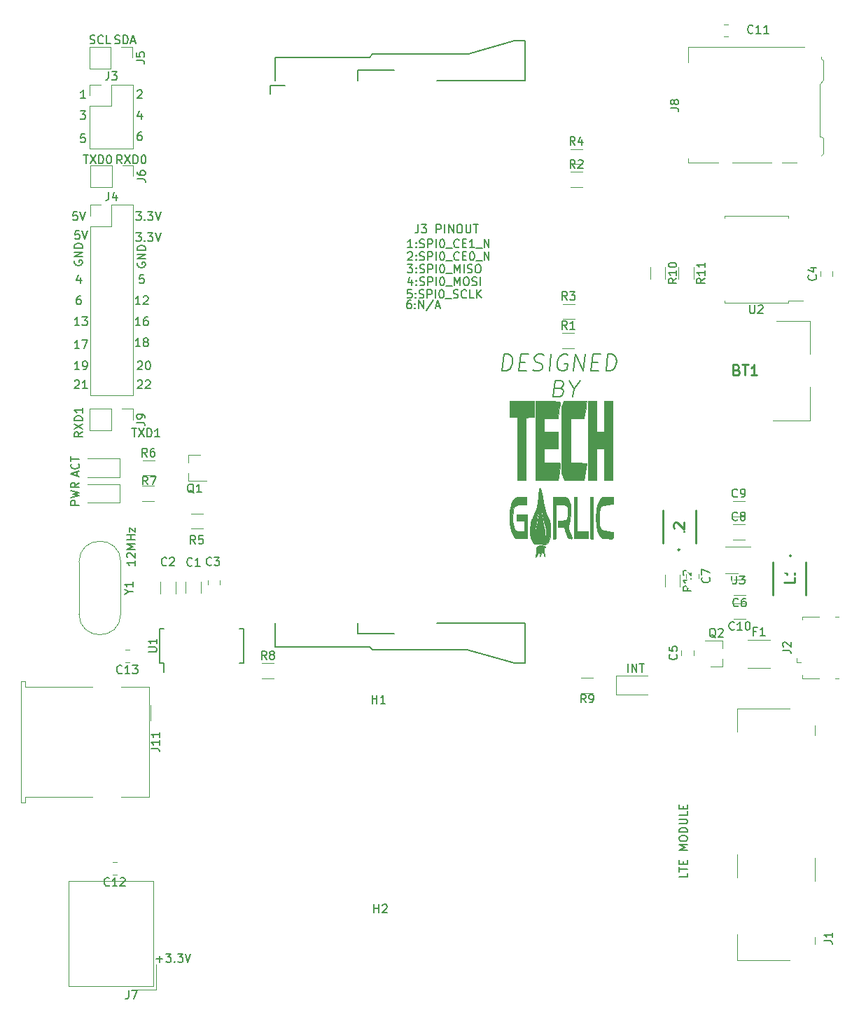
<source format=gto>
%TF.GenerationSoftware,KiCad,Pcbnew,(5.1.10)-1*%
%TF.CreationDate,2022-07-03T20:16:09+06:00*%
%TF.ProjectId,CM3_IO_Board,434d335f-494f-45f4-926f-6172642e6b69,rev?*%
%TF.SameCoordinates,Original*%
%TF.FileFunction,Legend,Top*%
%TF.FilePolarity,Positive*%
%FSLAX46Y46*%
G04 Gerber Fmt 4.6, Leading zero omitted, Abs format (unit mm)*
G04 Created by KiCad (PCBNEW (5.1.10)-1) date 2022-07-03 20:16:09*
%MOMM*%
%LPD*%
G01*
G04 APERTURE LIST*
%ADD10C,0.150000*%
%ADD11C,0.010000*%
%ADD12C,0.120000*%
%ADD13C,0.100000*%
%ADD14C,0.250000*%
%ADD15C,0.254000*%
%ADD16R,2.000000X0.600000*%
%ADD17R,3.200000X2.300000*%
%ADD18C,1.600000*%
%ADD19C,1.100000*%
%ADD20R,2.000000X0.350000*%
%ADD21R,4.600000X4.500000*%
%ADD22R,1.700000X1.700000*%
%ADD23O,1.700000X1.700000*%
%ADD24R,4.400000X2.300000*%
%ADD25R,4.000000X2.300000*%
%ADD26R,1.350000X0.400000*%
%ADD27O,0.950000X1.250000*%
%ADD28R,1.550000X1.500000*%
%ADD29R,1.550000X1.200000*%
%ADD30O,1.550000X0.890000*%
%ADD31R,3.000000X3.000000*%
%ADD32C,3.000000*%
%ADD33R,1.200000X0.700000*%
%ADD34R,1.200000X1.000000*%
%ADD35R,0.800000X1.000000*%
%ADD36R,2.800000X1.000000*%
%ADD37R,1.900000X1.300000*%
%ADD38R,1.500000X1.600000*%
%ADD39R,3.600000X1.500000*%
%ADD40R,0.900000X0.800000*%
%ADD41R,0.400000X1.200000*%
%ADD42R,1.700000X2.500000*%
%ADD43C,1.500000*%
%ADD44C,5.000000*%
%ADD45C,2.900000*%
G04 APERTURE END LIST*
D10*
X96380788Y-74005761D02*
X96630788Y-72005761D01*
X97106979Y-72005761D01*
X97380788Y-72101000D01*
X97547455Y-72291476D01*
X97618883Y-72481952D01*
X97666502Y-72862904D01*
X97630788Y-73148619D01*
X97487931Y-73529571D01*
X97368883Y-73720047D01*
X97154598Y-73910523D01*
X96856979Y-74005761D01*
X96380788Y-74005761D01*
X98511741Y-72958142D02*
X99178407Y-72958142D01*
X99333169Y-74005761D02*
X98380788Y-74005761D01*
X98630788Y-72005761D01*
X99583169Y-72005761D01*
X100106979Y-73910523D02*
X100380788Y-74005761D01*
X100856979Y-74005761D01*
X101059360Y-73910523D01*
X101166502Y-73815285D01*
X101285550Y-73624809D01*
X101309360Y-73434333D01*
X101237931Y-73243857D01*
X101154598Y-73148619D01*
X100976026Y-73053380D01*
X100606979Y-72958142D01*
X100428407Y-72862904D01*
X100345074Y-72767666D01*
X100273645Y-72577190D01*
X100297455Y-72386714D01*
X100416502Y-72196238D01*
X100523645Y-72101000D01*
X100726026Y-72005761D01*
X101202217Y-72005761D01*
X101476026Y-72101000D01*
X102095074Y-74005761D02*
X102345074Y-72005761D01*
X104333169Y-72101000D02*
X104154598Y-72005761D01*
X103868883Y-72005761D01*
X103571264Y-72101000D01*
X103356979Y-72291476D01*
X103237931Y-72481952D01*
X103095074Y-72862904D01*
X103059360Y-73148619D01*
X103106979Y-73529571D01*
X103178407Y-73720047D01*
X103345074Y-73910523D01*
X103618883Y-74005761D01*
X103809360Y-74005761D01*
X104106979Y-73910523D01*
X104214122Y-73815285D01*
X104297455Y-73148619D01*
X103916502Y-73148619D01*
X105047455Y-74005761D02*
X105297455Y-72005761D01*
X106190312Y-74005761D01*
X106440312Y-72005761D01*
X107273645Y-72958142D02*
X107940312Y-72958142D01*
X108095074Y-74005761D02*
X107142693Y-74005761D01*
X107392693Y-72005761D01*
X108345074Y-72005761D01*
X108952217Y-74005761D02*
X109202217Y-72005761D01*
X109678407Y-72005761D01*
X109952217Y-72101000D01*
X110118883Y-72291476D01*
X110190312Y-72481952D01*
X110237931Y-72862904D01*
X110202217Y-73148619D01*
X110059360Y-73529571D01*
X109940312Y-73720047D01*
X109726026Y-73910523D01*
X109428407Y-74005761D01*
X108952217Y-74005761D01*
X103368883Y-76108142D02*
X103642693Y-76203380D01*
X103726026Y-76298619D01*
X103797455Y-76489095D01*
X103761741Y-76774809D01*
X103642693Y-76965285D01*
X103535550Y-77060523D01*
X103333169Y-77155761D01*
X102571264Y-77155761D01*
X102821264Y-75155761D01*
X103487931Y-75155761D01*
X103666502Y-75251000D01*
X103749836Y-75346238D01*
X103821264Y-75536714D01*
X103797455Y-75727190D01*
X103678407Y-75917666D01*
X103571264Y-76012904D01*
X103368883Y-76108142D01*
X102702217Y-76108142D01*
X105071264Y-76203380D02*
X104952217Y-77155761D01*
X104535550Y-75155761D02*
X105071264Y-76203380D01*
X105868883Y-75155761D01*
X118816380Y-134690952D02*
X118816380Y-135167142D01*
X117816380Y-135167142D01*
X117816380Y-134500476D02*
X117816380Y-133929047D01*
X118816380Y-134214761D02*
X117816380Y-134214761D01*
X118292571Y-133595714D02*
X118292571Y-133262380D01*
X118816380Y-133119523D02*
X118816380Y-133595714D01*
X117816380Y-133595714D01*
X117816380Y-133119523D01*
X118816380Y-131929047D02*
X117816380Y-131929047D01*
X118530666Y-131595714D01*
X117816380Y-131262380D01*
X118816380Y-131262380D01*
X117816380Y-130595714D02*
X117816380Y-130405238D01*
X117864000Y-130310000D01*
X117959238Y-130214761D01*
X118149714Y-130167142D01*
X118483047Y-130167142D01*
X118673523Y-130214761D01*
X118768761Y-130310000D01*
X118816380Y-130405238D01*
X118816380Y-130595714D01*
X118768761Y-130690952D01*
X118673523Y-130786190D01*
X118483047Y-130833809D01*
X118149714Y-130833809D01*
X117959238Y-130786190D01*
X117864000Y-130690952D01*
X117816380Y-130595714D01*
X118816380Y-129738571D02*
X117816380Y-129738571D01*
X117816380Y-129500476D01*
X117864000Y-129357619D01*
X117959238Y-129262380D01*
X118054476Y-129214761D01*
X118244952Y-129167142D01*
X118387809Y-129167142D01*
X118578285Y-129214761D01*
X118673523Y-129262380D01*
X118768761Y-129357619D01*
X118816380Y-129500476D01*
X118816380Y-129738571D01*
X117816380Y-128738571D02*
X118625904Y-128738571D01*
X118721142Y-128690952D01*
X118768761Y-128643333D01*
X118816380Y-128548095D01*
X118816380Y-128357619D01*
X118768761Y-128262380D01*
X118721142Y-128214761D01*
X118625904Y-128167142D01*
X117816380Y-128167142D01*
X118816380Y-127214761D02*
X118816380Y-127690952D01*
X117816380Y-127690952D01*
X118292571Y-126881428D02*
X118292571Y-126548095D01*
X118816380Y-126405238D02*
X118816380Y-126881428D01*
X117816380Y-126881428D01*
X117816380Y-126405238D01*
X52014380Y-96940476D02*
X52014380Y-97511904D01*
X52014380Y-97226190D02*
X51014380Y-97226190D01*
X51157238Y-97321428D01*
X51252476Y-97416666D01*
X51300095Y-97511904D01*
X51109619Y-96559523D02*
X51062000Y-96511904D01*
X51014380Y-96416666D01*
X51014380Y-96178571D01*
X51062000Y-96083333D01*
X51109619Y-96035714D01*
X51204857Y-95988095D01*
X51300095Y-95988095D01*
X51442952Y-96035714D01*
X52014380Y-96607142D01*
X52014380Y-95988095D01*
X52014380Y-95559523D02*
X51014380Y-95559523D01*
X51728666Y-95226190D01*
X51014380Y-94892857D01*
X52014380Y-94892857D01*
X52014380Y-94416666D02*
X51014380Y-94416666D01*
X51490571Y-94416666D02*
X51490571Y-93845238D01*
X52014380Y-93845238D02*
X51014380Y-93845238D01*
X51347714Y-93464285D02*
X51347714Y-92940476D01*
X52014380Y-93464285D01*
X52014380Y-92940476D01*
X86257238Y-56348380D02*
X86257238Y-57062666D01*
X86209619Y-57205523D01*
X86114380Y-57300761D01*
X85971523Y-57348380D01*
X85876285Y-57348380D01*
X86638190Y-56348380D02*
X87257238Y-56348380D01*
X86923904Y-56729333D01*
X87066761Y-56729333D01*
X87162000Y-56776952D01*
X87209619Y-56824571D01*
X87257238Y-56919809D01*
X87257238Y-57157904D01*
X87209619Y-57253142D01*
X87162000Y-57300761D01*
X87066761Y-57348380D01*
X86781047Y-57348380D01*
X86685809Y-57300761D01*
X86638190Y-57253142D01*
X88447714Y-57348380D02*
X88447714Y-56348380D01*
X88828666Y-56348380D01*
X88923904Y-56396000D01*
X88971523Y-56443619D01*
X89019142Y-56538857D01*
X89019142Y-56681714D01*
X88971523Y-56776952D01*
X88923904Y-56824571D01*
X88828666Y-56872190D01*
X88447714Y-56872190D01*
X89447714Y-57348380D02*
X89447714Y-56348380D01*
X89923904Y-57348380D02*
X89923904Y-56348380D01*
X90495333Y-57348380D01*
X90495333Y-56348380D01*
X91162000Y-56348380D02*
X91352476Y-56348380D01*
X91447714Y-56396000D01*
X91542952Y-56491238D01*
X91590571Y-56681714D01*
X91590571Y-57015047D01*
X91542952Y-57205523D01*
X91447714Y-57300761D01*
X91352476Y-57348380D01*
X91162000Y-57348380D01*
X91066761Y-57300761D01*
X90971523Y-57205523D01*
X90923904Y-57015047D01*
X90923904Y-56681714D01*
X90971523Y-56491238D01*
X91066761Y-56396000D01*
X91162000Y-56348380D01*
X92019142Y-56348380D02*
X92019142Y-57157904D01*
X92066761Y-57253142D01*
X92114380Y-57300761D01*
X92209619Y-57348380D01*
X92400095Y-57348380D01*
X92495333Y-57300761D01*
X92542952Y-57253142D01*
X92590571Y-57157904D01*
X92590571Y-56348380D01*
X92923904Y-56348380D02*
X93495333Y-56348380D01*
X93209619Y-57348380D02*
X93209619Y-56348380D01*
X85344190Y-65492380D02*
X85153714Y-65492380D01*
X85058476Y-65540000D01*
X85010857Y-65587619D01*
X84915619Y-65730476D01*
X84868000Y-65920952D01*
X84868000Y-66301904D01*
X84915619Y-66397142D01*
X84963238Y-66444761D01*
X85058476Y-66492380D01*
X85248952Y-66492380D01*
X85344190Y-66444761D01*
X85391809Y-66397142D01*
X85439428Y-66301904D01*
X85439428Y-66063809D01*
X85391809Y-65968571D01*
X85344190Y-65920952D01*
X85248952Y-65873333D01*
X85058476Y-65873333D01*
X84963238Y-65920952D01*
X84915619Y-65968571D01*
X84868000Y-66063809D01*
X85868000Y-66397142D02*
X85915619Y-66444761D01*
X85868000Y-66492380D01*
X85820380Y-66444761D01*
X85868000Y-66397142D01*
X85868000Y-66492380D01*
X85868000Y-65873333D02*
X85915619Y-65920952D01*
X85868000Y-65968571D01*
X85820380Y-65920952D01*
X85868000Y-65873333D01*
X85868000Y-65968571D01*
X86344190Y-66492380D02*
X86344190Y-65492380D01*
X86915619Y-66492380D01*
X86915619Y-65492380D01*
X88106095Y-65444761D02*
X87248952Y-66730476D01*
X88391809Y-66206666D02*
X88868000Y-66206666D01*
X88296571Y-66492380D02*
X88629904Y-65492380D01*
X88963238Y-66492380D01*
X85455619Y-64222380D02*
X84979428Y-64222380D01*
X84931809Y-64698571D01*
X84979428Y-64650952D01*
X85074666Y-64603333D01*
X85312761Y-64603333D01*
X85408000Y-64650952D01*
X85455619Y-64698571D01*
X85503238Y-64793809D01*
X85503238Y-65031904D01*
X85455619Y-65127142D01*
X85408000Y-65174761D01*
X85312761Y-65222380D01*
X85074666Y-65222380D01*
X84979428Y-65174761D01*
X84931809Y-65127142D01*
X85931809Y-65127142D02*
X85979428Y-65174761D01*
X85931809Y-65222380D01*
X85884190Y-65174761D01*
X85931809Y-65127142D01*
X85931809Y-65222380D01*
X85931809Y-64603333D02*
X85979428Y-64650952D01*
X85931809Y-64698571D01*
X85884190Y-64650952D01*
X85931809Y-64603333D01*
X85931809Y-64698571D01*
X86360380Y-65174761D02*
X86503238Y-65222380D01*
X86741333Y-65222380D01*
X86836571Y-65174761D01*
X86884190Y-65127142D01*
X86931809Y-65031904D01*
X86931809Y-64936666D01*
X86884190Y-64841428D01*
X86836571Y-64793809D01*
X86741333Y-64746190D01*
X86550857Y-64698571D01*
X86455619Y-64650952D01*
X86408000Y-64603333D01*
X86360380Y-64508095D01*
X86360380Y-64412857D01*
X86408000Y-64317619D01*
X86455619Y-64270000D01*
X86550857Y-64222380D01*
X86788952Y-64222380D01*
X86931809Y-64270000D01*
X87360380Y-65222380D02*
X87360380Y-64222380D01*
X87741333Y-64222380D01*
X87836571Y-64270000D01*
X87884190Y-64317619D01*
X87931809Y-64412857D01*
X87931809Y-64555714D01*
X87884190Y-64650952D01*
X87836571Y-64698571D01*
X87741333Y-64746190D01*
X87360380Y-64746190D01*
X88360380Y-65222380D02*
X88360380Y-64222380D01*
X89027047Y-64222380D02*
X89122285Y-64222380D01*
X89217523Y-64270000D01*
X89265142Y-64317619D01*
X89312761Y-64412857D01*
X89360380Y-64603333D01*
X89360380Y-64841428D01*
X89312761Y-65031904D01*
X89265142Y-65127142D01*
X89217523Y-65174761D01*
X89122285Y-65222380D01*
X89027047Y-65222380D01*
X88931809Y-65174761D01*
X88884190Y-65127142D01*
X88836571Y-65031904D01*
X88788952Y-64841428D01*
X88788952Y-64603333D01*
X88836571Y-64412857D01*
X88884190Y-64317619D01*
X88931809Y-64270000D01*
X89027047Y-64222380D01*
X89550857Y-65317619D02*
X90312761Y-65317619D01*
X90503238Y-65174761D02*
X90646095Y-65222380D01*
X90884190Y-65222380D01*
X90979428Y-65174761D01*
X91027047Y-65127142D01*
X91074666Y-65031904D01*
X91074666Y-64936666D01*
X91027047Y-64841428D01*
X90979428Y-64793809D01*
X90884190Y-64746190D01*
X90693714Y-64698571D01*
X90598476Y-64650952D01*
X90550857Y-64603333D01*
X90503238Y-64508095D01*
X90503238Y-64412857D01*
X90550857Y-64317619D01*
X90598476Y-64270000D01*
X90693714Y-64222380D01*
X90931809Y-64222380D01*
X91074666Y-64270000D01*
X92074666Y-65127142D02*
X92027047Y-65174761D01*
X91884190Y-65222380D01*
X91788952Y-65222380D01*
X91646095Y-65174761D01*
X91550857Y-65079523D01*
X91503238Y-64984285D01*
X91455619Y-64793809D01*
X91455619Y-64650952D01*
X91503238Y-64460476D01*
X91550857Y-64365238D01*
X91646095Y-64270000D01*
X91788952Y-64222380D01*
X91884190Y-64222380D01*
X92027047Y-64270000D01*
X92074666Y-64317619D01*
X92979428Y-65222380D02*
X92503238Y-65222380D01*
X92503238Y-64222380D01*
X93312761Y-65222380D02*
X93312761Y-64222380D01*
X93884190Y-65222380D02*
X93455619Y-64650952D01*
X93884190Y-64222380D02*
X93312761Y-64793809D01*
X85479428Y-63031714D02*
X85479428Y-63698380D01*
X85241333Y-62650761D02*
X85003238Y-63365047D01*
X85622285Y-63365047D01*
X86003238Y-63603142D02*
X86050857Y-63650761D01*
X86003238Y-63698380D01*
X85955619Y-63650761D01*
X86003238Y-63603142D01*
X86003238Y-63698380D01*
X86003238Y-63079333D02*
X86050857Y-63126952D01*
X86003238Y-63174571D01*
X85955619Y-63126952D01*
X86003238Y-63079333D01*
X86003238Y-63174571D01*
X86431809Y-63650761D02*
X86574666Y-63698380D01*
X86812761Y-63698380D01*
X86908000Y-63650761D01*
X86955619Y-63603142D01*
X87003238Y-63507904D01*
X87003238Y-63412666D01*
X86955619Y-63317428D01*
X86908000Y-63269809D01*
X86812761Y-63222190D01*
X86622285Y-63174571D01*
X86527047Y-63126952D01*
X86479428Y-63079333D01*
X86431809Y-62984095D01*
X86431809Y-62888857D01*
X86479428Y-62793619D01*
X86527047Y-62746000D01*
X86622285Y-62698380D01*
X86860380Y-62698380D01*
X87003238Y-62746000D01*
X87431809Y-63698380D02*
X87431809Y-62698380D01*
X87812761Y-62698380D01*
X87908000Y-62746000D01*
X87955619Y-62793619D01*
X88003238Y-62888857D01*
X88003238Y-63031714D01*
X87955619Y-63126952D01*
X87908000Y-63174571D01*
X87812761Y-63222190D01*
X87431809Y-63222190D01*
X88431809Y-63698380D02*
X88431809Y-62698380D01*
X89098476Y-62698380D02*
X89193714Y-62698380D01*
X89288952Y-62746000D01*
X89336571Y-62793619D01*
X89384190Y-62888857D01*
X89431809Y-63079333D01*
X89431809Y-63317428D01*
X89384190Y-63507904D01*
X89336571Y-63603142D01*
X89288952Y-63650761D01*
X89193714Y-63698380D01*
X89098476Y-63698380D01*
X89003238Y-63650761D01*
X88955619Y-63603142D01*
X88908000Y-63507904D01*
X88860380Y-63317428D01*
X88860380Y-63079333D01*
X88908000Y-62888857D01*
X88955619Y-62793619D01*
X89003238Y-62746000D01*
X89098476Y-62698380D01*
X89622285Y-63793619D02*
X90384190Y-63793619D01*
X90622285Y-63698380D02*
X90622285Y-62698380D01*
X90955619Y-63412666D01*
X91288952Y-62698380D01*
X91288952Y-63698380D01*
X91955619Y-62698380D02*
X92146095Y-62698380D01*
X92241333Y-62746000D01*
X92336571Y-62841238D01*
X92384190Y-63031714D01*
X92384190Y-63365047D01*
X92336571Y-63555523D01*
X92241333Y-63650761D01*
X92146095Y-63698380D01*
X91955619Y-63698380D01*
X91860380Y-63650761D01*
X91765142Y-63555523D01*
X91717523Y-63365047D01*
X91717523Y-63031714D01*
X91765142Y-62841238D01*
X91860380Y-62746000D01*
X91955619Y-62698380D01*
X92765142Y-63650761D02*
X92908000Y-63698380D01*
X93146095Y-63698380D01*
X93241333Y-63650761D01*
X93288952Y-63603142D01*
X93336571Y-63507904D01*
X93336571Y-63412666D01*
X93288952Y-63317428D01*
X93241333Y-63269809D01*
X93146095Y-63222190D01*
X92955619Y-63174571D01*
X92860380Y-63126952D01*
X92812761Y-63079333D01*
X92765142Y-62984095D01*
X92765142Y-62888857D01*
X92812761Y-62793619D01*
X92860380Y-62746000D01*
X92955619Y-62698380D01*
X93193714Y-62698380D01*
X93336571Y-62746000D01*
X93765142Y-63698380D02*
X93765142Y-62698380D01*
X84955619Y-61174380D02*
X85574666Y-61174380D01*
X85241333Y-61555333D01*
X85384190Y-61555333D01*
X85479428Y-61602952D01*
X85527047Y-61650571D01*
X85574666Y-61745809D01*
X85574666Y-61983904D01*
X85527047Y-62079142D01*
X85479428Y-62126761D01*
X85384190Y-62174380D01*
X85098476Y-62174380D01*
X85003238Y-62126761D01*
X84955619Y-62079142D01*
X86003238Y-62079142D02*
X86050857Y-62126761D01*
X86003238Y-62174380D01*
X85955619Y-62126761D01*
X86003238Y-62079142D01*
X86003238Y-62174380D01*
X86003238Y-61555333D02*
X86050857Y-61602952D01*
X86003238Y-61650571D01*
X85955619Y-61602952D01*
X86003238Y-61555333D01*
X86003238Y-61650571D01*
X86431809Y-62126761D02*
X86574666Y-62174380D01*
X86812761Y-62174380D01*
X86908000Y-62126761D01*
X86955619Y-62079142D01*
X87003238Y-61983904D01*
X87003238Y-61888666D01*
X86955619Y-61793428D01*
X86908000Y-61745809D01*
X86812761Y-61698190D01*
X86622285Y-61650571D01*
X86527047Y-61602952D01*
X86479428Y-61555333D01*
X86431809Y-61460095D01*
X86431809Y-61364857D01*
X86479428Y-61269619D01*
X86527047Y-61222000D01*
X86622285Y-61174380D01*
X86860380Y-61174380D01*
X87003238Y-61222000D01*
X87431809Y-62174380D02*
X87431809Y-61174380D01*
X87812761Y-61174380D01*
X87908000Y-61222000D01*
X87955619Y-61269619D01*
X88003238Y-61364857D01*
X88003238Y-61507714D01*
X87955619Y-61602952D01*
X87908000Y-61650571D01*
X87812761Y-61698190D01*
X87431809Y-61698190D01*
X88431809Y-62174380D02*
X88431809Y-61174380D01*
X89098476Y-61174380D02*
X89193714Y-61174380D01*
X89288952Y-61222000D01*
X89336571Y-61269619D01*
X89384190Y-61364857D01*
X89431809Y-61555333D01*
X89431809Y-61793428D01*
X89384190Y-61983904D01*
X89336571Y-62079142D01*
X89288952Y-62126761D01*
X89193714Y-62174380D01*
X89098476Y-62174380D01*
X89003238Y-62126761D01*
X88955619Y-62079142D01*
X88908000Y-61983904D01*
X88860380Y-61793428D01*
X88860380Y-61555333D01*
X88908000Y-61364857D01*
X88955619Y-61269619D01*
X89003238Y-61222000D01*
X89098476Y-61174380D01*
X89622285Y-62269619D02*
X90384190Y-62269619D01*
X90622285Y-62174380D02*
X90622285Y-61174380D01*
X90955619Y-61888666D01*
X91288952Y-61174380D01*
X91288952Y-62174380D01*
X91765142Y-62174380D02*
X91765142Y-61174380D01*
X92193714Y-62126761D02*
X92336571Y-62174380D01*
X92574666Y-62174380D01*
X92669904Y-62126761D01*
X92717523Y-62079142D01*
X92765142Y-61983904D01*
X92765142Y-61888666D01*
X92717523Y-61793428D01*
X92669904Y-61745809D01*
X92574666Y-61698190D01*
X92384190Y-61650571D01*
X92288952Y-61602952D01*
X92241333Y-61555333D01*
X92193714Y-61460095D01*
X92193714Y-61364857D01*
X92241333Y-61269619D01*
X92288952Y-61222000D01*
X92384190Y-61174380D01*
X92622285Y-61174380D01*
X92765142Y-61222000D01*
X93384190Y-61174380D02*
X93574666Y-61174380D01*
X93669904Y-61222000D01*
X93765142Y-61317238D01*
X93812761Y-61507714D01*
X93812761Y-61841047D01*
X93765142Y-62031523D01*
X93669904Y-62126761D01*
X93574666Y-62174380D01*
X93384190Y-62174380D01*
X93288952Y-62126761D01*
X93193714Y-62031523D01*
X93146095Y-61841047D01*
X93146095Y-61507714D01*
X93193714Y-61317238D01*
X93288952Y-61222000D01*
X93384190Y-61174380D01*
X84987428Y-59745619D02*
X85035047Y-59698000D01*
X85130285Y-59650380D01*
X85368380Y-59650380D01*
X85463619Y-59698000D01*
X85511238Y-59745619D01*
X85558857Y-59840857D01*
X85558857Y-59936095D01*
X85511238Y-60078952D01*
X84939809Y-60650380D01*
X85558857Y-60650380D01*
X85987428Y-60555142D02*
X86035047Y-60602761D01*
X85987428Y-60650380D01*
X85939809Y-60602761D01*
X85987428Y-60555142D01*
X85987428Y-60650380D01*
X85987428Y-60031333D02*
X86035047Y-60078952D01*
X85987428Y-60126571D01*
X85939809Y-60078952D01*
X85987428Y-60031333D01*
X85987428Y-60126571D01*
X86416000Y-60602761D02*
X86558857Y-60650380D01*
X86796952Y-60650380D01*
X86892190Y-60602761D01*
X86939809Y-60555142D01*
X86987428Y-60459904D01*
X86987428Y-60364666D01*
X86939809Y-60269428D01*
X86892190Y-60221809D01*
X86796952Y-60174190D01*
X86606476Y-60126571D01*
X86511238Y-60078952D01*
X86463619Y-60031333D01*
X86416000Y-59936095D01*
X86416000Y-59840857D01*
X86463619Y-59745619D01*
X86511238Y-59698000D01*
X86606476Y-59650380D01*
X86844571Y-59650380D01*
X86987428Y-59698000D01*
X87416000Y-60650380D02*
X87416000Y-59650380D01*
X87796952Y-59650380D01*
X87892190Y-59698000D01*
X87939809Y-59745619D01*
X87987428Y-59840857D01*
X87987428Y-59983714D01*
X87939809Y-60078952D01*
X87892190Y-60126571D01*
X87796952Y-60174190D01*
X87416000Y-60174190D01*
X88416000Y-60650380D02*
X88416000Y-59650380D01*
X89082666Y-59650380D02*
X89177904Y-59650380D01*
X89273142Y-59698000D01*
X89320761Y-59745619D01*
X89368380Y-59840857D01*
X89416000Y-60031333D01*
X89416000Y-60269428D01*
X89368380Y-60459904D01*
X89320761Y-60555142D01*
X89273142Y-60602761D01*
X89177904Y-60650380D01*
X89082666Y-60650380D01*
X88987428Y-60602761D01*
X88939809Y-60555142D01*
X88892190Y-60459904D01*
X88844571Y-60269428D01*
X88844571Y-60031333D01*
X88892190Y-59840857D01*
X88939809Y-59745619D01*
X88987428Y-59698000D01*
X89082666Y-59650380D01*
X89606476Y-60745619D02*
X90368380Y-60745619D01*
X91177904Y-60555142D02*
X91130285Y-60602761D01*
X90987428Y-60650380D01*
X90892190Y-60650380D01*
X90749333Y-60602761D01*
X90654095Y-60507523D01*
X90606476Y-60412285D01*
X90558857Y-60221809D01*
X90558857Y-60078952D01*
X90606476Y-59888476D01*
X90654095Y-59793238D01*
X90749333Y-59698000D01*
X90892190Y-59650380D01*
X90987428Y-59650380D01*
X91130285Y-59698000D01*
X91177904Y-59745619D01*
X91606476Y-60126571D02*
X91939809Y-60126571D01*
X92082666Y-60650380D02*
X91606476Y-60650380D01*
X91606476Y-59650380D01*
X92082666Y-59650380D01*
X92701714Y-59650380D02*
X92796952Y-59650380D01*
X92892190Y-59698000D01*
X92939809Y-59745619D01*
X92987428Y-59840857D01*
X93035047Y-60031333D01*
X93035047Y-60269428D01*
X92987428Y-60459904D01*
X92939809Y-60555142D01*
X92892190Y-60602761D01*
X92796952Y-60650380D01*
X92701714Y-60650380D01*
X92606476Y-60602761D01*
X92558857Y-60555142D01*
X92511238Y-60459904D01*
X92463619Y-60269428D01*
X92463619Y-60031333D01*
X92511238Y-59840857D01*
X92558857Y-59745619D01*
X92606476Y-59698000D01*
X92701714Y-59650380D01*
X93225523Y-60745619D02*
X93987428Y-60745619D01*
X94225523Y-60650380D02*
X94225523Y-59650380D01*
X94796952Y-60650380D01*
X94796952Y-59650380D01*
X85558857Y-59126380D02*
X84987428Y-59126380D01*
X85273142Y-59126380D02*
X85273142Y-58126380D01*
X85177904Y-58269238D01*
X85082666Y-58364476D01*
X84987428Y-58412095D01*
X85987428Y-59031142D02*
X86035047Y-59078761D01*
X85987428Y-59126380D01*
X85939809Y-59078761D01*
X85987428Y-59031142D01*
X85987428Y-59126380D01*
X85987428Y-58507333D02*
X86035047Y-58554952D01*
X85987428Y-58602571D01*
X85939809Y-58554952D01*
X85987428Y-58507333D01*
X85987428Y-58602571D01*
X86416000Y-59078761D02*
X86558857Y-59126380D01*
X86796952Y-59126380D01*
X86892190Y-59078761D01*
X86939809Y-59031142D01*
X86987428Y-58935904D01*
X86987428Y-58840666D01*
X86939809Y-58745428D01*
X86892190Y-58697809D01*
X86796952Y-58650190D01*
X86606476Y-58602571D01*
X86511238Y-58554952D01*
X86463619Y-58507333D01*
X86416000Y-58412095D01*
X86416000Y-58316857D01*
X86463619Y-58221619D01*
X86511238Y-58174000D01*
X86606476Y-58126380D01*
X86844571Y-58126380D01*
X86987428Y-58174000D01*
X87416000Y-59126380D02*
X87416000Y-58126380D01*
X87796952Y-58126380D01*
X87892190Y-58174000D01*
X87939809Y-58221619D01*
X87987428Y-58316857D01*
X87987428Y-58459714D01*
X87939809Y-58554952D01*
X87892190Y-58602571D01*
X87796952Y-58650190D01*
X87416000Y-58650190D01*
X88416000Y-59126380D02*
X88416000Y-58126380D01*
X89082666Y-58126380D02*
X89177904Y-58126380D01*
X89273142Y-58174000D01*
X89320761Y-58221619D01*
X89368380Y-58316857D01*
X89416000Y-58507333D01*
X89416000Y-58745428D01*
X89368380Y-58935904D01*
X89320761Y-59031142D01*
X89273142Y-59078761D01*
X89177904Y-59126380D01*
X89082666Y-59126380D01*
X88987428Y-59078761D01*
X88939809Y-59031142D01*
X88892190Y-58935904D01*
X88844571Y-58745428D01*
X88844571Y-58507333D01*
X88892190Y-58316857D01*
X88939809Y-58221619D01*
X88987428Y-58174000D01*
X89082666Y-58126380D01*
X89606476Y-59221619D02*
X90368380Y-59221619D01*
X91177904Y-59031142D02*
X91130285Y-59078761D01*
X90987428Y-59126380D01*
X90892190Y-59126380D01*
X90749333Y-59078761D01*
X90654095Y-58983523D01*
X90606476Y-58888285D01*
X90558857Y-58697809D01*
X90558857Y-58554952D01*
X90606476Y-58364476D01*
X90654095Y-58269238D01*
X90749333Y-58174000D01*
X90892190Y-58126380D01*
X90987428Y-58126380D01*
X91130285Y-58174000D01*
X91177904Y-58221619D01*
X91606476Y-58602571D02*
X91939809Y-58602571D01*
X92082666Y-59126380D02*
X91606476Y-59126380D01*
X91606476Y-58126380D01*
X92082666Y-58126380D01*
X93035047Y-59126380D02*
X92463619Y-59126380D01*
X92749333Y-59126380D02*
X92749333Y-58126380D01*
X92654095Y-58269238D01*
X92558857Y-58364476D01*
X92463619Y-58412095D01*
X93225523Y-59221619D02*
X93987428Y-59221619D01*
X94225523Y-59126380D02*
X94225523Y-58126380D01*
X94796952Y-59126380D01*
X94796952Y-58126380D01*
X52768476Y-45172380D02*
X52578000Y-45172380D01*
X52482761Y-45220000D01*
X52435142Y-45267619D01*
X52339904Y-45410476D01*
X52292285Y-45600952D01*
X52292285Y-45981904D01*
X52339904Y-46077142D01*
X52387523Y-46124761D01*
X52482761Y-46172380D01*
X52673238Y-46172380D01*
X52768476Y-46124761D01*
X52816095Y-46077142D01*
X52863714Y-45981904D01*
X52863714Y-45743809D01*
X52816095Y-45648571D01*
X52768476Y-45600952D01*
X52673238Y-45553333D01*
X52482761Y-45553333D01*
X52387523Y-45600952D01*
X52339904Y-45648571D01*
X52292285Y-45743809D01*
X45958095Y-45426380D02*
X45481904Y-45426380D01*
X45434285Y-45902571D01*
X45481904Y-45854952D01*
X45577142Y-45807333D01*
X45815238Y-45807333D01*
X45910476Y-45854952D01*
X45958095Y-45902571D01*
X46005714Y-45997809D01*
X46005714Y-46235904D01*
X45958095Y-46331142D01*
X45910476Y-46378761D01*
X45815238Y-46426380D01*
X45577142Y-46426380D01*
X45481904Y-46378761D01*
X45434285Y-46331142D01*
X52768476Y-42965714D02*
X52768476Y-43632380D01*
X52530380Y-42584761D02*
X52292285Y-43299047D01*
X52911333Y-43299047D01*
X45386666Y-42632380D02*
X46005714Y-42632380D01*
X45672380Y-43013333D01*
X45815238Y-43013333D01*
X45910476Y-43060952D01*
X45958095Y-43108571D01*
X46005714Y-43203809D01*
X46005714Y-43441904D01*
X45958095Y-43537142D01*
X45910476Y-43584761D01*
X45815238Y-43632380D01*
X45529523Y-43632380D01*
X45434285Y-43584761D01*
X45386666Y-43537142D01*
X52292285Y-40187619D02*
X52339904Y-40140000D01*
X52435142Y-40092380D01*
X52673238Y-40092380D01*
X52768476Y-40140000D01*
X52816095Y-40187619D01*
X52863714Y-40282857D01*
X52863714Y-40378095D01*
X52816095Y-40520952D01*
X52244666Y-41092380D01*
X52863714Y-41092380D01*
X46005714Y-41092380D02*
X45434285Y-41092380D01*
X45720000Y-41092380D02*
X45720000Y-40092380D01*
X45624761Y-40235238D01*
X45529523Y-40330476D01*
X45434285Y-40378095D01*
X45664380Y-81406857D02*
X45188190Y-81740190D01*
X45664380Y-81978285D02*
X44664380Y-81978285D01*
X44664380Y-81597333D01*
X44712000Y-81502095D01*
X44759619Y-81454476D01*
X44854857Y-81406857D01*
X44997714Y-81406857D01*
X45092952Y-81454476D01*
X45140571Y-81502095D01*
X45188190Y-81597333D01*
X45188190Y-81978285D01*
X44664380Y-81073523D02*
X45664380Y-80406857D01*
X44664380Y-80406857D02*
X45664380Y-81073523D01*
X45664380Y-80025904D02*
X44664380Y-80025904D01*
X44664380Y-79787809D01*
X44712000Y-79644952D01*
X44807238Y-79549714D01*
X44902476Y-79502095D01*
X45092952Y-79454476D01*
X45235809Y-79454476D01*
X45426285Y-79502095D01*
X45521523Y-79549714D01*
X45616761Y-79644952D01*
X45664380Y-79787809D01*
X45664380Y-80025904D01*
X45664380Y-78502095D02*
X45664380Y-79073523D01*
X45664380Y-78787809D02*
X44664380Y-78787809D01*
X44807238Y-78883047D01*
X44902476Y-78978285D01*
X44950095Y-79073523D01*
X51601904Y-80986380D02*
X52173333Y-80986380D01*
X51887619Y-81986380D02*
X51887619Y-80986380D01*
X52411428Y-80986380D02*
X53078095Y-81986380D01*
X53078095Y-80986380D02*
X52411428Y-81986380D01*
X53459047Y-81986380D02*
X53459047Y-80986380D01*
X53697142Y-80986380D01*
X53840000Y-81034000D01*
X53935238Y-81129238D01*
X53982857Y-81224476D01*
X54030476Y-81414952D01*
X54030476Y-81557809D01*
X53982857Y-81748285D01*
X53935238Y-81843523D01*
X53840000Y-81938761D01*
X53697142Y-81986380D01*
X53459047Y-81986380D01*
X54982857Y-81986380D02*
X54411428Y-81986380D01*
X54697142Y-81986380D02*
X54697142Y-80986380D01*
X54601904Y-81129238D01*
X54506666Y-81224476D01*
X54411428Y-81272095D01*
X46561523Y-34440761D02*
X46704380Y-34488380D01*
X46942476Y-34488380D01*
X47037714Y-34440761D01*
X47085333Y-34393142D01*
X47132952Y-34297904D01*
X47132952Y-34202666D01*
X47085333Y-34107428D01*
X47037714Y-34059809D01*
X46942476Y-34012190D01*
X46752000Y-33964571D01*
X46656761Y-33916952D01*
X46609142Y-33869333D01*
X46561523Y-33774095D01*
X46561523Y-33678857D01*
X46609142Y-33583619D01*
X46656761Y-33536000D01*
X46752000Y-33488380D01*
X46990095Y-33488380D01*
X47132952Y-33536000D01*
X48132952Y-34393142D02*
X48085333Y-34440761D01*
X47942476Y-34488380D01*
X47847238Y-34488380D01*
X47704380Y-34440761D01*
X47609142Y-34345523D01*
X47561523Y-34250285D01*
X47513904Y-34059809D01*
X47513904Y-33916952D01*
X47561523Y-33726476D01*
X47609142Y-33631238D01*
X47704380Y-33536000D01*
X47847238Y-33488380D01*
X47942476Y-33488380D01*
X48085333Y-33536000D01*
X48132952Y-33583619D01*
X49037714Y-34488380D02*
X48561523Y-34488380D01*
X48561523Y-33488380D01*
X49585714Y-34440761D02*
X49728571Y-34488380D01*
X49966666Y-34488380D01*
X50061904Y-34440761D01*
X50109523Y-34393142D01*
X50157142Y-34297904D01*
X50157142Y-34202666D01*
X50109523Y-34107428D01*
X50061904Y-34059809D01*
X49966666Y-34012190D01*
X49776190Y-33964571D01*
X49680952Y-33916952D01*
X49633333Y-33869333D01*
X49585714Y-33774095D01*
X49585714Y-33678857D01*
X49633333Y-33583619D01*
X49680952Y-33536000D01*
X49776190Y-33488380D01*
X50014285Y-33488380D01*
X50157142Y-33536000D01*
X50585714Y-34488380D02*
X50585714Y-33488380D01*
X50823809Y-33488380D01*
X50966666Y-33536000D01*
X51061904Y-33631238D01*
X51109523Y-33726476D01*
X51157142Y-33916952D01*
X51157142Y-34059809D01*
X51109523Y-34250285D01*
X51061904Y-34345523D01*
X50966666Y-34440761D01*
X50823809Y-34488380D01*
X50585714Y-34488380D01*
X51538095Y-34202666D02*
X52014285Y-34202666D01*
X51442857Y-34488380D02*
X51776190Y-33488380D01*
X52109523Y-34488380D01*
X45759904Y-47966380D02*
X46331333Y-47966380D01*
X46045619Y-48966380D02*
X46045619Y-47966380D01*
X46569428Y-47966380D02*
X47236095Y-48966380D01*
X47236095Y-47966380D02*
X46569428Y-48966380D01*
X47617047Y-48966380D02*
X47617047Y-47966380D01*
X47855142Y-47966380D01*
X47998000Y-48014000D01*
X48093238Y-48109238D01*
X48140857Y-48204476D01*
X48188476Y-48394952D01*
X48188476Y-48537809D01*
X48140857Y-48728285D01*
X48093238Y-48823523D01*
X47998000Y-48918761D01*
X47855142Y-48966380D01*
X47617047Y-48966380D01*
X48807523Y-47966380D02*
X48902761Y-47966380D01*
X48998000Y-48014000D01*
X49045619Y-48061619D01*
X49093238Y-48156857D01*
X49140857Y-48347333D01*
X49140857Y-48585428D01*
X49093238Y-48775904D01*
X49045619Y-48871142D01*
X48998000Y-48918761D01*
X48902761Y-48966380D01*
X48807523Y-48966380D01*
X48712285Y-48918761D01*
X48664666Y-48871142D01*
X48617047Y-48775904D01*
X48569428Y-48585428D01*
X48569428Y-48347333D01*
X48617047Y-48156857D01*
X48664666Y-48061619D01*
X48712285Y-48014000D01*
X48807523Y-47966380D01*
X50419142Y-48966380D02*
X50085809Y-48490190D01*
X49847714Y-48966380D02*
X49847714Y-47966380D01*
X50228666Y-47966380D01*
X50323904Y-48014000D01*
X50371523Y-48061619D01*
X50419142Y-48156857D01*
X50419142Y-48299714D01*
X50371523Y-48394952D01*
X50323904Y-48442571D01*
X50228666Y-48490190D01*
X49847714Y-48490190D01*
X50752476Y-47966380D02*
X51419142Y-48966380D01*
X51419142Y-47966380D02*
X50752476Y-48966380D01*
X51800095Y-48966380D02*
X51800095Y-47966380D01*
X52038190Y-47966380D01*
X52181047Y-48014000D01*
X52276285Y-48109238D01*
X52323904Y-48204476D01*
X52371523Y-48394952D01*
X52371523Y-48537809D01*
X52323904Y-48728285D01*
X52276285Y-48823523D01*
X52181047Y-48918761D01*
X52038190Y-48966380D01*
X51800095Y-48966380D01*
X52990571Y-47966380D02*
X53085809Y-47966380D01*
X53181047Y-48014000D01*
X53228666Y-48061619D01*
X53276285Y-48156857D01*
X53323904Y-48347333D01*
X53323904Y-48585428D01*
X53276285Y-48775904D01*
X53228666Y-48871142D01*
X53181047Y-48918761D01*
X53085809Y-48966380D01*
X52990571Y-48966380D01*
X52895333Y-48918761D01*
X52847714Y-48871142D01*
X52800095Y-48775904D01*
X52752476Y-48585428D01*
X52752476Y-48347333D01*
X52800095Y-48156857D01*
X52847714Y-48061619D01*
X52895333Y-48014000D01*
X52990571Y-47966380D01*
X52324095Y-75239619D02*
X52371714Y-75192000D01*
X52466952Y-75144380D01*
X52705047Y-75144380D01*
X52800285Y-75192000D01*
X52847904Y-75239619D01*
X52895523Y-75334857D01*
X52895523Y-75430095D01*
X52847904Y-75572952D01*
X52276476Y-76144380D01*
X52895523Y-76144380D01*
X53276476Y-75239619D02*
X53324095Y-75192000D01*
X53419333Y-75144380D01*
X53657428Y-75144380D01*
X53752666Y-75192000D01*
X53800285Y-75239619D01*
X53847904Y-75334857D01*
X53847904Y-75430095D01*
X53800285Y-75572952D01*
X53228857Y-76144380D01*
X53847904Y-76144380D01*
X44704095Y-75239619D02*
X44751714Y-75192000D01*
X44846952Y-75144380D01*
X45085047Y-75144380D01*
X45180285Y-75192000D01*
X45227904Y-75239619D01*
X45275523Y-75334857D01*
X45275523Y-75430095D01*
X45227904Y-75572952D01*
X44656476Y-76144380D01*
X45275523Y-76144380D01*
X46227904Y-76144380D02*
X45656476Y-76144380D01*
X45942190Y-76144380D02*
X45942190Y-75144380D01*
X45846952Y-75287238D01*
X45751714Y-75382476D01*
X45656476Y-75430095D01*
X52324095Y-72953619D02*
X52371714Y-72906000D01*
X52466952Y-72858380D01*
X52705047Y-72858380D01*
X52800285Y-72906000D01*
X52847904Y-72953619D01*
X52895523Y-73048857D01*
X52895523Y-73144095D01*
X52847904Y-73286952D01*
X52276476Y-73858380D01*
X52895523Y-73858380D01*
X53514571Y-72858380D02*
X53609809Y-72858380D01*
X53705047Y-72906000D01*
X53752666Y-72953619D01*
X53800285Y-73048857D01*
X53847904Y-73239333D01*
X53847904Y-73477428D01*
X53800285Y-73667904D01*
X53752666Y-73763142D01*
X53705047Y-73810761D01*
X53609809Y-73858380D01*
X53514571Y-73858380D01*
X53419333Y-73810761D01*
X53371714Y-73763142D01*
X53324095Y-73667904D01*
X53276476Y-73477428D01*
X53276476Y-73239333D01*
X53324095Y-73048857D01*
X53371714Y-72953619D01*
X53419333Y-72906000D01*
X53514571Y-72858380D01*
X45275523Y-73858380D02*
X44704095Y-73858380D01*
X44989809Y-73858380D02*
X44989809Y-72858380D01*
X44894571Y-73001238D01*
X44799333Y-73096476D01*
X44704095Y-73144095D01*
X45751714Y-73858380D02*
X45942190Y-73858380D01*
X46037428Y-73810761D01*
X46085047Y-73763142D01*
X46180285Y-73620285D01*
X46227904Y-73429809D01*
X46227904Y-73048857D01*
X46180285Y-72953619D01*
X46132666Y-72906000D01*
X46037428Y-72858380D01*
X45846952Y-72858380D01*
X45751714Y-72906000D01*
X45704095Y-72953619D01*
X45656476Y-73048857D01*
X45656476Y-73286952D01*
X45704095Y-73382190D01*
X45751714Y-73429809D01*
X45846952Y-73477428D01*
X46037428Y-73477428D01*
X46132666Y-73429809D01*
X46180285Y-73382190D01*
X46227904Y-73286952D01*
X52641523Y-71064380D02*
X52070095Y-71064380D01*
X52355809Y-71064380D02*
X52355809Y-70064380D01*
X52260571Y-70207238D01*
X52165333Y-70302476D01*
X52070095Y-70350095D01*
X53212952Y-70492952D02*
X53117714Y-70445333D01*
X53070095Y-70397714D01*
X53022476Y-70302476D01*
X53022476Y-70254857D01*
X53070095Y-70159619D01*
X53117714Y-70112000D01*
X53212952Y-70064380D01*
X53403428Y-70064380D01*
X53498666Y-70112000D01*
X53546285Y-70159619D01*
X53593904Y-70254857D01*
X53593904Y-70302476D01*
X53546285Y-70397714D01*
X53498666Y-70445333D01*
X53403428Y-70492952D01*
X53212952Y-70492952D01*
X53117714Y-70540571D01*
X53070095Y-70588190D01*
X53022476Y-70683428D01*
X53022476Y-70873904D01*
X53070095Y-70969142D01*
X53117714Y-71016761D01*
X53212952Y-71064380D01*
X53403428Y-71064380D01*
X53498666Y-71016761D01*
X53546285Y-70969142D01*
X53593904Y-70873904D01*
X53593904Y-70683428D01*
X53546285Y-70588190D01*
X53498666Y-70540571D01*
X53403428Y-70492952D01*
X45275523Y-71318380D02*
X44704095Y-71318380D01*
X44989809Y-71318380D02*
X44989809Y-70318380D01*
X44894571Y-70461238D01*
X44799333Y-70556476D01*
X44704095Y-70604095D01*
X45608857Y-70318380D02*
X46275523Y-70318380D01*
X45846952Y-71318380D01*
X52641523Y-68524380D02*
X52070095Y-68524380D01*
X52355809Y-68524380D02*
X52355809Y-67524380D01*
X52260571Y-67667238D01*
X52165333Y-67762476D01*
X52070095Y-67810095D01*
X53498666Y-67524380D02*
X53308190Y-67524380D01*
X53212952Y-67572000D01*
X53165333Y-67619619D01*
X53070095Y-67762476D01*
X53022476Y-67952952D01*
X53022476Y-68333904D01*
X53070095Y-68429142D01*
X53117714Y-68476761D01*
X53212952Y-68524380D01*
X53403428Y-68524380D01*
X53498666Y-68476761D01*
X53546285Y-68429142D01*
X53593904Y-68333904D01*
X53593904Y-68095809D01*
X53546285Y-68000571D01*
X53498666Y-67952952D01*
X53403428Y-67905333D01*
X53212952Y-67905333D01*
X53117714Y-67952952D01*
X53070095Y-68000571D01*
X53022476Y-68095809D01*
X45275523Y-68524380D02*
X44704095Y-68524380D01*
X44989809Y-68524380D02*
X44989809Y-67524380D01*
X44894571Y-67667238D01*
X44799333Y-67762476D01*
X44704095Y-67810095D01*
X45608857Y-67524380D02*
X46227904Y-67524380D01*
X45894571Y-67905333D01*
X46037428Y-67905333D01*
X46132666Y-67952952D01*
X46180285Y-68000571D01*
X46227904Y-68095809D01*
X46227904Y-68333904D01*
X46180285Y-68429142D01*
X46132666Y-68476761D01*
X46037428Y-68524380D01*
X45751714Y-68524380D01*
X45656476Y-68476761D01*
X45608857Y-68429142D01*
X52641523Y-65984380D02*
X52070095Y-65984380D01*
X52355809Y-65984380D02*
X52355809Y-64984380D01*
X52260571Y-65127238D01*
X52165333Y-65222476D01*
X52070095Y-65270095D01*
X53022476Y-65079619D02*
X53070095Y-65032000D01*
X53165333Y-64984380D01*
X53403428Y-64984380D01*
X53498666Y-65032000D01*
X53546285Y-65079619D01*
X53593904Y-65174857D01*
X53593904Y-65270095D01*
X53546285Y-65412952D01*
X52974857Y-65984380D01*
X53593904Y-65984380D01*
X45402476Y-64984380D02*
X45212000Y-64984380D01*
X45116761Y-65032000D01*
X45069142Y-65079619D01*
X44973904Y-65222476D01*
X44926285Y-65412952D01*
X44926285Y-65793904D01*
X44973904Y-65889142D01*
X45021523Y-65936761D01*
X45116761Y-65984380D01*
X45307238Y-65984380D01*
X45402476Y-65936761D01*
X45450095Y-65889142D01*
X45497714Y-65793904D01*
X45497714Y-65555809D01*
X45450095Y-65460571D01*
X45402476Y-65412952D01*
X45307238Y-65365333D01*
X45116761Y-65365333D01*
X45021523Y-65412952D01*
X44973904Y-65460571D01*
X44926285Y-65555809D01*
X53070095Y-62444380D02*
X52593904Y-62444380D01*
X52546285Y-62920571D01*
X52593904Y-62872952D01*
X52689142Y-62825333D01*
X52927238Y-62825333D01*
X53022476Y-62872952D01*
X53070095Y-62920571D01*
X53117714Y-63015809D01*
X53117714Y-63253904D01*
X53070095Y-63349142D01*
X53022476Y-63396761D01*
X52927238Y-63444380D01*
X52689142Y-63444380D01*
X52593904Y-63396761D01*
X52546285Y-63349142D01*
X45402476Y-62777714D02*
X45402476Y-63444380D01*
X45164380Y-62396761D02*
X44926285Y-63111047D01*
X45545333Y-63111047D01*
X52332000Y-60959904D02*
X52284380Y-61055142D01*
X52284380Y-61198000D01*
X52332000Y-61340857D01*
X52427238Y-61436095D01*
X52522476Y-61483714D01*
X52712952Y-61531333D01*
X52855809Y-61531333D01*
X53046285Y-61483714D01*
X53141523Y-61436095D01*
X53236761Y-61340857D01*
X53284380Y-61198000D01*
X53284380Y-61102761D01*
X53236761Y-60959904D01*
X53189142Y-60912285D01*
X52855809Y-60912285D01*
X52855809Y-61102761D01*
X53284380Y-60483714D02*
X52284380Y-60483714D01*
X53284380Y-59912285D01*
X52284380Y-59912285D01*
X53284380Y-59436095D02*
X52284380Y-59436095D01*
X52284380Y-59198000D01*
X52332000Y-59055142D01*
X52427238Y-58959904D01*
X52522476Y-58912285D01*
X52712952Y-58864666D01*
X52855809Y-58864666D01*
X53046285Y-58912285D01*
X53141523Y-58959904D01*
X53236761Y-59055142D01*
X53284380Y-59198000D01*
X53284380Y-59436095D01*
X44712000Y-60705904D02*
X44664380Y-60801142D01*
X44664380Y-60944000D01*
X44712000Y-61086857D01*
X44807238Y-61182095D01*
X44902476Y-61229714D01*
X45092952Y-61277333D01*
X45235809Y-61277333D01*
X45426285Y-61229714D01*
X45521523Y-61182095D01*
X45616761Y-61086857D01*
X45664380Y-60944000D01*
X45664380Y-60848761D01*
X45616761Y-60705904D01*
X45569142Y-60658285D01*
X45235809Y-60658285D01*
X45235809Y-60848761D01*
X45664380Y-60229714D02*
X44664380Y-60229714D01*
X45664380Y-59658285D01*
X44664380Y-59658285D01*
X45664380Y-59182095D02*
X44664380Y-59182095D01*
X44664380Y-58944000D01*
X44712000Y-58801142D01*
X44807238Y-58705904D01*
X44902476Y-58658285D01*
X45092952Y-58610666D01*
X45235809Y-58610666D01*
X45426285Y-58658285D01*
X45521523Y-58705904D01*
X45616761Y-58801142D01*
X45664380Y-58944000D01*
X45664380Y-59182095D01*
X45275523Y-57110380D02*
X44799333Y-57110380D01*
X44751714Y-57586571D01*
X44799333Y-57538952D01*
X44894571Y-57491333D01*
X45132666Y-57491333D01*
X45227904Y-57538952D01*
X45275523Y-57586571D01*
X45323142Y-57681809D01*
X45323142Y-57919904D01*
X45275523Y-58015142D01*
X45227904Y-58062761D01*
X45132666Y-58110380D01*
X44894571Y-58110380D01*
X44799333Y-58062761D01*
X44751714Y-58015142D01*
X45608857Y-57110380D02*
X45942190Y-58110380D01*
X46275523Y-57110380D01*
X45021523Y-54824380D02*
X44545333Y-54824380D01*
X44497714Y-55300571D01*
X44545333Y-55252952D01*
X44640571Y-55205333D01*
X44878666Y-55205333D01*
X44973904Y-55252952D01*
X45021523Y-55300571D01*
X45069142Y-55395809D01*
X45069142Y-55633904D01*
X45021523Y-55729142D01*
X44973904Y-55776761D01*
X44878666Y-55824380D01*
X44640571Y-55824380D01*
X44545333Y-55776761D01*
X44497714Y-55729142D01*
X45354857Y-54824380D02*
X45688190Y-55824380D01*
X46021523Y-54824380D01*
X52117809Y-57364380D02*
X52736857Y-57364380D01*
X52403523Y-57745333D01*
X52546380Y-57745333D01*
X52641619Y-57792952D01*
X52689238Y-57840571D01*
X52736857Y-57935809D01*
X52736857Y-58173904D01*
X52689238Y-58269142D01*
X52641619Y-58316761D01*
X52546380Y-58364380D01*
X52260666Y-58364380D01*
X52165428Y-58316761D01*
X52117809Y-58269142D01*
X53165428Y-58269142D02*
X53213047Y-58316761D01*
X53165428Y-58364380D01*
X53117809Y-58316761D01*
X53165428Y-58269142D01*
X53165428Y-58364380D01*
X53546380Y-57364380D02*
X54165428Y-57364380D01*
X53832095Y-57745333D01*
X53974952Y-57745333D01*
X54070190Y-57792952D01*
X54117809Y-57840571D01*
X54165428Y-57935809D01*
X54165428Y-58173904D01*
X54117809Y-58269142D01*
X54070190Y-58316761D01*
X53974952Y-58364380D01*
X53689238Y-58364380D01*
X53594000Y-58316761D01*
X53546380Y-58269142D01*
X54451142Y-57364380D02*
X54784476Y-58364380D01*
X55117809Y-57364380D01*
X52117809Y-54824380D02*
X52736857Y-54824380D01*
X52403523Y-55205333D01*
X52546380Y-55205333D01*
X52641619Y-55252952D01*
X52689238Y-55300571D01*
X52736857Y-55395809D01*
X52736857Y-55633904D01*
X52689238Y-55729142D01*
X52641619Y-55776761D01*
X52546380Y-55824380D01*
X52260666Y-55824380D01*
X52165428Y-55776761D01*
X52117809Y-55729142D01*
X53165428Y-55729142D02*
X53213047Y-55776761D01*
X53165428Y-55824380D01*
X53117809Y-55776761D01*
X53165428Y-55729142D01*
X53165428Y-55824380D01*
X53546380Y-54824380D02*
X54165428Y-54824380D01*
X53832095Y-55205333D01*
X53974952Y-55205333D01*
X54070190Y-55252952D01*
X54117809Y-55300571D01*
X54165428Y-55395809D01*
X54165428Y-55633904D01*
X54117809Y-55729142D01*
X54070190Y-55776761D01*
X53974952Y-55824380D01*
X53689238Y-55824380D01*
X53594000Y-55776761D01*
X53546380Y-55729142D01*
X54451142Y-54824380D02*
X54784476Y-55824380D01*
X55117809Y-54824380D01*
X54591200Y-145054628D02*
X55353104Y-145054628D01*
X54972152Y-145435580D02*
X54972152Y-144673676D01*
X55734057Y-144435580D02*
X56353104Y-144435580D01*
X56019771Y-144816533D01*
X56162628Y-144816533D01*
X56257866Y-144864152D01*
X56305485Y-144911771D01*
X56353104Y-145007009D01*
X56353104Y-145245104D01*
X56305485Y-145340342D01*
X56257866Y-145387961D01*
X56162628Y-145435580D01*
X55876914Y-145435580D01*
X55781676Y-145387961D01*
X55734057Y-145340342D01*
X56781676Y-145340342D02*
X56829295Y-145387961D01*
X56781676Y-145435580D01*
X56734057Y-145387961D01*
X56781676Y-145340342D01*
X56781676Y-145435580D01*
X57162628Y-144435580D02*
X57781676Y-144435580D01*
X57448342Y-144816533D01*
X57591200Y-144816533D01*
X57686438Y-144864152D01*
X57734057Y-144911771D01*
X57781676Y-145007009D01*
X57781676Y-145245104D01*
X57734057Y-145340342D01*
X57686438Y-145387961D01*
X57591200Y-145435580D01*
X57305485Y-145435580D01*
X57210247Y-145387961D01*
X57162628Y-145340342D01*
X58067390Y-144435580D02*
X58400723Y-145435580D01*
X58734057Y-144435580D01*
D11*
%TO.C,G\u002A\u002A\u002A*%
G36*
X109753400Y-87187096D02*
G01*
X108737400Y-87187096D01*
X108723341Y-85304433D01*
X108709283Y-83421769D01*
X107797600Y-83421769D01*
X107797600Y-87250915D01*
X106781600Y-87250915D01*
X106781600Y-77678051D01*
X107797600Y-77678051D01*
X107797600Y-81379558D01*
X108709283Y-81379558D01*
X108723341Y-79509005D01*
X108737400Y-77638451D01*
X109753400Y-77632361D01*
X109753400Y-87187096D01*
G37*
X109753400Y-87187096D02*
X108737400Y-87187096D01*
X108723341Y-85304433D01*
X108709283Y-83421769D01*
X107797600Y-83421769D01*
X107797600Y-87250915D01*
X106781600Y-87250915D01*
X106781600Y-77678051D01*
X107797600Y-77678051D01*
X107797600Y-81379558D01*
X108709283Y-81379558D01*
X108723341Y-79509005D01*
X108737400Y-77638451D01*
X109753400Y-77632361D01*
X109753400Y-87187096D01*
G36*
X106558640Y-78092875D02*
G01*
X106500361Y-78471807D01*
X106430739Y-78936573D01*
X106404630Y-79113980D01*
X106315996Y-79720262D01*
X104648000Y-79720262D01*
X104648000Y-85075669D01*
X105632912Y-85110277D01*
X106617825Y-85144885D01*
X106314963Y-87250915D01*
X103896524Y-87250915D01*
X103581200Y-86348565D01*
X103581200Y-78304638D01*
X103705890Y-77991344D01*
X103830581Y-77678051D01*
X106624015Y-77678051D01*
X106558640Y-78092875D01*
G37*
X106558640Y-78092875D02*
X106500361Y-78471807D01*
X106430739Y-78936573D01*
X106404630Y-79113980D01*
X106315996Y-79720262D01*
X104648000Y-79720262D01*
X104648000Y-85075669D01*
X105632912Y-85110277D01*
X106617825Y-85144885D01*
X106314963Y-87250915D01*
X103896524Y-87250915D01*
X103581200Y-86348565D01*
X103581200Y-78304638D01*
X103705890Y-77991344D01*
X103830581Y-77678051D01*
X106624015Y-77678051D01*
X106558640Y-78092875D01*
G36*
X102382481Y-77680217D02*
G01*
X102736438Y-77687341D01*
X103006205Y-77700359D01*
X103200478Y-77720208D01*
X103327958Y-77747826D01*
X103397341Y-77784149D01*
X103417326Y-77830115D01*
X103416645Y-77837598D01*
X103388990Y-78031704D01*
X103338157Y-78390445D01*
X103274909Y-78837848D01*
X103271964Y-78858704D01*
X103150308Y-79720262D01*
X101498400Y-79720262D01*
X101498400Y-81379558D01*
X103124000Y-81379558D01*
X103124000Y-83421769D01*
X101498400Y-83421769D01*
X101498400Y-85081066D01*
X102463600Y-85081066D01*
X102763896Y-85085843D01*
X103025763Y-85099143D01*
X103233668Y-85119420D01*
X103372078Y-85145130D01*
X103425458Y-85174725D01*
X103425613Y-85176794D01*
X103408024Y-85334597D01*
X103364214Y-85667588D01*
X103302760Y-86111118D01*
X103285913Y-86229809D01*
X103149400Y-87187096D01*
X100431600Y-87255084D01*
X100431600Y-77678051D01*
X101935635Y-77678051D01*
X102382481Y-77680217D01*
G37*
X102382481Y-77680217D02*
X102736438Y-77687341D01*
X103006205Y-77700359D01*
X103200478Y-77720208D01*
X103327958Y-77747826D01*
X103397341Y-77784149D01*
X103417326Y-77830115D01*
X103416645Y-77837598D01*
X103388990Y-78031704D01*
X103338157Y-78390445D01*
X103274909Y-78837848D01*
X103271964Y-78858704D01*
X103150308Y-79720262D01*
X101498400Y-79720262D01*
X101498400Y-81379558D01*
X103124000Y-81379558D01*
X103124000Y-83421769D01*
X101498400Y-83421769D01*
X101498400Y-85081066D01*
X102463600Y-85081066D01*
X102763896Y-85085843D01*
X103025763Y-85099143D01*
X103233668Y-85119420D01*
X103372078Y-85145130D01*
X103425458Y-85174725D01*
X103425613Y-85176794D01*
X103408024Y-85334597D01*
X103364214Y-85667588D01*
X103302760Y-86111118D01*
X103285913Y-86229809D01*
X103149400Y-87187096D01*
X100431600Y-87255084D01*
X100431600Y-77678051D01*
X101935635Y-77678051D01*
X102382481Y-77680217D01*
G36*
X98767898Y-77624902D02*
G01*
X100253800Y-77635571D01*
X100268603Y-78609412D01*
X100283406Y-79583252D01*
X99786003Y-79619847D01*
X99288600Y-79656443D01*
X99261688Y-87250915D01*
X98247200Y-87250915D01*
X98247200Y-79592624D01*
X97282000Y-79592624D01*
X97281996Y-77614232D01*
X98767898Y-77624902D01*
G37*
X98767898Y-77624902D02*
X100253800Y-77635571D01*
X100268603Y-78609412D01*
X100283406Y-79583252D01*
X99786003Y-79619847D01*
X99288600Y-79656443D01*
X99261688Y-87250915D01*
X98247200Y-87250915D01*
X98247200Y-79592624D01*
X97282000Y-79592624D01*
X97281996Y-77614232D01*
X98767898Y-77624902D01*
G36*
X105449358Y-91303428D02*
G01*
X105463316Y-93377548D01*
X106781600Y-93377548D01*
X106781600Y-94271015D01*
X105079800Y-94271013D01*
X105079800Y-89229307D01*
X105435400Y-89229307D01*
X105449358Y-91303428D01*
G37*
X105449358Y-91303428D02*
X105463316Y-93377548D01*
X106781600Y-93377548D01*
X106781600Y-94271015D01*
X105079800Y-94271013D01*
X105079800Y-89229307D01*
X105435400Y-89229307D01*
X105449358Y-91303428D01*
G36*
X99355166Y-89707950D02*
G01*
X99370933Y-90186593D01*
X98730343Y-90186593D01*
X98397541Y-90201121D01*
X98150070Y-90253306D01*
X97972138Y-90356055D01*
X97847956Y-90522270D01*
X97761731Y-90764858D01*
X97709798Y-91020619D01*
X97643880Y-91642224D01*
X97668416Y-92228529D01*
X97720650Y-92566142D01*
X97802508Y-92901527D01*
X97911859Y-93133672D01*
X98066791Y-93279262D01*
X98285390Y-93354982D01*
X98585746Y-93377517D01*
X98600277Y-93377548D01*
X99110800Y-93377548D01*
X99110800Y-92101166D01*
X98196400Y-92101166D01*
X98196400Y-91335337D01*
X99466400Y-91335337D01*
X99466400Y-94271015D01*
X98717100Y-94265374D01*
X98413757Y-94258813D01*
X98192358Y-94240812D01*
X98033273Y-94205975D01*
X97916874Y-94148903D01*
X97823532Y-94064198D01*
X97777175Y-94006888D01*
X97560078Y-93583863D01*
X97401956Y-93003977D01*
X97307022Y-92325386D01*
X97279487Y-91606248D01*
X97323561Y-90904718D01*
X97443455Y-90278953D01*
X97495246Y-90113525D01*
X97619194Y-89785187D01*
X97738905Y-89550187D01*
X97874716Y-89393085D01*
X98046962Y-89298439D01*
X98275979Y-89250808D01*
X98582101Y-89234751D01*
X98653600Y-89233975D01*
X99339400Y-89229307D01*
X99355166Y-89707950D01*
G37*
X99355166Y-89707950D02*
X99370933Y-90186593D01*
X98730343Y-90186593D01*
X98397541Y-90201121D01*
X98150070Y-90253306D01*
X97972138Y-90356055D01*
X97847956Y-90522270D01*
X97761731Y-90764858D01*
X97709798Y-91020619D01*
X97643880Y-91642224D01*
X97668416Y-92228529D01*
X97720650Y-92566142D01*
X97802508Y-92901527D01*
X97911859Y-93133672D01*
X98066791Y-93279262D01*
X98285390Y-93354982D01*
X98585746Y-93377517D01*
X98600277Y-93377548D01*
X99110800Y-93377548D01*
X99110800Y-92101166D01*
X98196400Y-92101166D01*
X98196400Y-91335337D01*
X99466400Y-91335337D01*
X99466400Y-94271015D01*
X98717100Y-94265374D01*
X98413757Y-94258813D01*
X98192358Y-94240812D01*
X98033273Y-94205975D01*
X97916874Y-94148903D01*
X97823532Y-94064198D01*
X97777175Y-94006888D01*
X97560078Y-93583863D01*
X97401956Y-93003977D01*
X97307022Y-92325386D01*
X97279487Y-91606248D01*
X97323561Y-90904718D01*
X97443455Y-90278953D01*
X97495246Y-90113525D01*
X97619194Y-89785187D01*
X97738905Y-89550187D01*
X97874716Y-89393085D01*
X98046962Y-89298439D01*
X98275979Y-89250808D01*
X98582101Y-89234751D01*
X98653600Y-89233975D01*
X99339400Y-89229307D01*
X99355166Y-89707950D01*
G36*
X109804200Y-90122774D02*
G01*
X109113251Y-90186593D01*
X108810142Y-90220373D01*
X108590807Y-90266789D01*
X108437425Y-90340701D01*
X108332174Y-90456970D01*
X108257232Y-90630454D01*
X108194779Y-90876014D01*
X108175250Y-90968697D01*
X108110982Y-91503432D01*
X108115179Y-92076199D01*
X108180915Y-92609268D01*
X108301267Y-93024909D01*
X108369625Y-93150398D01*
X108472231Y-93226311D01*
X108659512Y-93293895D01*
X108914551Y-93348184D01*
X109143800Y-93377548D01*
X109804200Y-93441367D01*
X109820871Y-93807921D01*
X109819826Y-94098164D01*
X109795471Y-94254655D01*
X109731964Y-94279243D01*
X109586505Y-94291674D01*
X109378637Y-94291524D01*
X109127900Y-94278373D01*
X109038048Y-94271015D01*
X108753254Y-94243303D01*
X108550039Y-94213214D01*
X108408421Y-94171394D01*
X108308416Y-94108493D01*
X108230042Y-94015158D01*
X108153316Y-93882038D01*
X108135879Y-93848797D01*
X107924193Y-93306201D01*
X107796180Y-92640803D01*
X107747524Y-91828793D01*
X107746800Y-91702641D01*
X107786608Y-90890281D01*
X107907299Y-90229691D01*
X108110774Y-89712068D01*
X108211718Y-89548844D01*
X108308920Y-89420137D01*
X108403210Y-89331900D01*
X108516367Y-89276501D01*
X108670169Y-89246308D01*
X108886395Y-89233689D01*
X109118400Y-89231121D01*
X109804200Y-89229307D01*
X109804200Y-90122774D01*
G37*
X109804200Y-90122774D02*
X109113251Y-90186593D01*
X108810142Y-90220373D01*
X108590807Y-90266789D01*
X108437425Y-90340701D01*
X108332174Y-90456970D01*
X108257232Y-90630454D01*
X108194779Y-90876014D01*
X108175250Y-90968697D01*
X108110982Y-91503432D01*
X108115179Y-92076199D01*
X108180915Y-92609268D01*
X108301267Y-93024909D01*
X108369625Y-93150398D01*
X108472231Y-93226311D01*
X108659512Y-93293895D01*
X108914551Y-93348184D01*
X109143800Y-93377548D01*
X109804200Y-93441367D01*
X109820871Y-93807921D01*
X109819826Y-94098164D01*
X109795471Y-94254655D01*
X109731964Y-94279243D01*
X109586505Y-94291674D01*
X109378637Y-94291524D01*
X109127900Y-94278373D01*
X109038048Y-94271015D01*
X108753254Y-94243303D01*
X108550039Y-94213214D01*
X108408421Y-94171394D01*
X108308416Y-94108493D01*
X108230042Y-94015158D01*
X108153316Y-93882038D01*
X108135879Y-93848797D01*
X107924193Y-93306201D01*
X107796180Y-92640803D01*
X107747524Y-91828793D01*
X107746800Y-91702641D01*
X107786608Y-90890281D01*
X107907299Y-90229691D01*
X108110774Y-89712068D01*
X108211718Y-89548844D01*
X108308920Y-89420137D01*
X108403210Y-89331900D01*
X108516367Y-89276501D01*
X108670169Y-89246308D01*
X108886395Y-89233689D01*
X109118400Y-89231121D01*
X109804200Y-89229307D01*
X109804200Y-90122774D01*
G36*
X107416600Y-94310327D02*
G01*
X107245053Y-94322720D01*
X107123617Y-94296148D01*
X107055783Y-94214794D01*
X107053391Y-94203405D01*
X107047788Y-94039609D01*
X107044245Y-93662702D01*
X107042863Y-93114805D01*
X107043748Y-92438037D01*
X107047001Y-91674517D01*
X107047138Y-91650502D01*
X107061000Y-89229307D01*
X107416600Y-89229307D01*
X107416600Y-94310327D01*
G37*
X107416600Y-94310327D02*
X107245053Y-94322720D01*
X107123617Y-94296148D01*
X107055783Y-94214794D01*
X107053391Y-94203405D01*
X107047788Y-94039609D01*
X107044245Y-93662702D01*
X107042863Y-93114805D01*
X107043748Y-92438037D01*
X107047001Y-91674517D01*
X107047138Y-91650502D01*
X107061000Y-89229307D01*
X107416600Y-89229307D01*
X107416600Y-94310327D01*
G36*
X103721957Y-89238724D02*
G01*
X103999797Y-89268143D01*
X104195943Y-89319320D01*
X104320217Y-89394009D01*
X104330050Y-89403872D01*
X104513871Y-89724990D01*
X104637514Y-90197993D01*
X104699153Y-90765792D01*
X104696963Y-91371299D01*
X104629120Y-91957426D01*
X104493797Y-92467085D01*
X104432611Y-92611719D01*
X104391419Y-92720114D01*
X104387436Y-92840322D01*
X104430017Y-93020617D01*
X104528512Y-93309275D01*
X104611892Y-93537096D01*
X104734982Y-93881051D01*
X104821086Y-94141895D01*
X104855622Y-94274756D01*
X104854243Y-94282852D01*
X104790453Y-94285295D01*
X104662710Y-94277651D01*
X104597200Y-94271643D01*
X104470122Y-94241295D01*
X104371748Y-94151067D01*
X104272513Y-93956432D01*
X104142852Y-93612861D01*
X104123236Y-93557797D01*
X103877873Y-92866995D01*
X103124000Y-92866995D01*
X103124000Y-92101166D01*
X103632000Y-92101166D01*
X103917931Y-92081147D01*
X104117487Y-92007612D01*
X104245025Y-91860350D01*
X104314900Y-91619147D01*
X104341470Y-91263790D01*
X104343200Y-91099843D01*
X104334360Y-90759411D01*
X104298406Y-90515079D01*
X104221184Y-90351264D01*
X104088538Y-90252382D01*
X103886315Y-90202850D01*
X103600360Y-90187085D01*
X103513699Y-90186593D01*
X102870000Y-90186593D01*
X102870000Y-94242042D01*
X102712894Y-94299977D01*
X102593816Y-94300100D01*
X102533932Y-94214805D01*
X102527781Y-94047288D01*
X102523761Y-93666918D01*
X102522005Y-93116069D01*
X102522645Y-92437116D01*
X102525813Y-91672433D01*
X102525938Y-91650502D01*
X102539800Y-89229307D01*
X103352600Y-89229307D01*
X103721957Y-89238724D01*
G37*
X103721957Y-89238724D02*
X103999797Y-89268143D01*
X104195943Y-89319320D01*
X104320217Y-89394009D01*
X104330050Y-89403872D01*
X104513871Y-89724990D01*
X104637514Y-90197993D01*
X104699153Y-90765792D01*
X104696963Y-91371299D01*
X104629120Y-91957426D01*
X104493797Y-92467085D01*
X104432611Y-92611719D01*
X104391419Y-92720114D01*
X104387436Y-92840322D01*
X104430017Y-93020617D01*
X104528512Y-93309275D01*
X104611892Y-93537096D01*
X104734982Y-93881051D01*
X104821086Y-94141895D01*
X104855622Y-94274756D01*
X104854243Y-94282852D01*
X104790453Y-94285295D01*
X104662710Y-94277651D01*
X104597200Y-94271643D01*
X104470122Y-94241295D01*
X104371748Y-94151067D01*
X104272513Y-93956432D01*
X104142852Y-93612861D01*
X104123236Y-93557797D01*
X103877873Y-92866995D01*
X103124000Y-92866995D01*
X103124000Y-92101166D01*
X103632000Y-92101166D01*
X103917931Y-92081147D01*
X104117487Y-92007612D01*
X104245025Y-91860350D01*
X104314900Y-91619147D01*
X104341470Y-91263790D01*
X104343200Y-91099843D01*
X104334360Y-90759411D01*
X104298406Y-90515079D01*
X104221184Y-90351264D01*
X104088538Y-90252382D01*
X103886315Y-90202850D01*
X103600360Y-90187085D01*
X103513699Y-90186593D01*
X102870000Y-90186593D01*
X102870000Y-94242042D01*
X102712894Y-94299977D01*
X102593816Y-94300100D01*
X102533932Y-94214805D01*
X102527781Y-94047288D01*
X102523761Y-93666918D01*
X102522005Y-93116069D01*
X102522645Y-92437116D01*
X102525813Y-91672433D01*
X102525938Y-91650502D01*
X102539800Y-89229307D01*
X103352600Y-89229307D01*
X103721957Y-89238724D01*
G36*
X101020137Y-88251972D02*
G01*
X101138798Y-88525867D01*
X101243559Y-88892759D01*
X101309948Y-89279337D01*
X101316780Y-89356945D01*
X101421588Y-90228130D01*
X101606748Y-90951113D01*
X101834212Y-91473392D01*
X102038088Y-91879483D01*
X102166968Y-92227196D01*
X102234934Y-92580909D01*
X102256070Y-93005002D01*
X102250588Y-93376709D01*
X102198709Y-94048151D01*
X102084045Y-94531941D01*
X101901697Y-94837204D01*
X101646769Y-94973069D01*
X101396800Y-94967777D01*
X101214017Y-94934820D01*
X101080757Y-94919325D01*
X100955583Y-94920775D01*
X100797056Y-94938653D01*
X100658367Y-94958565D01*
X100457712Y-94959258D01*
X100269317Y-94913002D01*
X100175767Y-94860651D01*
X100011829Y-94604166D01*
X99884962Y-94173953D01*
X99804119Y-93641589D01*
X99792678Y-93392571D01*
X100384332Y-93392571D01*
X100384511Y-93438066D01*
X100388223Y-94079558D01*
X100483947Y-93402591D01*
X100568102Y-92882244D01*
X100674605Y-92319330D01*
X100729396Y-92062390D01*
X100863335Y-91380293D01*
X100935810Y-90824784D01*
X101149761Y-90824784D01*
X101159019Y-91160241D01*
X101197560Y-91536185D01*
X101273285Y-92011114D01*
X101394090Y-92643523D01*
X101397919Y-92662673D01*
X101501744Y-93209292D01*
X101585546Y-93703363D01*
X101639334Y-94082643D01*
X101654020Y-94258150D01*
X101657240Y-94590111D01*
X101705796Y-94285174D01*
X101730821Y-93942222D01*
X101722597Y-93554933D01*
X101675858Y-93193254D01*
X101593339Y-92758731D01*
X101545946Y-92555565D01*
X101383989Y-91882578D01*
X101275637Y-91350148D01*
X101210029Y-90901521D01*
X101190360Y-90697146D01*
X101168268Y-90435968D01*
X101157129Y-90389492D01*
X101152087Y-90572989D01*
X101149761Y-90824784D01*
X100935810Y-90824784D01*
X100941257Y-90783036D01*
X100958344Y-90313398D01*
X100944545Y-90152659D01*
X100917568Y-90020386D01*
X100897788Y-90089821D01*
X100877838Y-90387255D01*
X100877611Y-90391494D01*
X100835499Y-90758504D01*
X100748766Y-91249063D01*
X100632374Y-91779954D01*
X100615621Y-91848498D01*
X100496866Y-92350009D01*
X100426288Y-92722561D01*
X100392554Y-93044100D01*
X100384332Y-93392571D01*
X99792678Y-93392571D01*
X99778254Y-93078651D01*
X99816321Y-92556719D01*
X99860434Y-92339861D01*
X99948351Y-92078763D01*
X100084646Y-91748873D01*
X100203000Y-91496817D01*
X100446410Y-90967493D01*
X100614549Y-90477125D01*
X100723896Y-89955022D01*
X100790932Y-89330497D01*
X100818709Y-88855809D01*
X100847889Y-88444811D01*
X100886226Y-88194048D01*
X100912044Y-88144382D01*
X101020137Y-88251972D01*
G37*
X101020137Y-88251972D02*
X101138798Y-88525867D01*
X101243559Y-88892759D01*
X101309948Y-89279337D01*
X101316780Y-89356945D01*
X101421588Y-90228130D01*
X101606748Y-90951113D01*
X101834212Y-91473392D01*
X102038088Y-91879483D01*
X102166968Y-92227196D01*
X102234934Y-92580909D01*
X102256070Y-93005002D01*
X102250588Y-93376709D01*
X102198709Y-94048151D01*
X102084045Y-94531941D01*
X101901697Y-94837204D01*
X101646769Y-94973069D01*
X101396800Y-94967777D01*
X101214017Y-94934820D01*
X101080757Y-94919325D01*
X100955583Y-94920775D01*
X100797056Y-94938653D01*
X100658367Y-94958565D01*
X100457712Y-94959258D01*
X100269317Y-94913002D01*
X100175767Y-94860651D01*
X100011829Y-94604166D01*
X99884962Y-94173953D01*
X99804119Y-93641589D01*
X99792678Y-93392571D01*
X100384332Y-93392571D01*
X100384511Y-93438066D01*
X100388223Y-94079558D01*
X100483947Y-93402591D01*
X100568102Y-92882244D01*
X100674605Y-92319330D01*
X100729396Y-92062390D01*
X100863335Y-91380293D01*
X100935810Y-90824784D01*
X101149761Y-90824784D01*
X101159019Y-91160241D01*
X101197560Y-91536185D01*
X101273285Y-92011114D01*
X101394090Y-92643523D01*
X101397919Y-92662673D01*
X101501744Y-93209292D01*
X101585546Y-93703363D01*
X101639334Y-94082643D01*
X101654020Y-94258150D01*
X101657240Y-94590111D01*
X101705796Y-94285174D01*
X101730821Y-93942222D01*
X101722597Y-93554933D01*
X101675858Y-93193254D01*
X101593339Y-92758731D01*
X101545946Y-92555565D01*
X101383989Y-91882578D01*
X101275637Y-91350148D01*
X101210029Y-90901521D01*
X101190360Y-90697146D01*
X101168268Y-90435968D01*
X101157129Y-90389492D01*
X101152087Y-90572989D01*
X101149761Y-90824784D01*
X100935810Y-90824784D01*
X100941257Y-90783036D01*
X100958344Y-90313398D01*
X100944545Y-90152659D01*
X100917568Y-90020386D01*
X100897788Y-90089821D01*
X100877838Y-90387255D01*
X100877611Y-90391494D01*
X100835499Y-90758504D01*
X100748766Y-91249063D01*
X100632374Y-91779954D01*
X100615621Y-91848498D01*
X100496866Y-92350009D01*
X100426288Y-92722561D01*
X100392554Y-93044100D01*
X100384332Y-93392571D01*
X99792678Y-93392571D01*
X99778254Y-93078651D01*
X99816321Y-92556719D01*
X99860434Y-92339861D01*
X99948351Y-92078763D01*
X100084646Y-91748873D01*
X100203000Y-91496817D01*
X100446410Y-90967493D01*
X100614549Y-90477125D01*
X100723896Y-89955022D01*
X100790932Y-89330497D01*
X100818709Y-88855809D01*
X100847889Y-88444811D01*
X100886226Y-88194048D01*
X100912044Y-88144382D01*
X101020137Y-88251972D01*
G36*
X101190898Y-95126601D02*
G01*
X101386327Y-95158345D01*
X101542703Y-95209323D01*
X101635604Y-95274622D01*
X101650800Y-95315592D01*
X101610755Y-95377438D01*
X101541688Y-95349950D01*
X101467107Y-95316567D01*
X101449282Y-95428488D01*
X101461930Y-95628535D01*
X101495753Y-95979674D01*
X101525677Y-96217498D01*
X101530636Y-96403690D01*
X101503835Y-96440865D01*
X101449268Y-96373130D01*
X101446470Y-96345136D01*
X101416882Y-96187534D01*
X101346970Y-95939081D01*
X101344201Y-95930312D01*
X101280037Y-95743425D01*
X101265724Y-95757273D01*
X101278642Y-95866493D01*
X101295404Y-96039480D01*
X101258543Y-96006724D01*
X101236484Y-95963219D01*
X101172805Y-95886377D01*
X101123722Y-96007740D01*
X101101062Y-96122767D01*
X101036323Y-96382162D01*
X100988127Y-96417904D01*
X100972749Y-96234424D01*
X100980233Y-96089860D01*
X100991572Y-95856868D01*
X100966082Y-95831652D01*
X100930414Y-95897295D01*
X100853068Y-95991025D01*
X100820425Y-95971247D01*
X100763898Y-95986521D01*
X100674433Y-96140921D01*
X100672699Y-96144824D01*
X100532859Y-96435697D01*
X100456169Y-96533762D01*
X100443638Y-96438002D01*
X100453372Y-96366074D01*
X100487090Y-96073862D01*
X100516794Y-95690217D01*
X100518872Y-95654766D01*
X100541291Y-95369002D01*
X100586129Y-95225022D01*
X100683773Y-95163113D01*
X100780567Y-95140475D01*
X100980838Y-95119006D01*
X101190898Y-95126601D01*
G37*
X101190898Y-95126601D02*
X101386327Y-95158345D01*
X101542703Y-95209323D01*
X101635604Y-95274622D01*
X101650800Y-95315592D01*
X101610755Y-95377438D01*
X101541688Y-95349950D01*
X101467107Y-95316567D01*
X101449282Y-95428488D01*
X101461930Y-95628535D01*
X101495753Y-95979674D01*
X101525677Y-96217498D01*
X101530636Y-96403690D01*
X101503835Y-96440865D01*
X101449268Y-96373130D01*
X101446470Y-96345136D01*
X101416882Y-96187534D01*
X101346970Y-95939081D01*
X101344201Y-95930312D01*
X101280037Y-95743425D01*
X101265724Y-95757273D01*
X101278642Y-95866493D01*
X101295404Y-96039480D01*
X101258543Y-96006724D01*
X101236484Y-95963219D01*
X101172805Y-95886377D01*
X101123722Y-96007740D01*
X101101062Y-96122767D01*
X101036323Y-96382162D01*
X100988127Y-96417904D01*
X100972749Y-96234424D01*
X100980233Y-96089860D01*
X100991572Y-95856868D01*
X100966082Y-95831652D01*
X100930414Y-95897295D01*
X100853068Y-95991025D01*
X100820425Y-95971247D01*
X100763898Y-95986521D01*
X100674433Y-96140921D01*
X100672699Y-96144824D01*
X100532859Y-96435697D01*
X100456169Y-96533762D01*
X100443638Y-96438002D01*
X100453372Y-96366074D01*
X100487090Y-96073862D01*
X100516794Y-95690217D01*
X100518872Y-95654766D01*
X100541291Y-95369002D01*
X100586129Y-95225022D01*
X100683773Y-95163113D01*
X100780567Y-95140475D01*
X100980838Y-95119006D01*
X101190898Y-95126601D01*
D12*
%TO.C,J1*%
X124840000Y-145248000D02*
X131140000Y-145248000D01*
X124840000Y-142048000D02*
X124840000Y-145248000D01*
X131140000Y-114848000D02*
X124840000Y-114848000D01*
X134240000Y-135648000D02*
X134240000Y-132848000D01*
X124840000Y-114848000D02*
X124840000Y-117648000D01*
X124840000Y-132448000D02*
X124840000Y-135248000D01*
X134240000Y-143248000D02*
X134240000Y-142448000D01*
X134240000Y-118048000D02*
X134240000Y-116848000D01*
%TO.C,C12*%
X49791252Y-134847000D02*
X49268748Y-134847000D01*
X49791252Y-133377000D02*
X49268748Y-133377000D01*
D10*
%TO.C,MD1*%
X83335001Y-105725001D02*
X78935001Y-105725001D01*
X78935001Y-105725001D02*
X78935001Y-104525001D01*
X88535001Y-104525001D02*
X99135001Y-104525001D01*
X88535001Y-38925001D02*
X99135001Y-38925001D01*
X78935001Y-38925001D02*
X78935001Y-37725001D01*
X78935001Y-37725001D02*
X83335001Y-37725001D01*
X68935001Y-104525001D02*
X68935001Y-107325001D01*
X68935001Y-107325001D02*
X80335001Y-107325001D01*
X80335001Y-107325001D02*
X80735001Y-107725001D01*
X80735001Y-107725001D02*
X92135001Y-107725001D01*
X92135001Y-107725001D02*
X97935001Y-109325001D01*
X97935001Y-109325001D02*
X99135001Y-109325001D01*
X99135001Y-109325001D02*
X99135001Y-104525001D01*
X68935001Y-38925001D02*
X68935001Y-36125001D01*
X68935001Y-36125001D02*
X80335001Y-36125001D01*
X80335001Y-36125001D02*
X80735001Y-35725001D01*
X80735001Y-35725001D02*
X92335001Y-35725001D01*
X92335001Y-35725001D02*
X97935001Y-34125001D01*
X97935001Y-34125001D02*
X99135001Y-34125001D01*
X99135001Y-34125001D02*
X99135001Y-38925001D01*
X68335001Y-40525001D02*
X68335001Y-39525001D01*
X68335001Y-39525001D02*
X70135001Y-39525001D01*
D12*
%TO.C,J4*%
X46570000Y-76950000D02*
X51770000Y-76950000D01*
X46570000Y-56570000D02*
X46570000Y-76950000D01*
X51770000Y-53970000D02*
X51770000Y-76950000D01*
X46570000Y-56570000D02*
X49170000Y-56570000D01*
X49170000Y-56570000D02*
X49170000Y-53970000D01*
X49170000Y-53970000D02*
X51770000Y-53970000D01*
X46570000Y-55300000D02*
X46570000Y-53970000D01*
X46570000Y-53970000D02*
X47900000Y-53970000D01*
%TO.C,R5*%
X60207064Y-93080000D02*
X58752936Y-93080000D01*
X60207064Y-91260000D02*
X58752936Y-91260000D01*
%TO.C,J3*%
X46530000Y-47170000D02*
X51730000Y-47170000D01*
X46530000Y-42030000D02*
X46530000Y-47170000D01*
X51730000Y-39430000D02*
X51730000Y-47170000D01*
X46530000Y-42030000D02*
X49130000Y-42030000D01*
X49130000Y-42030000D02*
X49130000Y-39430000D01*
X49130000Y-39430000D02*
X51730000Y-39430000D01*
X46530000Y-40760000D02*
X46530000Y-39430000D01*
X46530000Y-39430000D02*
X47860000Y-39430000D01*
D13*
%TO.C,BT1*%
X129550000Y-67980000D02*
X133650000Y-67980000D01*
X133650000Y-67980000D02*
X133650000Y-71980000D01*
X129150000Y-79980000D02*
X133650000Y-79980000D01*
X133650000Y-79980000D02*
X133650000Y-75980000D01*
D12*
%TO.C,C3*%
X60825000Y-99861252D02*
X60825000Y-99338748D01*
X62295000Y-99861252D02*
X62295000Y-99338748D01*
%TO.C,C4*%
X134895000Y-62541252D02*
X134895000Y-62018748D01*
X136365000Y-62541252D02*
X136365000Y-62018748D01*
%TO.C,C5*%
X119545000Y-108351252D02*
X119545000Y-107828748D01*
X118075000Y-108351252D02*
X118075000Y-107828748D01*
%TO.C,C7*%
X120135000Y-98538748D02*
X120135000Y-99061252D01*
X118665000Y-98538748D02*
X118665000Y-99061252D01*
%TO.C,C11*%
X123238748Y-33635000D02*
X123761252Y-33635000D01*
X123238748Y-32165000D02*
X123761252Y-32165000D01*
%TO.C,C13*%
X51315252Y-107723000D02*
X50792748Y-107723000D01*
X51315252Y-109193000D02*
X50792748Y-109193000D01*
%TO.C,F1*%
X126073748Y-106490000D02*
X128846252Y-106490000D01*
X126073748Y-109910000D02*
X128846252Y-109910000D01*
%TO.C,J2*%
X132494000Y-109202000D02*
X132044000Y-109202000D01*
X132044000Y-108752000D02*
X132044000Y-109202000D01*
X132724000Y-111202000D02*
X132724000Y-110782000D01*
X134704000Y-111202000D02*
X132724000Y-111202000D01*
X137074000Y-111202000D02*
X136674000Y-111202000D01*
X136674000Y-103682000D02*
X137074000Y-103682000D01*
X132724000Y-103682000D02*
X132724000Y-104102000D01*
X134704000Y-103682000D02*
X132724000Y-103682000D01*
%TO.C,J5*%
X46490000Y-34850000D02*
X46490000Y-37510000D01*
X49090000Y-34850000D02*
X46490000Y-34850000D01*
X49090000Y-37510000D02*
X46490000Y-37510000D01*
X49090000Y-34850000D02*
X49090000Y-37510000D01*
X50360000Y-34850000D02*
X51690000Y-34850000D01*
X51690000Y-34850000D02*
X51690000Y-36180000D01*
%TO.C,J6*%
X51790000Y-49160000D02*
X51790000Y-50490000D01*
X50460000Y-49160000D02*
X51790000Y-49160000D01*
X49190000Y-49160000D02*
X49190000Y-51820000D01*
X49190000Y-51820000D02*
X46590000Y-51820000D01*
X49190000Y-49160000D02*
X46590000Y-49160000D01*
X46590000Y-49160000D02*
X46590000Y-51820000D01*
%TO.C,J7*%
X54562000Y-145740000D02*
X54562000Y-148740000D01*
X54562000Y-148740000D02*
X51562000Y-148740000D01*
X54182000Y-148360000D02*
X43942000Y-148360000D01*
X43942000Y-148360000D02*
X43942000Y-135620000D01*
X54182000Y-135620000D02*
X43942000Y-135620000D01*
X54182000Y-148360000D02*
X54182000Y-135620000D01*
X54182000Y-148360000D02*
X43942000Y-148360000D01*
X43942000Y-148360000D02*
X43942000Y-135620000D01*
X54182000Y-135620000D02*
X43942000Y-135620000D01*
X54182000Y-148360000D02*
X54182000Y-135620000D01*
%TO.C,J8*%
X135205000Y-38845000D02*
X134855000Y-39355000D01*
X135005000Y-36335000D02*
X135005000Y-36075000D01*
X135205000Y-36535000D02*
X135005000Y-36335000D01*
X135205000Y-45935000D02*
X135005000Y-45725000D01*
X134855000Y-45725000D02*
X135005000Y-45725000D01*
X134855000Y-45725000D02*
X134855000Y-39355000D01*
X130245000Y-48825000D02*
X132045000Y-48825000D01*
X124245000Y-48825000D02*
X128945000Y-48825000D01*
X135205000Y-47795000D02*
X135005000Y-47995000D01*
X135205000Y-47795000D02*
X135205000Y-45935000D01*
X135205000Y-36535000D02*
X135205000Y-38845000D01*
X118935000Y-48825000D02*
X122545000Y-48825000D01*
X118935000Y-48375000D02*
X118935000Y-48825000D01*
X118935000Y-34855000D02*
X132945000Y-34855000D01*
X118935000Y-36775000D02*
X118935000Y-34855000D01*
%TO.C,J11*%
X53908000Y-114416000D02*
X53908000Y-116216000D01*
X38728000Y-126126000D02*
X38728000Y-125476000D01*
X38728000Y-111506000D02*
X38208000Y-111506000D01*
X46838000Y-125476000D02*
X38728000Y-125476000D01*
X38208000Y-111506000D02*
X38208000Y-126126000D01*
X38208000Y-126126000D02*
X38728000Y-126126000D01*
X53688000Y-125476000D02*
X50358000Y-125476000D01*
X53688000Y-112156000D02*
X50358000Y-112156000D01*
X53688000Y-112156000D02*
X53688000Y-125476000D01*
X38728000Y-112156000D02*
X38728000Y-111506000D01*
X38728000Y-112156000D02*
X46838000Y-112156000D01*
D14*
%TO.C,L1*%
X131339300Y-96349000D02*
G75*
G03*
X131339300Y-96349000I-87300J0D01*
G01*
X129160000Y-101130000D02*
X129160000Y-97130000D01*
X133160000Y-97130000D02*
X133160000Y-101130000D01*
%TO.C,L2*%
X115860000Y-94830000D02*
X115860000Y-90830000D01*
X119860000Y-90830000D02*
X119860000Y-94830000D01*
X117855300Y-95611000D02*
G75*
G03*
X117855300Y-95611000I-87300J0D01*
G01*
D12*
%TO.C,Q1*%
X58450000Y-84150000D02*
X59910000Y-84150000D01*
X58450000Y-87310000D02*
X60610000Y-87310000D01*
X58450000Y-87310000D02*
X58450000Y-86380000D01*
X58450000Y-84150000D02*
X58450000Y-85080000D01*
%TO.C,Q2*%
X123070000Y-109770000D02*
X123070000Y-108840000D01*
X123070000Y-106610000D02*
X123070000Y-107540000D01*
X123070000Y-106610000D02*
X120910000Y-106610000D01*
X123070000Y-109770000D02*
X121610000Y-109770000D01*
D10*
%TO.C,U1*%
X54980000Y-109275000D02*
X55460000Y-109275000D01*
X54980000Y-105125000D02*
X55460000Y-105125000D01*
X65140000Y-105125000D02*
X64660000Y-105125000D01*
X65140000Y-109275000D02*
X64660000Y-109275000D01*
X54980000Y-109275000D02*
X54980000Y-105125000D01*
X65140000Y-109275000D02*
X65140000Y-105125000D01*
X55460000Y-109275000D02*
X55460000Y-110400000D01*
D12*
%TO.C,U2*%
X127130000Y-55260000D02*
X123270000Y-55260000D01*
X123270000Y-55260000D02*
X123270000Y-55515000D01*
X127130000Y-55260000D02*
X130990000Y-55260000D01*
X130990000Y-55260000D02*
X130990000Y-55515000D01*
X127130000Y-65780000D02*
X123270000Y-65780000D01*
X123270000Y-65780000D02*
X123270000Y-65525000D01*
X127130000Y-65780000D02*
X130990000Y-65780000D01*
X130990000Y-65780000D02*
X130990000Y-65525000D01*
X130990000Y-65525000D02*
X132805000Y-65525000D01*
%TO.C,U3*%
X124910000Y-98490000D02*
X123410000Y-98490000D01*
X126410000Y-95270000D02*
X123410000Y-95270000D01*
%TO.C,Y1*%
X50277000Y-97115000D02*
X50277000Y-103365000D01*
X45227000Y-97115000D02*
X45227000Y-103365000D01*
X45227000Y-97115000D02*
G75*
G02*
X50277000Y-97115000I2525000J0D01*
G01*
X45227000Y-103365000D02*
G75*
G03*
X50277000Y-103365000I2525000J0D01*
G01*
%TO.C,J9*%
X46550000Y-78580000D02*
X46550000Y-81240000D01*
X49150000Y-78580000D02*
X46550000Y-78580000D01*
X49150000Y-81240000D02*
X46550000Y-81240000D01*
X49150000Y-78580000D02*
X49150000Y-81240000D01*
X50420000Y-78580000D02*
X51750000Y-78580000D01*
X51750000Y-78580000D02*
X51750000Y-79910000D01*
%TO.C,C1*%
X59930000Y-100881252D02*
X59930000Y-99458748D01*
X58110000Y-100881252D02*
X58110000Y-99458748D01*
%TO.C,C2*%
X55080000Y-100911252D02*
X55080000Y-99488748D01*
X56900000Y-100911252D02*
X56900000Y-99488748D01*
%TO.C,C6*%
X125821252Y-101090000D02*
X124398748Y-101090000D01*
X125821252Y-99270000D02*
X124398748Y-99270000D01*
%TO.C,C8*%
X124298748Y-94390000D02*
X125721252Y-94390000D01*
X124298748Y-92570000D02*
X125721252Y-92570000D01*
%TO.C,C9*%
X124298748Y-91590000D02*
X125721252Y-91590000D01*
X124298748Y-89770000D02*
X125721252Y-89770000D01*
%TO.C,C10*%
X125821252Y-103940000D02*
X124398748Y-103940000D01*
X125821252Y-102120000D02*
X124398748Y-102120000D01*
%TO.C,ACT*%
X50119000Y-84599000D02*
X46234000Y-84599000D01*
X50119000Y-86869000D02*
X50119000Y-84599000D01*
X46234000Y-86869000D02*
X50119000Y-86869000D01*
%TO.C,PWR*%
X46264000Y-89949000D02*
X50149000Y-89949000D01*
X50149000Y-89949000D02*
X50149000Y-87679000D01*
X50149000Y-87679000D02*
X46264000Y-87679000D01*
%TO.C,INT*%
X114030000Y-110867000D02*
X110145000Y-110867000D01*
X110145000Y-110867000D02*
X110145000Y-113137000D01*
X110145000Y-113137000D02*
X114030000Y-113137000D01*
%TO.C,R1*%
X103682936Y-71270000D02*
X105137064Y-71270000D01*
X103682936Y-69450000D02*
X105137064Y-69450000D01*
%TO.C,R2*%
X104652936Y-51800000D02*
X106107064Y-51800000D01*
X104652936Y-49980000D02*
X106107064Y-49980000D01*
%TO.C,R3*%
X103702936Y-65920000D02*
X105157064Y-65920000D01*
X103702936Y-67740000D02*
X105157064Y-67740000D01*
%TO.C,R4*%
X104652936Y-47210000D02*
X106107064Y-47210000D01*
X104652936Y-49030000D02*
X106107064Y-49030000D01*
%TO.C,R6*%
X52902936Y-86660000D02*
X54357064Y-86660000D01*
X52902936Y-84840000D02*
X54357064Y-84840000D01*
%TO.C,R7*%
X52872936Y-89740000D02*
X54327064Y-89740000D01*
X52872936Y-87920000D02*
X54327064Y-87920000D01*
%TO.C,R8*%
X67344936Y-109326000D02*
X68799064Y-109326000D01*
X67344936Y-111146000D02*
X68799064Y-111146000D01*
%TO.C,R9*%
X107421064Y-111126000D02*
X105966936Y-111126000D01*
X107421064Y-112946000D02*
X105966936Y-112946000D01*
%TO.C,R10*%
X116130000Y-61472936D02*
X116130000Y-62927064D01*
X114310000Y-61472936D02*
X114310000Y-62927064D01*
%TO.C,R11*%
X117750000Y-61462936D02*
X117750000Y-62917064D01*
X119570000Y-61462936D02*
X119570000Y-62917064D01*
%TO.C,R12*%
X117910000Y-98652936D02*
X117910000Y-100107064D01*
X116090000Y-98652936D02*
X116090000Y-100107064D01*
%TO.C,J1*%
D10*
X135342380Y-142881333D02*
X136056666Y-142881333D01*
X136199523Y-142928952D01*
X136294761Y-143024190D01*
X136342380Y-143167047D01*
X136342380Y-143262285D01*
X136342380Y-141881333D02*
X136342380Y-142452761D01*
X136342380Y-142167047D02*
X135342380Y-142167047D01*
X135485238Y-142262285D01*
X135580476Y-142357523D01*
X135628095Y-142452761D01*
%TO.C,C12*%
X48887142Y-136149142D02*
X48839523Y-136196761D01*
X48696666Y-136244380D01*
X48601428Y-136244380D01*
X48458571Y-136196761D01*
X48363333Y-136101523D01*
X48315714Y-136006285D01*
X48268095Y-135815809D01*
X48268095Y-135672952D01*
X48315714Y-135482476D01*
X48363333Y-135387238D01*
X48458571Y-135292000D01*
X48601428Y-135244380D01*
X48696666Y-135244380D01*
X48839523Y-135292000D01*
X48887142Y-135339619D01*
X49839523Y-136244380D02*
X49268095Y-136244380D01*
X49553809Y-136244380D02*
X49553809Y-135244380D01*
X49458571Y-135387238D01*
X49363333Y-135482476D01*
X49268095Y-135530095D01*
X50220476Y-135339619D02*
X50268095Y-135292000D01*
X50363333Y-135244380D01*
X50601428Y-135244380D01*
X50696666Y-135292000D01*
X50744285Y-135339619D01*
X50791904Y-135434857D01*
X50791904Y-135530095D01*
X50744285Y-135672952D01*
X50172857Y-136244380D01*
X50791904Y-136244380D01*
%TO.C,J4*%
X48836666Y-52422380D02*
X48836666Y-53136666D01*
X48789047Y-53279523D01*
X48693809Y-53374761D01*
X48550952Y-53422380D01*
X48455714Y-53422380D01*
X49741428Y-52755714D02*
X49741428Y-53422380D01*
X49503333Y-52374761D02*
X49265238Y-53089047D01*
X49884285Y-53089047D01*
%TO.C,R5*%
X59313333Y-94902380D02*
X58980000Y-94426190D01*
X58741904Y-94902380D02*
X58741904Y-93902380D01*
X59122857Y-93902380D01*
X59218095Y-93950000D01*
X59265714Y-93997619D01*
X59313333Y-94092857D01*
X59313333Y-94235714D01*
X59265714Y-94330952D01*
X59218095Y-94378571D01*
X59122857Y-94426190D01*
X58741904Y-94426190D01*
X60218095Y-93902380D02*
X59741904Y-93902380D01*
X59694285Y-94378571D01*
X59741904Y-94330952D01*
X59837142Y-94283333D01*
X60075238Y-94283333D01*
X60170476Y-94330952D01*
X60218095Y-94378571D01*
X60265714Y-94473809D01*
X60265714Y-94711904D01*
X60218095Y-94807142D01*
X60170476Y-94854761D01*
X60075238Y-94902380D01*
X59837142Y-94902380D01*
X59741904Y-94854761D01*
X59694285Y-94807142D01*
%TO.C,J3*%
X48796666Y-37882380D02*
X48796666Y-38596666D01*
X48749047Y-38739523D01*
X48653809Y-38834761D01*
X48510952Y-38882380D01*
X48415714Y-38882380D01*
X49177619Y-37882380D02*
X49796666Y-37882380D01*
X49463333Y-38263333D01*
X49606190Y-38263333D01*
X49701428Y-38310952D01*
X49749047Y-38358571D01*
X49796666Y-38453809D01*
X49796666Y-38691904D01*
X49749047Y-38787142D01*
X49701428Y-38834761D01*
X49606190Y-38882380D01*
X49320476Y-38882380D01*
X49225238Y-38834761D01*
X49177619Y-38787142D01*
%TO.C,BT1*%
D15*
X124752142Y-73889285D02*
X124933571Y-73949761D01*
X124994047Y-74010238D01*
X125054523Y-74131190D01*
X125054523Y-74312619D01*
X124994047Y-74433571D01*
X124933571Y-74494047D01*
X124812619Y-74554523D01*
X124328809Y-74554523D01*
X124328809Y-73284523D01*
X124752142Y-73284523D01*
X124873095Y-73345000D01*
X124933571Y-73405476D01*
X124994047Y-73526428D01*
X124994047Y-73647380D01*
X124933571Y-73768333D01*
X124873095Y-73828809D01*
X124752142Y-73889285D01*
X124328809Y-73889285D01*
X125417380Y-73284523D02*
X126143095Y-73284523D01*
X125780238Y-74554523D02*
X125780238Y-73284523D01*
X127231666Y-74554523D02*
X126505952Y-74554523D01*
X126868809Y-74554523D02*
X126868809Y-73284523D01*
X126747857Y-73465952D01*
X126626904Y-73586904D01*
X126505952Y-73647380D01*
%TO.C,C3*%
D10*
X61253333Y-97447142D02*
X61205714Y-97494761D01*
X61062857Y-97542380D01*
X60967619Y-97542380D01*
X60824761Y-97494761D01*
X60729523Y-97399523D01*
X60681904Y-97304285D01*
X60634285Y-97113809D01*
X60634285Y-96970952D01*
X60681904Y-96780476D01*
X60729523Y-96685238D01*
X60824761Y-96590000D01*
X60967619Y-96542380D01*
X61062857Y-96542380D01*
X61205714Y-96590000D01*
X61253333Y-96637619D01*
X61586666Y-96542380D02*
X62205714Y-96542380D01*
X61872380Y-96923333D01*
X62015238Y-96923333D01*
X62110476Y-96970952D01*
X62158095Y-97018571D01*
X62205714Y-97113809D01*
X62205714Y-97351904D01*
X62158095Y-97447142D01*
X62110476Y-97494761D01*
X62015238Y-97542380D01*
X61729523Y-97542380D01*
X61634285Y-97494761D01*
X61586666Y-97447142D01*
%TO.C,C4*%
X134307142Y-62446666D02*
X134354761Y-62494285D01*
X134402380Y-62637142D01*
X134402380Y-62732380D01*
X134354761Y-62875238D01*
X134259523Y-62970476D01*
X134164285Y-63018095D01*
X133973809Y-63065714D01*
X133830952Y-63065714D01*
X133640476Y-63018095D01*
X133545238Y-62970476D01*
X133450000Y-62875238D01*
X133402380Y-62732380D01*
X133402380Y-62637142D01*
X133450000Y-62494285D01*
X133497619Y-62446666D01*
X133735714Y-61589523D02*
X134402380Y-61589523D01*
X133354761Y-61827619D02*
X134069047Y-62065714D01*
X134069047Y-61446666D01*
%TO.C,C5*%
X117487142Y-108256666D02*
X117534761Y-108304285D01*
X117582380Y-108447142D01*
X117582380Y-108542380D01*
X117534761Y-108685238D01*
X117439523Y-108780476D01*
X117344285Y-108828095D01*
X117153809Y-108875714D01*
X117010952Y-108875714D01*
X116820476Y-108828095D01*
X116725238Y-108780476D01*
X116630000Y-108685238D01*
X116582380Y-108542380D01*
X116582380Y-108447142D01*
X116630000Y-108304285D01*
X116677619Y-108256666D01*
X116582380Y-107351904D02*
X116582380Y-107828095D01*
X117058571Y-107875714D01*
X117010952Y-107828095D01*
X116963333Y-107732857D01*
X116963333Y-107494761D01*
X117010952Y-107399523D01*
X117058571Y-107351904D01*
X117153809Y-107304285D01*
X117391904Y-107304285D01*
X117487142Y-107351904D01*
X117534761Y-107399523D01*
X117582380Y-107494761D01*
X117582380Y-107732857D01*
X117534761Y-107828095D01*
X117487142Y-107875714D01*
%TO.C,C7*%
X121437142Y-98966666D02*
X121484761Y-99014285D01*
X121532380Y-99157142D01*
X121532380Y-99252380D01*
X121484761Y-99395238D01*
X121389523Y-99490476D01*
X121294285Y-99538095D01*
X121103809Y-99585714D01*
X120960952Y-99585714D01*
X120770476Y-99538095D01*
X120675238Y-99490476D01*
X120580000Y-99395238D01*
X120532380Y-99252380D01*
X120532380Y-99157142D01*
X120580000Y-99014285D01*
X120627619Y-98966666D01*
X120532380Y-98633333D02*
X120532380Y-97966666D01*
X121532380Y-98395238D01*
%TO.C,C11*%
X126727142Y-33157142D02*
X126679523Y-33204761D01*
X126536666Y-33252380D01*
X126441428Y-33252380D01*
X126298571Y-33204761D01*
X126203333Y-33109523D01*
X126155714Y-33014285D01*
X126108095Y-32823809D01*
X126108095Y-32680952D01*
X126155714Y-32490476D01*
X126203333Y-32395238D01*
X126298571Y-32300000D01*
X126441428Y-32252380D01*
X126536666Y-32252380D01*
X126679523Y-32300000D01*
X126727142Y-32347619D01*
X127679523Y-33252380D02*
X127108095Y-33252380D01*
X127393809Y-33252380D02*
X127393809Y-32252380D01*
X127298571Y-32395238D01*
X127203333Y-32490476D01*
X127108095Y-32538095D01*
X128631904Y-33252380D02*
X128060476Y-33252380D01*
X128346190Y-33252380D02*
X128346190Y-32252380D01*
X128250952Y-32395238D01*
X128155714Y-32490476D01*
X128060476Y-32538095D01*
%TO.C,C13*%
X50411142Y-110495142D02*
X50363523Y-110542761D01*
X50220666Y-110590380D01*
X50125428Y-110590380D01*
X49982571Y-110542761D01*
X49887333Y-110447523D01*
X49839714Y-110352285D01*
X49792095Y-110161809D01*
X49792095Y-110018952D01*
X49839714Y-109828476D01*
X49887333Y-109733238D01*
X49982571Y-109638000D01*
X50125428Y-109590380D01*
X50220666Y-109590380D01*
X50363523Y-109638000D01*
X50411142Y-109685619D01*
X51363523Y-110590380D02*
X50792095Y-110590380D01*
X51077809Y-110590380D02*
X51077809Y-109590380D01*
X50982571Y-109733238D01*
X50887333Y-109828476D01*
X50792095Y-109876095D01*
X51696857Y-109590380D02*
X52315904Y-109590380D01*
X51982571Y-109971333D01*
X52125428Y-109971333D01*
X52220666Y-110018952D01*
X52268285Y-110066571D01*
X52315904Y-110161809D01*
X52315904Y-110399904D01*
X52268285Y-110495142D01*
X52220666Y-110542761D01*
X52125428Y-110590380D01*
X51839714Y-110590380D01*
X51744476Y-110542761D01*
X51696857Y-110495142D01*
%TO.C,F1*%
X127126666Y-105478571D02*
X126793333Y-105478571D01*
X126793333Y-106002380D02*
X126793333Y-105002380D01*
X127269523Y-105002380D01*
X128174285Y-106002380D02*
X127602857Y-106002380D01*
X127888571Y-106002380D02*
X127888571Y-105002380D01*
X127793333Y-105145238D01*
X127698095Y-105240476D01*
X127602857Y-105288095D01*
%TO.C,J2*%
X130336380Y-107775333D02*
X131050666Y-107775333D01*
X131193523Y-107822952D01*
X131288761Y-107918190D01*
X131336380Y-108061047D01*
X131336380Y-108156285D01*
X130431619Y-107346761D02*
X130384000Y-107299142D01*
X130336380Y-107203904D01*
X130336380Y-106965809D01*
X130384000Y-106870571D01*
X130431619Y-106822952D01*
X130526857Y-106775333D01*
X130622095Y-106775333D01*
X130764952Y-106822952D01*
X131336380Y-107394380D01*
X131336380Y-106775333D01*
%TO.C,J5*%
X52142380Y-36513333D02*
X52856666Y-36513333D01*
X52999523Y-36560952D01*
X53094761Y-36656190D01*
X53142380Y-36799047D01*
X53142380Y-36894285D01*
X52142380Y-35560952D02*
X52142380Y-36037142D01*
X52618571Y-36084761D01*
X52570952Y-36037142D01*
X52523333Y-35941904D01*
X52523333Y-35703809D01*
X52570952Y-35608571D01*
X52618571Y-35560952D01*
X52713809Y-35513333D01*
X52951904Y-35513333D01*
X53047142Y-35560952D01*
X53094761Y-35608571D01*
X53142380Y-35703809D01*
X53142380Y-35941904D01*
X53094761Y-36037142D01*
X53047142Y-36084761D01*
%TO.C,J6*%
X52242380Y-50823333D02*
X52956666Y-50823333D01*
X53099523Y-50870952D01*
X53194761Y-50966190D01*
X53242380Y-51109047D01*
X53242380Y-51204285D01*
X52242380Y-49918571D02*
X52242380Y-50109047D01*
X52290000Y-50204285D01*
X52337619Y-50251904D01*
X52480476Y-50347142D01*
X52670952Y-50394761D01*
X53051904Y-50394761D01*
X53147142Y-50347142D01*
X53194761Y-50299523D01*
X53242380Y-50204285D01*
X53242380Y-50013809D01*
X53194761Y-49918571D01*
X53147142Y-49870952D01*
X53051904Y-49823333D01*
X52813809Y-49823333D01*
X52718571Y-49870952D01*
X52670952Y-49918571D01*
X52623333Y-50013809D01*
X52623333Y-50204285D01*
X52670952Y-50299523D01*
X52718571Y-50347142D01*
X52813809Y-50394761D01*
%TO.C,J7*%
X51228666Y-148892380D02*
X51228666Y-149606666D01*
X51181047Y-149749523D01*
X51085809Y-149844761D01*
X50942952Y-149892380D01*
X50847714Y-149892380D01*
X51609619Y-148892380D02*
X52276285Y-148892380D01*
X51847714Y-149892380D01*
%TO.C,J8*%
X116747380Y-42258333D02*
X117461666Y-42258333D01*
X117604523Y-42305952D01*
X117699761Y-42401190D01*
X117747380Y-42544047D01*
X117747380Y-42639285D01*
X117175952Y-41639285D02*
X117128333Y-41734523D01*
X117080714Y-41782142D01*
X116985476Y-41829761D01*
X116937857Y-41829761D01*
X116842619Y-41782142D01*
X116795000Y-41734523D01*
X116747380Y-41639285D01*
X116747380Y-41448809D01*
X116795000Y-41353571D01*
X116842619Y-41305952D01*
X116937857Y-41258333D01*
X116985476Y-41258333D01*
X117080714Y-41305952D01*
X117128333Y-41353571D01*
X117175952Y-41448809D01*
X117175952Y-41639285D01*
X117223571Y-41734523D01*
X117271190Y-41782142D01*
X117366428Y-41829761D01*
X117556904Y-41829761D01*
X117652142Y-41782142D01*
X117699761Y-41734523D01*
X117747380Y-41639285D01*
X117747380Y-41448809D01*
X117699761Y-41353571D01*
X117652142Y-41305952D01*
X117556904Y-41258333D01*
X117366428Y-41258333D01*
X117271190Y-41305952D01*
X117223571Y-41353571D01*
X117175952Y-41448809D01*
%TO.C,J11*%
X53950380Y-119625523D02*
X54664666Y-119625523D01*
X54807523Y-119673142D01*
X54902761Y-119768380D01*
X54950380Y-119911238D01*
X54950380Y-120006476D01*
X54950380Y-118625523D02*
X54950380Y-119196952D01*
X54950380Y-118911238D02*
X53950380Y-118911238D01*
X54093238Y-119006476D01*
X54188476Y-119101714D01*
X54236095Y-119196952D01*
X54950380Y-117673142D02*
X54950380Y-118244571D01*
X54950380Y-117958857D02*
X53950380Y-117958857D01*
X54093238Y-118054095D01*
X54188476Y-118149333D01*
X54236095Y-118244571D01*
%TO.C,L1*%
D15*
X131779813Y-98976156D02*
X131779813Y-99580918D01*
X130509813Y-99580918D01*
X131779813Y-97887585D02*
X131779813Y-98613299D01*
X131779813Y-98250442D02*
X130509813Y-98250442D01*
X130691242Y-98371394D01*
X130812194Y-98492347D01*
X130872670Y-98613299D01*
%TO.C,L2*%
X118389233Y-93407176D02*
X118389233Y-94011938D01*
X117119233Y-94011938D01*
X117240186Y-93044319D02*
X117179710Y-92983843D01*
X117119233Y-92862890D01*
X117119233Y-92560510D01*
X117179710Y-92439557D01*
X117240186Y-92379081D01*
X117361138Y-92318605D01*
X117482090Y-92318605D01*
X117663519Y-92379081D01*
X118389233Y-93104795D01*
X118389233Y-92318605D01*
%TO.C,Q1*%
D10*
X59114761Y-88777619D02*
X59019523Y-88730000D01*
X58924285Y-88634761D01*
X58781428Y-88491904D01*
X58686190Y-88444285D01*
X58590952Y-88444285D01*
X58638571Y-88682380D02*
X58543333Y-88634761D01*
X58448095Y-88539523D01*
X58400476Y-88349047D01*
X58400476Y-88015714D01*
X58448095Y-87825238D01*
X58543333Y-87730000D01*
X58638571Y-87682380D01*
X58829047Y-87682380D01*
X58924285Y-87730000D01*
X59019523Y-87825238D01*
X59067142Y-88015714D01*
X59067142Y-88349047D01*
X59019523Y-88539523D01*
X58924285Y-88634761D01*
X58829047Y-88682380D01*
X58638571Y-88682380D01*
X60019523Y-88682380D02*
X59448095Y-88682380D01*
X59733809Y-88682380D02*
X59733809Y-87682380D01*
X59638571Y-87825238D01*
X59543333Y-87920476D01*
X59448095Y-87968095D01*
%TO.C,Q2*%
X122214761Y-106237619D02*
X122119523Y-106190000D01*
X122024285Y-106094761D01*
X121881428Y-105951904D01*
X121786190Y-105904285D01*
X121690952Y-105904285D01*
X121738571Y-106142380D02*
X121643333Y-106094761D01*
X121548095Y-105999523D01*
X121500476Y-105809047D01*
X121500476Y-105475714D01*
X121548095Y-105285238D01*
X121643333Y-105190000D01*
X121738571Y-105142380D01*
X121929047Y-105142380D01*
X122024285Y-105190000D01*
X122119523Y-105285238D01*
X122167142Y-105475714D01*
X122167142Y-105809047D01*
X122119523Y-105999523D01*
X122024285Y-106094761D01*
X121929047Y-106142380D01*
X121738571Y-106142380D01*
X122548095Y-105237619D02*
X122595714Y-105190000D01*
X122690952Y-105142380D01*
X122929047Y-105142380D01*
X123024285Y-105190000D01*
X123071904Y-105237619D01*
X123119523Y-105332857D01*
X123119523Y-105428095D01*
X123071904Y-105570952D01*
X122500476Y-106142380D01*
X123119523Y-106142380D01*
%TO.C,U1*%
X53612380Y-107961904D02*
X54421904Y-107961904D01*
X54517142Y-107914285D01*
X54564761Y-107866666D01*
X54612380Y-107771428D01*
X54612380Y-107580952D01*
X54564761Y-107485714D01*
X54517142Y-107438095D01*
X54421904Y-107390476D01*
X53612380Y-107390476D01*
X54612380Y-106390476D02*
X54612380Y-106961904D01*
X54612380Y-106676190D02*
X53612380Y-106676190D01*
X53755238Y-106771428D01*
X53850476Y-106866666D01*
X53898095Y-106961904D01*
%TO.C,U2*%
X126368095Y-66072380D02*
X126368095Y-66881904D01*
X126415714Y-66977142D01*
X126463333Y-67024761D01*
X126558571Y-67072380D01*
X126749047Y-67072380D01*
X126844285Y-67024761D01*
X126891904Y-66977142D01*
X126939523Y-66881904D01*
X126939523Y-66072380D01*
X127368095Y-66167619D02*
X127415714Y-66120000D01*
X127510952Y-66072380D01*
X127749047Y-66072380D01*
X127844285Y-66120000D01*
X127891904Y-66167619D01*
X127939523Y-66262857D01*
X127939523Y-66358095D01*
X127891904Y-66500952D01*
X127320476Y-67072380D01*
X127939523Y-67072380D01*
%TO.C,U3*%
X124148095Y-98782380D02*
X124148095Y-99591904D01*
X124195714Y-99687142D01*
X124243333Y-99734761D01*
X124338571Y-99782380D01*
X124529047Y-99782380D01*
X124624285Y-99734761D01*
X124671904Y-99687142D01*
X124719523Y-99591904D01*
X124719523Y-98782380D01*
X125100476Y-98782380D02*
X125719523Y-98782380D01*
X125386190Y-99163333D01*
X125529047Y-99163333D01*
X125624285Y-99210952D01*
X125671904Y-99258571D01*
X125719523Y-99353809D01*
X125719523Y-99591904D01*
X125671904Y-99687142D01*
X125624285Y-99734761D01*
X125529047Y-99782380D01*
X125243333Y-99782380D01*
X125148095Y-99734761D01*
X125100476Y-99687142D01*
%TO.C,Y1*%
X51253190Y-100716190D02*
X51729380Y-100716190D01*
X50729380Y-101049523D02*
X51253190Y-100716190D01*
X50729380Y-100382857D01*
X51729380Y-99525714D02*
X51729380Y-100097142D01*
X51729380Y-99811428D02*
X50729380Y-99811428D01*
X50872238Y-99906666D01*
X50967476Y-100001904D01*
X51015095Y-100097142D01*
%TO.C,J9*%
X52202380Y-80243333D02*
X52916666Y-80243333D01*
X53059523Y-80290952D01*
X53154761Y-80386190D01*
X53202380Y-80529047D01*
X53202380Y-80624285D01*
X53202380Y-79719523D02*
X53202380Y-79529047D01*
X53154761Y-79433809D01*
X53107142Y-79386190D01*
X52964285Y-79290952D01*
X52773809Y-79243333D01*
X52392857Y-79243333D01*
X52297619Y-79290952D01*
X52250000Y-79338571D01*
X52202380Y-79433809D01*
X52202380Y-79624285D01*
X52250000Y-79719523D01*
X52297619Y-79767142D01*
X52392857Y-79814761D01*
X52630952Y-79814761D01*
X52726190Y-79767142D01*
X52773809Y-79719523D01*
X52821428Y-79624285D01*
X52821428Y-79433809D01*
X52773809Y-79338571D01*
X52726190Y-79290952D01*
X52630952Y-79243333D01*
%TO.C,C1*%
X58903333Y-97507142D02*
X58855714Y-97554761D01*
X58712857Y-97602380D01*
X58617619Y-97602380D01*
X58474761Y-97554761D01*
X58379523Y-97459523D01*
X58331904Y-97364285D01*
X58284285Y-97173809D01*
X58284285Y-97030952D01*
X58331904Y-96840476D01*
X58379523Y-96745238D01*
X58474761Y-96650000D01*
X58617619Y-96602380D01*
X58712857Y-96602380D01*
X58855714Y-96650000D01*
X58903333Y-96697619D01*
X59855714Y-97602380D02*
X59284285Y-97602380D01*
X59570000Y-97602380D02*
X59570000Y-96602380D01*
X59474761Y-96745238D01*
X59379523Y-96840476D01*
X59284285Y-96888095D01*
%TO.C,C2*%
X55823333Y-97467142D02*
X55775714Y-97514761D01*
X55632857Y-97562380D01*
X55537619Y-97562380D01*
X55394761Y-97514761D01*
X55299523Y-97419523D01*
X55251904Y-97324285D01*
X55204285Y-97133809D01*
X55204285Y-96990952D01*
X55251904Y-96800476D01*
X55299523Y-96705238D01*
X55394761Y-96610000D01*
X55537619Y-96562380D01*
X55632857Y-96562380D01*
X55775714Y-96610000D01*
X55823333Y-96657619D01*
X56204285Y-96657619D02*
X56251904Y-96610000D01*
X56347142Y-96562380D01*
X56585238Y-96562380D01*
X56680476Y-96610000D01*
X56728095Y-96657619D01*
X56775714Y-96752857D01*
X56775714Y-96848095D01*
X56728095Y-96990952D01*
X56156666Y-97562380D01*
X56775714Y-97562380D01*
%TO.C,C6*%
X124943333Y-102387142D02*
X124895714Y-102434761D01*
X124752857Y-102482380D01*
X124657619Y-102482380D01*
X124514761Y-102434761D01*
X124419523Y-102339523D01*
X124371904Y-102244285D01*
X124324285Y-102053809D01*
X124324285Y-101910952D01*
X124371904Y-101720476D01*
X124419523Y-101625238D01*
X124514761Y-101530000D01*
X124657619Y-101482380D01*
X124752857Y-101482380D01*
X124895714Y-101530000D01*
X124943333Y-101577619D01*
X125800476Y-101482380D02*
X125610000Y-101482380D01*
X125514761Y-101530000D01*
X125467142Y-101577619D01*
X125371904Y-101720476D01*
X125324285Y-101910952D01*
X125324285Y-102291904D01*
X125371904Y-102387142D01*
X125419523Y-102434761D01*
X125514761Y-102482380D01*
X125705238Y-102482380D01*
X125800476Y-102434761D01*
X125848095Y-102387142D01*
X125895714Y-102291904D01*
X125895714Y-102053809D01*
X125848095Y-101958571D01*
X125800476Y-101910952D01*
X125705238Y-101863333D01*
X125514761Y-101863333D01*
X125419523Y-101910952D01*
X125371904Y-101958571D01*
X125324285Y-102053809D01*
%TO.C,C8*%
X124843333Y-91987142D02*
X124795714Y-92034761D01*
X124652857Y-92082380D01*
X124557619Y-92082380D01*
X124414761Y-92034761D01*
X124319523Y-91939523D01*
X124271904Y-91844285D01*
X124224285Y-91653809D01*
X124224285Y-91510952D01*
X124271904Y-91320476D01*
X124319523Y-91225238D01*
X124414761Y-91130000D01*
X124557619Y-91082380D01*
X124652857Y-91082380D01*
X124795714Y-91130000D01*
X124843333Y-91177619D01*
X125414761Y-91510952D02*
X125319523Y-91463333D01*
X125271904Y-91415714D01*
X125224285Y-91320476D01*
X125224285Y-91272857D01*
X125271904Y-91177619D01*
X125319523Y-91130000D01*
X125414761Y-91082380D01*
X125605238Y-91082380D01*
X125700476Y-91130000D01*
X125748095Y-91177619D01*
X125795714Y-91272857D01*
X125795714Y-91320476D01*
X125748095Y-91415714D01*
X125700476Y-91463333D01*
X125605238Y-91510952D01*
X125414761Y-91510952D01*
X125319523Y-91558571D01*
X125271904Y-91606190D01*
X125224285Y-91701428D01*
X125224285Y-91891904D01*
X125271904Y-91987142D01*
X125319523Y-92034761D01*
X125414761Y-92082380D01*
X125605238Y-92082380D01*
X125700476Y-92034761D01*
X125748095Y-91987142D01*
X125795714Y-91891904D01*
X125795714Y-91701428D01*
X125748095Y-91606190D01*
X125700476Y-91558571D01*
X125605238Y-91510952D01*
%TO.C,C9*%
X124843333Y-89187142D02*
X124795714Y-89234761D01*
X124652857Y-89282380D01*
X124557619Y-89282380D01*
X124414761Y-89234761D01*
X124319523Y-89139523D01*
X124271904Y-89044285D01*
X124224285Y-88853809D01*
X124224285Y-88710952D01*
X124271904Y-88520476D01*
X124319523Y-88425238D01*
X124414761Y-88330000D01*
X124557619Y-88282380D01*
X124652857Y-88282380D01*
X124795714Y-88330000D01*
X124843333Y-88377619D01*
X125319523Y-89282380D02*
X125510000Y-89282380D01*
X125605238Y-89234761D01*
X125652857Y-89187142D01*
X125748095Y-89044285D01*
X125795714Y-88853809D01*
X125795714Y-88472857D01*
X125748095Y-88377619D01*
X125700476Y-88330000D01*
X125605238Y-88282380D01*
X125414761Y-88282380D01*
X125319523Y-88330000D01*
X125271904Y-88377619D01*
X125224285Y-88472857D01*
X125224285Y-88710952D01*
X125271904Y-88806190D01*
X125319523Y-88853809D01*
X125414761Y-88901428D01*
X125605238Y-88901428D01*
X125700476Y-88853809D01*
X125748095Y-88806190D01*
X125795714Y-88710952D01*
%TO.C,C10*%
X124467142Y-105237142D02*
X124419523Y-105284761D01*
X124276666Y-105332380D01*
X124181428Y-105332380D01*
X124038571Y-105284761D01*
X123943333Y-105189523D01*
X123895714Y-105094285D01*
X123848095Y-104903809D01*
X123848095Y-104760952D01*
X123895714Y-104570476D01*
X123943333Y-104475238D01*
X124038571Y-104380000D01*
X124181428Y-104332380D01*
X124276666Y-104332380D01*
X124419523Y-104380000D01*
X124467142Y-104427619D01*
X125419523Y-105332380D02*
X124848095Y-105332380D01*
X125133809Y-105332380D02*
X125133809Y-104332380D01*
X125038571Y-104475238D01*
X124943333Y-104570476D01*
X124848095Y-104618095D01*
X126038571Y-104332380D02*
X126133809Y-104332380D01*
X126229047Y-104380000D01*
X126276666Y-104427619D01*
X126324285Y-104522857D01*
X126371904Y-104713333D01*
X126371904Y-104951428D01*
X126324285Y-105141904D01*
X126276666Y-105237142D01*
X126229047Y-105284761D01*
X126133809Y-105332380D01*
X126038571Y-105332380D01*
X125943333Y-105284761D01*
X125895714Y-105237142D01*
X125848095Y-105141904D01*
X125800476Y-104951428D01*
X125800476Y-104713333D01*
X125848095Y-104522857D01*
X125895714Y-104427619D01*
X125943333Y-104380000D01*
X126038571Y-104332380D01*
%TO.C,ACT*%
X44966666Y-86709047D02*
X44966666Y-86232857D01*
X45252380Y-86804285D02*
X44252380Y-86470952D01*
X45252380Y-86137619D01*
X45157142Y-85232857D02*
X45204761Y-85280476D01*
X45252380Y-85423333D01*
X45252380Y-85518571D01*
X45204761Y-85661428D01*
X45109523Y-85756666D01*
X45014285Y-85804285D01*
X44823809Y-85851904D01*
X44680952Y-85851904D01*
X44490476Y-85804285D01*
X44395238Y-85756666D01*
X44300000Y-85661428D01*
X44252380Y-85518571D01*
X44252380Y-85423333D01*
X44300000Y-85280476D01*
X44347619Y-85232857D01*
X44252380Y-84947142D02*
X44252380Y-84375714D01*
X45252380Y-84661428D02*
X44252380Y-84661428D01*
%TO.C,PWR*%
X45232380Y-90233333D02*
X44232380Y-90233333D01*
X44232380Y-89852380D01*
X44280000Y-89757142D01*
X44327619Y-89709523D01*
X44422857Y-89661904D01*
X44565714Y-89661904D01*
X44660952Y-89709523D01*
X44708571Y-89757142D01*
X44756190Y-89852380D01*
X44756190Y-90233333D01*
X44232380Y-89328571D02*
X45232380Y-89090476D01*
X44518095Y-88900000D01*
X45232380Y-88709523D01*
X44232380Y-88471428D01*
X45232380Y-87519047D02*
X44756190Y-87852380D01*
X45232380Y-88090476D02*
X44232380Y-88090476D01*
X44232380Y-87709523D01*
X44280000Y-87614285D01*
X44327619Y-87566666D01*
X44422857Y-87519047D01*
X44565714Y-87519047D01*
X44660952Y-87566666D01*
X44708571Y-87614285D01*
X44756190Y-87709523D01*
X44756190Y-88090476D01*
%TO.C,INT*%
X111617238Y-110434380D02*
X111617238Y-109434380D01*
X112093428Y-110434380D02*
X112093428Y-109434380D01*
X112664857Y-110434380D01*
X112664857Y-109434380D01*
X112998190Y-109434380D02*
X113569619Y-109434380D01*
X113283904Y-110434380D02*
X113283904Y-109434380D01*
%TO.C,R1*%
X104243333Y-68992380D02*
X103910000Y-68516190D01*
X103671904Y-68992380D02*
X103671904Y-67992380D01*
X104052857Y-67992380D01*
X104148095Y-68040000D01*
X104195714Y-68087619D01*
X104243333Y-68182857D01*
X104243333Y-68325714D01*
X104195714Y-68420952D01*
X104148095Y-68468571D01*
X104052857Y-68516190D01*
X103671904Y-68516190D01*
X105195714Y-68992380D02*
X104624285Y-68992380D01*
X104910000Y-68992380D02*
X104910000Y-67992380D01*
X104814761Y-68135238D01*
X104719523Y-68230476D01*
X104624285Y-68278095D01*
%TO.C,R2*%
X105213333Y-49522380D02*
X104880000Y-49046190D01*
X104641904Y-49522380D02*
X104641904Y-48522380D01*
X105022857Y-48522380D01*
X105118095Y-48570000D01*
X105165714Y-48617619D01*
X105213333Y-48712857D01*
X105213333Y-48855714D01*
X105165714Y-48950952D01*
X105118095Y-48998571D01*
X105022857Y-49046190D01*
X104641904Y-49046190D01*
X105594285Y-48617619D02*
X105641904Y-48570000D01*
X105737142Y-48522380D01*
X105975238Y-48522380D01*
X106070476Y-48570000D01*
X106118095Y-48617619D01*
X106165714Y-48712857D01*
X106165714Y-48808095D01*
X106118095Y-48950952D01*
X105546666Y-49522380D01*
X106165714Y-49522380D01*
%TO.C,R3*%
X104263333Y-65462380D02*
X103930000Y-64986190D01*
X103691904Y-65462380D02*
X103691904Y-64462380D01*
X104072857Y-64462380D01*
X104168095Y-64510000D01*
X104215714Y-64557619D01*
X104263333Y-64652857D01*
X104263333Y-64795714D01*
X104215714Y-64890952D01*
X104168095Y-64938571D01*
X104072857Y-64986190D01*
X103691904Y-64986190D01*
X104596666Y-64462380D02*
X105215714Y-64462380D01*
X104882380Y-64843333D01*
X105025238Y-64843333D01*
X105120476Y-64890952D01*
X105168095Y-64938571D01*
X105215714Y-65033809D01*
X105215714Y-65271904D01*
X105168095Y-65367142D01*
X105120476Y-65414761D01*
X105025238Y-65462380D01*
X104739523Y-65462380D01*
X104644285Y-65414761D01*
X104596666Y-65367142D01*
%TO.C,R4*%
X105213333Y-46752380D02*
X104880000Y-46276190D01*
X104641904Y-46752380D02*
X104641904Y-45752380D01*
X105022857Y-45752380D01*
X105118095Y-45800000D01*
X105165714Y-45847619D01*
X105213333Y-45942857D01*
X105213333Y-46085714D01*
X105165714Y-46180952D01*
X105118095Y-46228571D01*
X105022857Y-46276190D01*
X104641904Y-46276190D01*
X106070476Y-46085714D02*
X106070476Y-46752380D01*
X105832380Y-45704761D02*
X105594285Y-46419047D01*
X106213333Y-46419047D01*
%TO.C,R6*%
X53463333Y-84382380D02*
X53130000Y-83906190D01*
X52891904Y-84382380D02*
X52891904Y-83382380D01*
X53272857Y-83382380D01*
X53368095Y-83430000D01*
X53415714Y-83477619D01*
X53463333Y-83572857D01*
X53463333Y-83715714D01*
X53415714Y-83810952D01*
X53368095Y-83858571D01*
X53272857Y-83906190D01*
X52891904Y-83906190D01*
X54320476Y-83382380D02*
X54130000Y-83382380D01*
X54034761Y-83430000D01*
X53987142Y-83477619D01*
X53891904Y-83620476D01*
X53844285Y-83810952D01*
X53844285Y-84191904D01*
X53891904Y-84287142D01*
X53939523Y-84334761D01*
X54034761Y-84382380D01*
X54225238Y-84382380D01*
X54320476Y-84334761D01*
X54368095Y-84287142D01*
X54415714Y-84191904D01*
X54415714Y-83953809D01*
X54368095Y-83858571D01*
X54320476Y-83810952D01*
X54225238Y-83763333D01*
X54034761Y-83763333D01*
X53939523Y-83810952D01*
X53891904Y-83858571D01*
X53844285Y-83953809D01*
%TO.C,R7*%
X53529333Y-87758380D02*
X53196000Y-87282190D01*
X52957904Y-87758380D02*
X52957904Y-86758380D01*
X53338857Y-86758380D01*
X53434095Y-86806000D01*
X53481714Y-86853619D01*
X53529333Y-86948857D01*
X53529333Y-87091714D01*
X53481714Y-87186952D01*
X53434095Y-87234571D01*
X53338857Y-87282190D01*
X52957904Y-87282190D01*
X53862666Y-86758380D02*
X54529333Y-86758380D01*
X54100761Y-87758380D01*
%TO.C,R8*%
X67905333Y-108868380D02*
X67572000Y-108392190D01*
X67333904Y-108868380D02*
X67333904Y-107868380D01*
X67714857Y-107868380D01*
X67810095Y-107916000D01*
X67857714Y-107963619D01*
X67905333Y-108058857D01*
X67905333Y-108201714D01*
X67857714Y-108296952D01*
X67810095Y-108344571D01*
X67714857Y-108392190D01*
X67333904Y-108392190D01*
X68476761Y-108296952D02*
X68381523Y-108249333D01*
X68333904Y-108201714D01*
X68286285Y-108106476D01*
X68286285Y-108058857D01*
X68333904Y-107963619D01*
X68381523Y-107916000D01*
X68476761Y-107868380D01*
X68667238Y-107868380D01*
X68762476Y-107916000D01*
X68810095Y-107963619D01*
X68857714Y-108058857D01*
X68857714Y-108106476D01*
X68810095Y-108201714D01*
X68762476Y-108249333D01*
X68667238Y-108296952D01*
X68476761Y-108296952D01*
X68381523Y-108344571D01*
X68333904Y-108392190D01*
X68286285Y-108487428D01*
X68286285Y-108677904D01*
X68333904Y-108773142D01*
X68381523Y-108820761D01*
X68476761Y-108868380D01*
X68667238Y-108868380D01*
X68762476Y-108820761D01*
X68810095Y-108773142D01*
X68857714Y-108677904D01*
X68857714Y-108487428D01*
X68810095Y-108392190D01*
X68762476Y-108344571D01*
X68667238Y-108296952D01*
%TO.C,R9*%
X106521333Y-114092380D02*
X106188000Y-113616190D01*
X105949904Y-114092380D02*
X105949904Y-113092380D01*
X106330857Y-113092380D01*
X106426095Y-113140000D01*
X106473714Y-113187619D01*
X106521333Y-113282857D01*
X106521333Y-113425714D01*
X106473714Y-113520952D01*
X106426095Y-113568571D01*
X106330857Y-113616190D01*
X105949904Y-113616190D01*
X106997523Y-114092380D02*
X107188000Y-114092380D01*
X107283238Y-114044761D01*
X107330857Y-113997142D01*
X107426095Y-113854285D01*
X107473714Y-113663809D01*
X107473714Y-113282857D01*
X107426095Y-113187619D01*
X107378476Y-113140000D01*
X107283238Y-113092380D01*
X107092761Y-113092380D01*
X106997523Y-113140000D01*
X106949904Y-113187619D01*
X106902285Y-113282857D01*
X106902285Y-113520952D01*
X106949904Y-113616190D01*
X106997523Y-113663809D01*
X107092761Y-113711428D01*
X107283238Y-113711428D01*
X107378476Y-113663809D01*
X107426095Y-113616190D01*
X107473714Y-113520952D01*
%TO.C,R10*%
X117492380Y-62842857D02*
X117016190Y-63176190D01*
X117492380Y-63414285D02*
X116492380Y-63414285D01*
X116492380Y-63033333D01*
X116540000Y-62938095D01*
X116587619Y-62890476D01*
X116682857Y-62842857D01*
X116825714Y-62842857D01*
X116920952Y-62890476D01*
X116968571Y-62938095D01*
X117016190Y-63033333D01*
X117016190Y-63414285D01*
X117492380Y-61890476D02*
X117492380Y-62461904D01*
X117492380Y-62176190D02*
X116492380Y-62176190D01*
X116635238Y-62271428D01*
X116730476Y-62366666D01*
X116778095Y-62461904D01*
X116492380Y-61271428D02*
X116492380Y-61176190D01*
X116540000Y-61080952D01*
X116587619Y-61033333D01*
X116682857Y-60985714D01*
X116873333Y-60938095D01*
X117111428Y-60938095D01*
X117301904Y-60985714D01*
X117397142Y-61033333D01*
X117444761Y-61080952D01*
X117492380Y-61176190D01*
X117492380Y-61271428D01*
X117444761Y-61366666D01*
X117397142Y-61414285D01*
X117301904Y-61461904D01*
X117111428Y-61509523D01*
X116873333Y-61509523D01*
X116682857Y-61461904D01*
X116587619Y-61414285D01*
X116540000Y-61366666D01*
X116492380Y-61271428D01*
%TO.C,R11*%
X120932380Y-62832857D02*
X120456190Y-63166190D01*
X120932380Y-63404285D02*
X119932380Y-63404285D01*
X119932380Y-63023333D01*
X119980000Y-62928095D01*
X120027619Y-62880476D01*
X120122857Y-62832857D01*
X120265714Y-62832857D01*
X120360952Y-62880476D01*
X120408571Y-62928095D01*
X120456190Y-63023333D01*
X120456190Y-63404285D01*
X120932380Y-61880476D02*
X120932380Y-62451904D01*
X120932380Y-62166190D02*
X119932380Y-62166190D01*
X120075238Y-62261428D01*
X120170476Y-62356666D01*
X120218095Y-62451904D01*
X120932380Y-60928095D02*
X120932380Y-61499523D01*
X120932380Y-61213809D02*
X119932380Y-61213809D01*
X120075238Y-61309047D01*
X120170476Y-61404285D01*
X120218095Y-61499523D01*
%TO.C,R12*%
X119272380Y-100022857D02*
X118796190Y-100356190D01*
X119272380Y-100594285D02*
X118272380Y-100594285D01*
X118272380Y-100213333D01*
X118320000Y-100118095D01*
X118367619Y-100070476D01*
X118462857Y-100022857D01*
X118605714Y-100022857D01*
X118700952Y-100070476D01*
X118748571Y-100118095D01*
X118796190Y-100213333D01*
X118796190Y-100594285D01*
X119272380Y-99070476D02*
X119272380Y-99641904D01*
X119272380Y-99356190D02*
X118272380Y-99356190D01*
X118415238Y-99451428D01*
X118510476Y-99546666D01*
X118558095Y-99641904D01*
X118367619Y-98689523D02*
X118320000Y-98641904D01*
X118272380Y-98546666D01*
X118272380Y-98308571D01*
X118320000Y-98213333D01*
X118367619Y-98165714D01*
X118462857Y-98118095D01*
X118558095Y-98118095D01*
X118700952Y-98165714D01*
X119272380Y-98737142D01*
X119272380Y-98118095D01*
%TO.C,H1*%
X80690815Y-114188620D02*
X80690815Y-113188620D01*
X80690815Y-113664811D02*
X81262243Y-113664811D01*
X81262243Y-114188620D02*
X81262243Y-113188620D01*
X82262243Y-114188620D02*
X81690815Y-114188620D01*
X81976529Y-114188620D02*
X81976529Y-113188620D01*
X81881291Y-113331478D01*
X81786053Y-113426716D01*
X81690815Y-113474335D01*
%TO.C,H2*%
X80906715Y-139474320D02*
X80906715Y-138474320D01*
X80906715Y-138950511D02*
X81478143Y-138950511D01*
X81478143Y-139474320D02*
X81478143Y-138474320D01*
X81906715Y-138569559D02*
X81954334Y-138521940D01*
X82049572Y-138474320D01*
X82287667Y-138474320D01*
X82382905Y-138521940D01*
X82430524Y-138569559D01*
X82478143Y-138664797D01*
X82478143Y-138760035D01*
X82430524Y-138902892D01*
X81859096Y-139474320D01*
X82478143Y-139474320D01*
%TD*%
%LPC*%
D16*
%TO.C,J1*%
X125440000Y-118248000D03*
X133640000Y-118648000D03*
X125440000Y-119048000D03*
X133640000Y-119448000D03*
X125440000Y-119848000D03*
X133640000Y-120248000D03*
X125440000Y-120648000D03*
X133640000Y-121048000D03*
X125440000Y-121448000D03*
X133640000Y-121848000D03*
X125440000Y-122248000D03*
X133640000Y-122648000D03*
X125440000Y-123048000D03*
X133640000Y-123448000D03*
X125440000Y-123848000D03*
X133640000Y-124248000D03*
X125440000Y-124648000D03*
X133640000Y-125048000D03*
X125440000Y-125448000D03*
X133640000Y-125848000D03*
X125440000Y-126248000D03*
X133640000Y-126648000D03*
X125440000Y-127048000D03*
X133640000Y-127448000D03*
X125440000Y-127848000D03*
X133640000Y-128248000D03*
X125440000Y-128648000D03*
X133640000Y-129048000D03*
X125440000Y-129448000D03*
X133640000Y-129848000D03*
X125440000Y-130248000D03*
X133640000Y-130648000D03*
X125440000Y-131048000D03*
X133640000Y-131448000D03*
X125440000Y-131848000D03*
X133640000Y-132248000D03*
X125440000Y-135848000D03*
X133640000Y-136248000D03*
X125440000Y-136648000D03*
X133640000Y-137048000D03*
X125440000Y-137448000D03*
X133640000Y-137848000D03*
X125440000Y-138248000D03*
X133640000Y-138648000D03*
X125440000Y-139048000D03*
X133640000Y-139448000D03*
X125440000Y-139848000D03*
X133640000Y-140248000D03*
X125440000Y-140648000D03*
X133640000Y-141048000D03*
X125440000Y-141448000D03*
X133640000Y-141848000D03*
D17*
X133040000Y-115398000D03*
X133040000Y-144698000D03*
D18*
X129540000Y-142548000D03*
D19*
X129540000Y-117548000D03*
%TD*%
%TO.C,C12*%
G36*
G01*
X50980000Y-133637000D02*
X50980000Y-134587000D01*
G75*
G02*
X50730000Y-134837000I-250000J0D01*
G01*
X50230000Y-134837000D01*
G75*
G02*
X49980000Y-134587000I0J250000D01*
G01*
X49980000Y-133637000D01*
G75*
G02*
X50230000Y-133387000I250000J0D01*
G01*
X50730000Y-133387000D01*
G75*
G02*
X50980000Y-133637000I0J-250000D01*
G01*
G37*
G36*
G01*
X49080000Y-133637000D02*
X49080000Y-134587000D01*
G75*
G02*
X48830000Y-134837000I-250000J0D01*
G01*
X48330000Y-134837000D01*
G75*
G02*
X48080000Y-134587000I0J250000D01*
G01*
X48080000Y-133637000D01*
G75*
G02*
X48330000Y-133387000I250000J0D01*
G01*
X48830000Y-133387000D01*
G75*
G02*
X49080000Y-133637000I0J-250000D01*
G01*
G37*
%TD*%
D20*
%TO.C,MD1*%
X69835001Y-55675001D03*
X69835001Y-40075001D03*
D21*
X85935001Y-39175001D03*
X85935001Y-104275001D03*
D20*
X78035000Y-40375001D03*
X69835001Y-40675001D03*
X78035000Y-40975001D03*
X69835001Y-41275001D03*
X78035000Y-41575001D03*
X69835001Y-41875001D03*
X78035000Y-42175001D03*
X69835001Y-42475001D03*
X78035000Y-42775001D03*
X69835001Y-43075001D03*
X78035000Y-43375001D03*
X69835001Y-43675001D03*
X78035000Y-43975001D03*
X69835001Y-44275001D03*
X78035000Y-44575001D03*
X69835001Y-44875001D03*
X78035000Y-45175001D03*
X69835001Y-45475001D03*
X78035000Y-45775001D03*
X69835001Y-46075001D03*
X78035000Y-46375001D03*
X69835001Y-46675001D03*
X78035000Y-46975001D03*
X69835001Y-47275001D03*
X78035000Y-47575001D03*
X69835001Y-47875001D03*
X78035000Y-48175001D03*
X69835001Y-48475001D03*
X78035000Y-48775001D03*
X69835001Y-49075001D03*
X78035000Y-49375001D03*
X69835001Y-49675001D03*
X78035000Y-49975001D03*
X69835001Y-50275001D03*
X78035000Y-50575001D03*
X69835001Y-50875001D03*
X78035000Y-51175001D03*
X69835001Y-51475001D03*
X78035000Y-51775001D03*
X78035000Y-55975001D03*
X69835001Y-56275001D03*
X78035000Y-56575001D03*
X69835001Y-56875001D03*
X78035000Y-57175001D03*
X69835001Y-57475001D03*
X78035000Y-57775001D03*
X69835001Y-58075001D03*
X78035000Y-58375001D03*
X69835001Y-58675001D03*
X78035000Y-58975001D03*
X69835001Y-59275001D03*
X78035000Y-59575001D03*
X69835001Y-59875001D03*
X78035000Y-60175001D03*
X69835001Y-60475001D03*
X78035000Y-60775001D03*
X69835001Y-61075001D03*
X78035000Y-61375001D03*
X69835001Y-61675001D03*
X78035000Y-61975001D03*
X69835001Y-62275001D03*
X78035000Y-62575001D03*
X69835001Y-62875001D03*
X78035000Y-63175001D03*
X69835001Y-63475001D03*
X78035000Y-63775001D03*
X69835001Y-64075001D03*
X78035000Y-64375001D03*
X69835001Y-64675001D03*
X78035000Y-64975001D03*
X69835001Y-65275001D03*
X78035000Y-65575001D03*
X69835001Y-65875001D03*
X78035000Y-66175001D03*
X69835001Y-66475001D03*
X78035000Y-66775001D03*
X69835001Y-67075001D03*
X78035000Y-67375001D03*
X69835001Y-67675001D03*
X78035000Y-67975001D03*
X69835001Y-68275001D03*
X78035000Y-68575001D03*
X69835001Y-68875001D03*
X78035000Y-69175001D03*
X69835001Y-69475001D03*
X78035000Y-69775001D03*
X69835001Y-70075001D03*
X78035000Y-70375001D03*
X69835001Y-70675001D03*
X78035000Y-70975001D03*
X69835001Y-71275001D03*
X78035000Y-71575001D03*
X69835001Y-71875001D03*
X78035000Y-72175001D03*
X69835001Y-72475001D03*
X78035000Y-72775001D03*
X69835001Y-73075001D03*
X78035000Y-73375001D03*
X69835001Y-73675001D03*
X78035000Y-73975001D03*
X69835001Y-74275001D03*
X78035000Y-74575001D03*
X69835001Y-74875001D03*
X78035000Y-75175001D03*
X69835001Y-75475001D03*
X78035000Y-75775001D03*
X69835001Y-76075001D03*
X78035000Y-76375001D03*
X69835001Y-76675001D03*
X78035000Y-76975001D03*
X69835001Y-77275001D03*
X78035000Y-77575001D03*
X69835001Y-77875001D03*
X78035000Y-78175001D03*
X69835001Y-78475001D03*
X78035000Y-78775001D03*
X69835001Y-79075001D03*
X78035000Y-79375001D03*
X69835001Y-79675001D03*
X78035000Y-79975001D03*
X69835001Y-80275001D03*
X78035000Y-80575001D03*
X69835001Y-80875001D03*
X78035000Y-81175001D03*
X69835001Y-81475001D03*
X78035000Y-81775001D03*
X69835001Y-82075001D03*
X78035000Y-82375001D03*
X69835001Y-82675001D03*
X78035000Y-82975001D03*
X69835001Y-83275001D03*
X78035000Y-83575001D03*
X69835001Y-83875001D03*
X78035000Y-84175001D03*
X69835001Y-84475001D03*
X78035000Y-84775001D03*
X69835001Y-85075001D03*
X78035000Y-85375001D03*
X69835001Y-85675001D03*
X78035000Y-85975001D03*
X69835001Y-86275001D03*
X78035000Y-86575001D03*
X69835001Y-86875001D03*
X78035000Y-87175001D03*
X69835001Y-87475001D03*
X78035000Y-87775001D03*
X69835001Y-88075001D03*
X78035000Y-88375001D03*
X69835001Y-88675001D03*
X78035000Y-88975001D03*
X69835001Y-89275001D03*
X78035000Y-89575001D03*
X69835001Y-89875001D03*
X78035000Y-90175001D03*
X69835001Y-90475001D03*
X78035000Y-90775001D03*
X69835001Y-91075001D03*
X78035000Y-91375001D03*
X69835001Y-91675001D03*
X78035000Y-91975001D03*
X69835001Y-92275001D03*
X78035000Y-92575001D03*
X69835001Y-92875001D03*
X78035000Y-93175001D03*
X69835001Y-93475001D03*
X78035000Y-93775001D03*
X69835001Y-94075001D03*
X78035000Y-94375001D03*
X69835001Y-94675001D03*
X78035000Y-94975001D03*
X69835001Y-95275001D03*
X78035000Y-95575001D03*
X69835001Y-95875001D03*
X78035000Y-96175001D03*
X69835001Y-96475001D03*
X78035000Y-96775001D03*
X69835001Y-97075001D03*
X78035000Y-97375001D03*
X69835001Y-97675001D03*
X78035000Y-97975001D03*
X69835001Y-98275001D03*
X78035000Y-98575001D03*
X69835001Y-98875001D03*
X78035000Y-99175001D03*
X69835001Y-99475001D03*
X78035000Y-99775001D03*
X69835001Y-100075001D03*
X78035000Y-100375001D03*
X69835001Y-100675001D03*
X78035000Y-100975001D03*
X69835001Y-101275001D03*
X78035000Y-101575001D03*
X69835001Y-101875001D03*
X78035000Y-102175001D03*
X69835001Y-102475001D03*
X78035000Y-102775001D03*
X69835001Y-103075001D03*
X78035000Y-103375001D03*
%TD*%
D22*
%TO.C,J4*%
X47900000Y-55300000D03*
D23*
X50440000Y-55300000D03*
X47900000Y-57840000D03*
X50440000Y-57840000D03*
X47900000Y-60380000D03*
X50440000Y-60380000D03*
X47900000Y-62920000D03*
X50440000Y-62920000D03*
X47900000Y-65460000D03*
X50440000Y-65460000D03*
X47900000Y-68000000D03*
X50440000Y-68000000D03*
X47900000Y-70540000D03*
X50440000Y-70540000D03*
X47900000Y-73080000D03*
X50440000Y-73080000D03*
X47900000Y-75620000D03*
X50440000Y-75620000D03*
%TD*%
%TO.C,R5*%
G36*
G01*
X58580000Y-91544998D02*
X58580000Y-92795002D01*
G75*
G02*
X58330002Y-93045000I-249998J0D01*
G01*
X57704998Y-93045000D01*
G75*
G02*
X57455000Y-92795002I0J249998D01*
G01*
X57455000Y-91544998D01*
G75*
G02*
X57704998Y-91295000I249998J0D01*
G01*
X58330002Y-91295000D01*
G75*
G02*
X58580000Y-91544998I0J-249998D01*
G01*
G37*
G36*
G01*
X61505000Y-91544998D02*
X61505000Y-92795002D01*
G75*
G02*
X61255002Y-93045000I-249998J0D01*
G01*
X60629998Y-93045000D01*
G75*
G02*
X60380000Y-92795002I0J249998D01*
G01*
X60380000Y-91544998D01*
G75*
G02*
X60629998Y-91295000I249998J0D01*
G01*
X61255002Y-91295000D01*
G75*
G02*
X61505000Y-91544998I0J-249998D01*
G01*
G37*
%TD*%
D22*
%TO.C,J3*%
X47860000Y-40760000D03*
D23*
X50400000Y-40760000D03*
X47860000Y-43300000D03*
X50400000Y-43300000D03*
X47860000Y-45840000D03*
X50400000Y-45840000D03*
%TD*%
D24*
%TO.C,BT1*%
X133650000Y-73980000D03*
D25*
X117650000Y-73980000D03*
%TD*%
%TO.C,C3*%
G36*
G01*
X62035000Y-101050000D02*
X61085000Y-101050000D01*
G75*
G02*
X60835000Y-100800000I0J250000D01*
G01*
X60835000Y-100300000D01*
G75*
G02*
X61085000Y-100050000I250000J0D01*
G01*
X62035000Y-100050000D01*
G75*
G02*
X62285000Y-100300000I0J-250000D01*
G01*
X62285000Y-100800000D01*
G75*
G02*
X62035000Y-101050000I-250000J0D01*
G01*
G37*
G36*
G01*
X62035000Y-99150000D02*
X61085000Y-99150000D01*
G75*
G02*
X60835000Y-98900000I0J250000D01*
G01*
X60835000Y-98400000D01*
G75*
G02*
X61085000Y-98150000I250000J0D01*
G01*
X62035000Y-98150000D01*
G75*
G02*
X62285000Y-98400000I0J-250000D01*
G01*
X62285000Y-98900000D01*
G75*
G02*
X62035000Y-99150000I-250000J0D01*
G01*
G37*
%TD*%
%TO.C,C4*%
G36*
G01*
X136105000Y-63730000D02*
X135155000Y-63730000D01*
G75*
G02*
X134905000Y-63480000I0J250000D01*
G01*
X134905000Y-62980000D01*
G75*
G02*
X135155000Y-62730000I250000J0D01*
G01*
X136105000Y-62730000D01*
G75*
G02*
X136355000Y-62980000I0J-250000D01*
G01*
X136355000Y-63480000D01*
G75*
G02*
X136105000Y-63730000I-250000J0D01*
G01*
G37*
G36*
G01*
X136105000Y-61830000D02*
X135155000Y-61830000D01*
G75*
G02*
X134905000Y-61580000I0J250000D01*
G01*
X134905000Y-61080000D01*
G75*
G02*
X135155000Y-60830000I250000J0D01*
G01*
X136105000Y-60830000D01*
G75*
G02*
X136355000Y-61080000I0J-250000D01*
G01*
X136355000Y-61580000D01*
G75*
G02*
X136105000Y-61830000I-250000J0D01*
G01*
G37*
%TD*%
%TO.C,C5*%
G36*
G01*
X119285000Y-107640000D02*
X118335000Y-107640000D01*
G75*
G02*
X118085000Y-107390000I0J250000D01*
G01*
X118085000Y-106890000D01*
G75*
G02*
X118335000Y-106640000I250000J0D01*
G01*
X119285000Y-106640000D01*
G75*
G02*
X119535000Y-106890000I0J-250000D01*
G01*
X119535000Y-107390000D01*
G75*
G02*
X119285000Y-107640000I-250000J0D01*
G01*
G37*
G36*
G01*
X119285000Y-109540000D02*
X118335000Y-109540000D01*
G75*
G02*
X118085000Y-109290000I0J250000D01*
G01*
X118085000Y-108790000D01*
G75*
G02*
X118335000Y-108540000I250000J0D01*
G01*
X119285000Y-108540000D01*
G75*
G02*
X119535000Y-108790000I0J-250000D01*
G01*
X119535000Y-109290000D01*
G75*
G02*
X119285000Y-109540000I-250000J0D01*
G01*
G37*
%TD*%
%TO.C,C7*%
G36*
G01*
X118925000Y-97350000D02*
X119875000Y-97350000D01*
G75*
G02*
X120125000Y-97600000I0J-250000D01*
G01*
X120125000Y-98100000D01*
G75*
G02*
X119875000Y-98350000I-250000J0D01*
G01*
X118925000Y-98350000D01*
G75*
G02*
X118675000Y-98100000I0J250000D01*
G01*
X118675000Y-97600000D01*
G75*
G02*
X118925000Y-97350000I250000J0D01*
G01*
G37*
G36*
G01*
X118925000Y-99250000D02*
X119875000Y-99250000D01*
G75*
G02*
X120125000Y-99500000I0J-250000D01*
G01*
X120125000Y-100000000D01*
G75*
G02*
X119875000Y-100250000I-250000J0D01*
G01*
X118925000Y-100250000D01*
G75*
G02*
X118675000Y-100000000I0J250000D01*
G01*
X118675000Y-99500000D01*
G75*
G02*
X118925000Y-99250000I250000J0D01*
G01*
G37*
%TD*%
%TO.C,C11*%
G36*
G01*
X123950000Y-33375000D02*
X123950000Y-32425000D01*
G75*
G02*
X124200000Y-32175000I250000J0D01*
G01*
X124700000Y-32175000D01*
G75*
G02*
X124950000Y-32425000I0J-250000D01*
G01*
X124950000Y-33375000D01*
G75*
G02*
X124700000Y-33625000I-250000J0D01*
G01*
X124200000Y-33625000D01*
G75*
G02*
X123950000Y-33375000I0J250000D01*
G01*
G37*
G36*
G01*
X122050000Y-33375000D02*
X122050000Y-32425000D01*
G75*
G02*
X122300000Y-32175000I250000J0D01*
G01*
X122800000Y-32175000D01*
G75*
G02*
X123050000Y-32425000I0J-250000D01*
G01*
X123050000Y-33375000D01*
G75*
G02*
X122800000Y-33625000I-250000J0D01*
G01*
X122300000Y-33625000D01*
G75*
G02*
X122050000Y-33375000I0J250000D01*
G01*
G37*
%TD*%
%TO.C,C13*%
G36*
G01*
X50604000Y-107983000D02*
X50604000Y-108933000D01*
G75*
G02*
X50354000Y-109183000I-250000J0D01*
G01*
X49854000Y-109183000D01*
G75*
G02*
X49604000Y-108933000I0J250000D01*
G01*
X49604000Y-107983000D01*
G75*
G02*
X49854000Y-107733000I250000J0D01*
G01*
X50354000Y-107733000D01*
G75*
G02*
X50604000Y-107983000I0J-250000D01*
G01*
G37*
G36*
G01*
X52504000Y-107983000D02*
X52504000Y-108933000D01*
G75*
G02*
X52254000Y-109183000I-250000J0D01*
G01*
X51754000Y-109183000D01*
G75*
G02*
X51504000Y-108933000I0J250000D01*
G01*
X51504000Y-107983000D01*
G75*
G02*
X51754000Y-107733000I250000J0D01*
G01*
X52254000Y-107733000D01*
G75*
G02*
X52504000Y-107983000I0J-250000D01*
G01*
G37*
%TD*%
%TO.C,F1*%
G36*
G01*
X124760000Y-109650002D02*
X124760000Y-106749998D01*
G75*
G02*
X125009998Y-106500000I249998J0D01*
G01*
X125635002Y-106500000D01*
G75*
G02*
X125885000Y-106749998I0J-249998D01*
G01*
X125885000Y-109650002D01*
G75*
G02*
X125635002Y-109900000I-249998J0D01*
G01*
X125009998Y-109900000D01*
G75*
G02*
X124760000Y-109650002I0J249998D01*
G01*
G37*
G36*
G01*
X129035000Y-109650002D02*
X129035000Y-106749998D01*
G75*
G02*
X129284998Y-106500000I249998J0D01*
G01*
X129910002Y-106500000D01*
G75*
G02*
X130160000Y-106749998I0J-249998D01*
G01*
X130160000Y-109650002D01*
G75*
G02*
X129910002Y-109900000I-249998J0D01*
G01*
X129284998Y-109900000D01*
G75*
G02*
X129035000Y-109650002I0J249998D01*
G01*
G37*
%TD*%
D26*
%TO.C,J2*%
X132984000Y-108742000D03*
X132984000Y-108092000D03*
X132984000Y-107442000D03*
X132984000Y-106792000D03*
X132984000Y-106142000D03*
D27*
X132984000Y-109942000D03*
X132984000Y-104942000D03*
D28*
X135684000Y-108442000D03*
X135684000Y-106442000D03*
D29*
X135684000Y-110342000D03*
X135684000Y-104542000D03*
D30*
X135684000Y-110942000D03*
X135684000Y-103942000D03*
%TD*%
D22*
%TO.C,J5*%
X50360000Y-36180000D03*
D23*
X47820000Y-36180000D03*
%TD*%
%TO.C,J6*%
X47920000Y-50490000D03*
D22*
X50460000Y-50490000D03*
%TD*%
D31*
%TO.C,J7*%
X51562000Y-142240000D03*
D32*
X46562000Y-142240000D03*
%TD*%
D33*
%TO.C,J8*%
X119095000Y-47725000D03*
X119095000Y-46775000D03*
X119095000Y-39075000D03*
X119095000Y-40175000D03*
X119095000Y-41275000D03*
X119095000Y-42375000D03*
X119095000Y-43475000D03*
X119095000Y-44575000D03*
X119095000Y-45675000D03*
D34*
X119095000Y-37525000D03*
X123395000Y-48675000D03*
D35*
X129595000Y-48675000D03*
D36*
X133745000Y-48675000D03*
D37*
X134195000Y-35175000D03*
%TD*%
D18*
%TO.C,J11*%
X51308000Y-122316000D03*
X51308000Y-119816000D03*
X51308000Y-117816000D03*
D38*
X51308000Y-115316000D03*
D32*
X48598000Y-125386000D03*
X48598000Y-112246000D03*
%TD*%
D39*
%TO.C,L1*%
X131160000Y-100655000D03*
X131160000Y-97605000D03*
%TD*%
%TO.C,L2*%
X117860000Y-94355000D03*
X117860000Y-91305000D03*
%TD*%
D40*
%TO.C,Q1*%
X58210000Y-85730000D03*
X60210000Y-84780000D03*
X60210000Y-86680000D03*
%TD*%
%TO.C,Q2*%
X121310000Y-107240000D03*
X121310000Y-109140000D03*
X123310000Y-108190000D03*
%TD*%
D41*
%TO.C,U1*%
X55932500Y-109800000D03*
X56567500Y-109800000D03*
X57202500Y-109800000D03*
X57837500Y-109800000D03*
X58472500Y-109800000D03*
X59107500Y-109800000D03*
X59742500Y-109800000D03*
X60377500Y-109800000D03*
X61012500Y-109800000D03*
X61647500Y-109800000D03*
X62282500Y-109800000D03*
X62917500Y-109800000D03*
X63552500Y-109800000D03*
X64187500Y-109800000D03*
X64187500Y-104600000D03*
X63552500Y-104600000D03*
X62917500Y-104600000D03*
X62282500Y-104600000D03*
X61647500Y-104600000D03*
X61012500Y-104600000D03*
X60377500Y-104600000D03*
X59742500Y-104600000D03*
X59107500Y-104600000D03*
X58472500Y-104600000D03*
X57837500Y-104600000D03*
X57202500Y-104600000D03*
X56567500Y-104600000D03*
X55932500Y-104600000D03*
%TD*%
%TO.C,U2*%
G36*
G01*
X132805000Y-64815000D02*
X132805000Y-65115000D01*
G75*
G02*
X132655000Y-65265000I-150000J0D01*
G01*
X130905000Y-65265000D01*
G75*
G02*
X130755000Y-65115000I0J150000D01*
G01*
X130755000Y-64815000D01*
G75*
G02*
X130905000Y-64665000I150000J0D01*
G01*
X132655000Y-64665000D01*
G75*
G02*
X132805000Y-64815000I0J-150000D01*
G01*
G37*
G36*
G01*
X132805000Y-63545000D02*
X132805000Y-63845000D01*
G75*
G02*
X132655000Y-63995000I-150000J0D01*
G01*
X130905000Y-63995000D01*
G75*
G02*
X130755000Y-63845000I0J150000D01*
G01*
X130755000Y-63545000D01*
G75*
G02*
X130905000Y-63395000I150000J0D01*
G01*
X132655000Y-63395000D01*
G75*
G02*
X132805000Y-63545000I0J-150000D01*
G01*
G37*
G36*
G01*
X132805000Y-62275000D02*
X132805000Y-62575000D01*
G75*
G02*
X132655000Y-62725000I-150000J0D01*
G01*
X130905000Y-62725000D01*
G75*
G02*
X130755000Y-62575000I0J150000D01*
G01*
X130755000Y-62275000D01*
G75*
G02*
X130905000Y-62125000I150000J0D01*
G01*
X132655000Y-62125000D01*
G75*
G02*
X132805000Y-62275000I0J-150000D01*
G01*
G37*
G36*
G01*
X132805000Y-61005000D02*
X132805000Y-61305000D01*
G75*
G02*
X132655000Y-61455000I-150000J0D01*
G01*
X130905000Y-61455000D01*
G75*
G02*
X130755000Y-61305000I0J150000D01*
G01*
X130755000Y-61005000D01*
G75*
G02*
X130905000Y-60855000I150000J0D01*
G01*
X132655000Y-60855000D01*
G75*
G02*
X132805000Y-61005000I0J-150000D01*
G01*
G37*
G36*
G01*
X132805000Y-59735000D02*
X132805000Y-60035000D01*
G75*
G02*
X132655000Y-60185000I-150000J0D01*
G01*
X130905000Y-60185000D01*
G75*
G02*
X130755000Y-60035000I0J150000D01*
G01*
X130755000Y-59735000D01*
G75*
G02*
X130905000Y-59585000I150000J0D01*
G01*
X132655000Y-59585000D01*
G75*
G02*
X132805000Y-59735000I0J-150000D01*
G01*
G37*
G36*
G01*
X132805000Y-58465000D02*
X132805000Y-58765000D01*
G75*
G02*
X132655000Y-58915000I-150000J0D01*
G01*
X130905000Y-58915000D01*
G75*
G02*
X130755000Y-58765000I0J150000D01*
G01*
X130755000Y-58465000D01*
G75*
G02*
X130905000Y-58315000I150000J0D01*
G01*
X132655000Y-58315000D01*
G75*
G02*
X132805000Y-58465000I0J-150000D01*
G01*
G37*
G36*
G01*
X132805000Y-57195000D02*
X132805000Y-57495000D01*
G75*
G02*
X132655000Y-57645000I-150000J0D01*
G01*
X130905000Y-57645000D01*
G75*
G02*
X130755000Y-57495000I0J150000D01*
G01*
X130755000Y-57195000D01*
G75*
G02*
X130905000Y-57045000I150000J0D01*
G01*
X132655000Y-57045000D01*
G75*
G02*
X132805000Y-57195000I0J-150000D01*
G01*
G37*
G36*
G01*
X132805000Y-55925000D02*
X132805000Y-56225000D01*
G75*
G02*
X132655000Y-56375000I-150000J0D01*
G01*
X130905000Y-56375000D01*
G75*
G02*
X130755000Y-56225000I0J150000D01*
G01*
X130755000Y-55925000D01*
G75*
G02*
X130905000Y-55775000I150000J0D01*
G01*
X132655000Y-55775000D01*
G75*
G02*
X132805000Y-55925000I0J-150000D01*
G01*
G37*
G36*
G01*
X123505000Y-55925000D02*
X123505000Y-56225000D01*
G75*
G02*
X123355000Y-56375000I-150000J0D01*
G01*
X121605000Y-56375000D01*
G75*
G02*
X121455000Y-56225000I0J150000D01*
G01*
X121455000Y-55925000D01*
G75*
G02*
X121605000Y-55775000I150000J0D01*
G01*
X123355000Y-55775000D01*
G75*
G02*
X123505000Y-55925000I0J-150000D01*
G01*
G37*
G36*
G01*
X123505000Y-57195000D02*
X123505000Y-57495000D01*
G75*
G02*
X123355000Y-57645000I-150000J0D01*
G01*
X121605000Y-57645000D01*
G75*
G02*
X121455000Y-57495000I0J150000D01*
G01*
X121455000Y-57195000D01*
G75*
G02*
X121605000Y-57045000I150000J0D01*
G01*
X123355000Y-57045000D01*
G75*
G02*
X123505000Y-57195000I0J-150000D01*
G01*
G37*
G36*
G01*
X123505000Y-58465000D02*
X123505000Y-58765000D01*
G75*
G02*
X123355000Y-58915000I-150000J0D01*
G01*
X121605000Y-58915000D01*
G75*
G02*
X121455000Y-58765000I0J150000D01*
G01*
X121455000Y-58465000D01*
G75*
G02*
X121605000Y-58315000I150000J0D01*
G01*
X123355000Y-58315000D01*
G75*
G02*
X123505000Y-58465000I0J-150000D01*
G01*
G37*
G36*
G01*
X123505000Y-59735000D02*
X123505000Y-60035000D01*
G75*
G02*
X123355000Y-60185000I-150000J0D01*
G01*
X121605000Y-60185000D01*
G75*
G02*
X121455000Y-60035000I0J150000D01*
G01*
X121455000Y-59735000D01*
G75*
G02*
X121605000Y-59585000I150000J0D01*
G01*
X123355000Y-59585000D01*
G75*
G02*
X123505000Y-59735000I0J-150000D01*
G01*
G37*
G36*
G01*
X123505000Y-61005000D02*
X123505000Y-61305000D01*
G75*
G02*
X123355000Y-61455000I-150000J0D01*
G01*
X121605000Y-61455000D01*
G75*
G02*
X121455000Y-61305000I0J150000D01*
G01*
X121455000Y-61005000D01*
G75*
G02*
X121605000Y-60855000I150000J0D01*
G01*
X123355000Y-60855000D01*
G75*
G02*
X123505000Y-61005000I0J-150000D01*
G01*
G37*
G36*
G01*
X123505000Y-62275000D02*
X123505000Y-62575000D01*
G75*
G02*
X123355000Y-62725000I-150000J0D01*
G01*
X121605000Y-62725000D01*
G75*
G02*
X121455000Y-62575000I0J150000D01*
G01*
X121455000Y-62275000D01*
G75*
G02*
X121605000Y-62125000I150000J0D01*
G01*
X123355000Y-62125000D01*
G75*
G02*
X123505000Y-62275000I0J-150000D01*
G01*
G37*
G36*
G01*
X123505000Y-63545000D02*
X123505000Y-63845000D01*
G75*
G02*
X123355000Y-63995000I-150000J0D01*
G01*
X121605000Y-63995000D01*
G75*
G02*
X121455000Y-63845000I0J150000D01*
G01*
X121455000Y-63545000D01*
G75*
G02*
X121605000Y-63395000I150000J0D01*
G01*
X123355000Y-63395000D01*
G75*
G02*
X123505000Y-63545000I0J-150000D01*
G01*
G37*
G36*
G01*
X123505000Y-64815000D02*
X123505000Y-65115000D01*
G75*
G02*
X123355000Y-65265000I-150000J0D01*
G01*
X121605000Y-65265000D01*
G75*
G02*
X121455000Y-65115000I0J150000D01*
G01*
X121455000Y-64815000D01*
G75*
G02*
X121605000Y-64665000I150000J0D01*
G01*
X123355000Y-64665000D01*
G75*
G02*
X123505000Y-64815000I0J-150000D01*
G01*
G37*
%TD*%
%TO.C,U3*%
G36*
G01*
X126760000Y-97955000D02*
X126760000Y-98055000D01*
G75*
G02*
X126710000Y-98105000I-50000J0D01*
G01*
X126010000Y-98105000D01*
G75*
G02*
X125960000Y-98055000I0J50000D01*
G01*
X125960000Y-97955000D01*
G75*
G02*
X126010000Y-97905000I50000J0D01*
G01*
X126710000Y-97905000D01*
G75*
G02*
X126760000Y-97955000I0J-50000D01*
G01*
G37*
G36*
G01*
X126760000Y-97505000D02*
X126760000Y-97605000D01*
G75*
G02*
X126710000Y-97655000I-50000J0D01*
G01*
X126010000Y-97655000D01*
G75*
G02*
X125960000Y-97605000I0J50000D01*
G01*
X125960000Y-97505000D01*
G75*
G02*
X126010000Y-97455000I50000J0D01*
G01*
X126710000Y-97455000D01*
G75*
G02*
X126760000Y-97505000I0J-50000D01*
G01*
G37*
G36*
G01*
X126760000Y-97055000D02*
X126760000Y-97155000D01*
G75*
G02*
X126710000Y-97205000I-50000J0D01*
G01*
X126010000Y-97205000D01*
G75*
G02*
X125960000Y-97155000I0J50000D01*
G01*
X125960000Y-97055000D01*
G75*
G02*
X126010000Y-97005000I50000J0D01*
G01*
X126710000Y-97005000D01*
G75*
G02*
X126760000Y-97055000I0J-50000D01*
G01*
G37*
G36*
G01*
X126760000Y-96605000D02*
X126760000Y-96705000D01*
G75*
G02*
X126710000Y-96755000I-50000J0D01*
G01*
X126010000Y-96755000D01*
G75*
G02*
X125960000Y-96705000I0J50000D01*
G01*
X125960000Y-96605000D01*
G75*
G02*
X126010000Y-96555000I50000J0D01*
G01*
X126710000Y-96555000D01*
G75*
G02*
X126760000Y-96605000I0J-50000D01*
G01*
G37*
G36*
G01*
X126760000Y-96155000D02*
X126760000Y-96255000D01*
G75*
G02*
X126710000Y-96305000I-50000J0D01*
G01*
X126010000Y-96305000D01*
G75*
G02*
X125960000Y-96255000I0J50000D01*
G01*
X125960000Y-96155000D01*
G75*
G02*
X126010000Y-96105000I50000J0D01*
G01*
X126710000Y-96105000D01*
G75*
G02*
X126760000Y-96155000I0J-50000D01*
G01*
G37*
G36*
G01*
X126760000Y-95705000D02*
X126760000Y-95805000D01*
G75*
G02*
X126710000Y-95855000I-50000J0D01*
G01*
X126010000Y-95855000D01*
G75*
G02*
X125960000Y-95805000I0J50000D01*
G01*
X125960000Y-95705000D01*
G75*
G02*
X126010000Y-95655000I50000J0D01*
G01*
X126710000Y-95655000D01*
G75*
G02*
X126760000Y-95705000I0J-50000D01*
G01*
G37*
G36*
G01*
X123860000Y-95705000D02*
X123860000Y-95805000D01*
G75*
G02*
X123810000Y-95855000I-50000J0D01*
G01*
X123110000Y-95855000D01*
G75*
G02*
X123060000Y-95805000I0J50000D01*
G01*
X123060000Y-95705000D01*
G75*
G02*
X123110000Y-95655000I50000J0D01*
G01*
X123810000Y-95655000D01*
G75*
G02*
X123860000Y-95705000I0J-50000D01*
G01*
G37*
G36*
G01*
X123860000Y-96155000D02*
X123860000Y-96255000D01*
G75*
G02*
X123810000Y-96305000I-50000J0D01*
G01*
X123110000Y-96305000D01*
G75*
G02*
X123060000Y-96255000I0J50000D01*
G01*
X123060000Y-96155000D01*
G75*
G02*
X123110000Y-96105000I50000J0D01*
G01*
X123810000Y-96105000D01*
G75*
G02*
X123860000Y-96155000I0J-50000D01*
G01*
G37*
G36*
G01*
X123860000Y-96605000D02*
X123860000Y-96705000D01*
G75*
G02*
X123810000Y-96755000I-50000J0D01*
G01*
X123110000Y-96755000D01*
G75*
G02*
X123060000Y-96705000I0J50000D01*
G01*
X123060000Y-96605000D01*
G75*
G02*
X123110000Y-96555000I50000J0D01*
G01*
X123810000Y-96555000D01*
G75*
G02*
X123860000Y-96605000I0J-50000D01*
G01*
G37*
G36*
G01*
X123860000Y-97055000D02*
X123860000Y-97155000D01*
G75*
G02*
X123810000Y-97205000I-50000J0D01*
G01*
X123110000Y-97205000D01*
G75*
G02*
X123060000Y-97155000I0J50000D01*
G01*
X123060000Y-97055000D01*
G75*
G02*
X123110000Y-97005000I50000J0D01*
G01*
X123810000Y-97005000D01*
G75*
G02*
X123860000Y-97055000I0J-50000D01*
G01*
G37*
G36*
G01*
X123860000Y-97505000D02*
X123860000Y-97605000D01*
G75*
G02*
X123810000Y-97655000I-50000J0D01*
G01*
X123110000Y-97655000D01*
G75*
G02*
X123060000Y-97605000I0J50000D01*
G01*
X123060000Y-97505000D01*
G75*
G02*
X123110000Y-97455000I50000J0D01*
G01*
X123810000Y-97455000D01*
G75*
G02*
X123860000Y-97505000I0J-50000D01*
G01*
G37*
G36*
G01*
X123860000Y-97955000D02*
X123860000Y-98055000D01*
G75*
G02*
X123810000Y-98105000I-50000J0D01*
G01*
X123110000Y-98105000D01*
G75*
G02*
X123060000Y-98055000I0J50000D01*
G01*
X123060000Y-97955000D01*
G75*
G02*
X123110000Y-97905000I50000J0D01*
G01*
X123810000Y-97905000D01*
G75*
G02*
X123860000Y-97955000I0J-50000D01*
G01*
G37*
D42*
X124910000Y-96880000D03*
%TD*%
D43*
%TO.C,Y1*%
X47752000Y-97790000D03*
X47752000Y-102690000D03*
%TD*%
D23*
%TO.C,J9*%
X47880000Y-79910000D03*
D22*
X50420000Y-79910000D03*
%TD*%
%TO.C,C1*%
G36*
G01*
X59670001Y-102220000D02*
X58369999Y-102220000D01*
G75*
G02*
X58120000Y-101970001I0J249999D01*
G01*
X58120000Y-101319999D01*
G75*
G02*
X58369999Y-101070000I249999J0D01*
G01*
X59670001Y-101070000D01*
G75*
G02*
X59920000Y-101319999I0J-249999D01*
G01*
X59920000Y-101970001D01*
G75*
G02*
X59670001Y-102220000I-249999J0D01*
G01*
G37*
G36*
G01*
X59670001Y-99270000D02*
X58369999Y-99270000D01*
G75*
G02*
X58120000Y-99020001I0J249999D01*
G01*
X58120000Y-98369999D01*
G75*
G02*
X58369999Y-98120000I249999J0D01*
G01*
X59670001Y-98120000D01*
G75*
G02*
X59920000Y-98369999I0J-249999D01*
G01*
X59920000Y-99020001D01*
G75*
G02*
X59670001Y-99270000I-249999J0D01*
G01*
G37*
%TD*%
%TO.C,C2*%
G36*
G01*
X56640001Y-99300000D02*
X55339999Y-99300000D01*
G75*
G02*
X55090000Y-99050001I0J249999D01*
G01*
X55090000Y-98399999D01*
G75*
G02*
X55339999Y-98150000I249999J0D01*
G01*
X56640001Y-98150000D01*
G75*
G02*
X56890000Y-98399999I0J-249999D01*
G01*
X56890000Y-99050001D01*
G75*
G02*
X56640001Y-99300000I-249999J0D01*
G01*
G37*
G36*
G01*
X56640001Y-102250000D02*
X55339999Y-102250000D01*
G75*
G02*
X55090000Y-102000001I0J249999D01*
G01*
X55090000Y-101349999D01*
G75*
G02*
X55339999Y-101100000I249999J0D01*
G01*
X56640001Y-101100000D01*
G75*
G02*
X56890000Y-101349999I0J-249999D01*
G01*
X56890000Y-102000001D01*
G75*
G02*
X56640001Y-102250000I-249999J0D01*
G01*
G37*
%TD*%
%TO.C,C6*%
G36*
G01*
X124210000Y-99529999D02*
X124210000Y-100830001D01*
G75*
G02*
X123960001Y-101080000I-249999J0D01*
G01*
X123309999Y-101080000D01*
G75*
G02*
X123060000Y-100830001I0J249999D01*
G01*
X123060000Y-99529999D01*
G75*
G02*
X123309999Y-99280000I249999J0D01*
G01*
X123960001Y-99280000D01*
G75*
G02*
X124210000Y-99529999I0J-249999D01*
G01*
G37*
G36*
G01*
X127160000Y-99529999D02*
X127160000Y-100830001D01*
G75*
G02*
X126910001Y-101080000I-249999J0D01*
G01*
X126259999Y-101080000D01*
G75*
G02*
X126010000Y-100830001I0J249999D01*
G01*
X126010000Y-99529999D01*
G75*
G02*
X126259999Y-99280000I249999J0D01*
G01*
X126910001Y-99280000D01*
G75*
G02*
X127160000Y-99529999I0J-249999D01*
G01*
G37*
%TD*%
%TO.C,C8*%
G36*
G01*
X122960000Y-94130001D02*
X122960000Y-92829999D01*
G75*
G02*
X123209999Y-92580000I249999J0D01*
G01*
X123860001Y-92580000D01*
G75*
G02*
X124110000Y-92829999I0J-249999D01*
G01*
X124110000Y-94130001D01*
G75*
G02*
X123860001Y-94380000I-249999J0D01*
G01*
X123209999Y-94380000D01*
G75*
G02*
X122960000Y-94130001I0J249999D01*
G01*
G37*
G36*
G01*
X125910000Y-94130001D02*
X125910000Y-92829999D01*
G75*
G02*
X126159999Y-92580000I249999J0D01*
G01*
X126810001Y-92580000D01*
G75*
G02*
X127060000Y-92829999I0J-249999D01*
G01*
X127060000Y-94130001D01*
G75*
G02*
X126810001Y-94380000I-249999J0D01*
G01*
X126159999Y-94380000D01*
G75*
G02*
X125910000Y-94130001I0J249999D01*
G01*
G37*
%TD*%
%TO.C,C9*%
G36*
G01*
X122960000Y-91330001D02*
X122960000Y-90029999D01*
G75*
G02*
X123209999Y-89780000I249999J0D01*
G01*
X123860001Y-89780000D01*
G75*
G02*
X124110000Y-90029999I0J-249999D01*
G01*
X124110000Y-91330001D01*
G75*
G02*
X123860001Y-91580000I-249999J0D01*
G01*
X123209999Y-91580000D01*
G75*
G02*
X122960000Y-91330001I0J249999D01*
G01*
G37*
G36*
G01*
X125910000Y-91330001D02*
X125910000Y-90029999D01*
G75*
G02*
X126159999Y-89780000I249999J0D01*
G01*
X126810001Y-89780000D01*
G75*
G02*
X127060000Y-90029999I0J-249999D01*
G01*
X127060000Y-91330001D01*
G75*
G02*
X126810001Y-91580000I-249999J0D01*
G01*
X126159999Y-91580000D01*
G75*
G02*
X125910000Y-91330001I0J249999D01*
G01*
G37*
%TD*%
%TO.C,C10*%
G36*
G01*
X124210000Y-102379999D02*
X124210000Y-103680001D01*
G75*
G02*
X123960001Y-103930000I-249999J0D01*
G01*
X123309999Y-103930000D01*
G75*
G02*
X123060000Y-103680001I0J249999D01*
G01*
X123060000Y-102379999D01*
G75*
G02*
X123309999Y-102130000I249999J0D01*
G01*
X123960001Y-102130000D01*
G75*
G02*
X124210000Y-102379999I0J-249999D01*
G01*
G37*
G36*
G01*
X127160000Y-102379999D02*
X127160000Y-103680001D01*
G75*
G02*
X126910001Y-103930000I-249999J0D01*
G01*
X126259999Y-103930000D01*
G75*
G02*
X126010000Y-103680001I0J249999D01*
G01*
X126010000Y-102379999D01*
G75*
G02*
X126259999Y-102130000I249999J0D01*
G01*
X126910001Y-102130000D01*
G75*
G02*
X127160000Y-102379999I0J-249999D01*
G01*
G37*
%TD*%
%TO.C,ACT*%
G36*
G01*
X49859000Y-85109000D02*
X49859000Y-86359000D01*
G75*
G02*
X49609000Y-86609000I-250000J0D01*
G01*
X48859000Y-86609000D01*
G75*
G02*
X48609000Y-86359000I0J250000D01*
G01*
X48609000Y-85109000D01*
G75*
G02*
X48859000Y-84859000I250000J0D01*
G01*
X49609000Y-84859000D01*
G75*
G02*
X49859000Y-85109000I0J-250000D01*
G01*
G37*
G36*
G01*
X47059000Y-85109000D02*
X47059000Y-86359000D01*
G75*
G02*
X46809000Y-86609000I-250000J0D01*
G01*
X46059000Y-86609000D01*
G75*
G02*
X45809000Y-86359000I0J250000D01*
G01*
X45809000Y-85109000D01*
G75*
G02*
X46059000Y-84859000I250000J0D01*
G01*
X46809000Y-84859000D01*
G75*
G02*
X47059000Y-85109000I0J-250000D01*
G01*
G37*
%TD*%
%TO.C,PWR*%
G36*
G01*
X47089000Y-88189000D02*
X47089000Y-89439000D01*
G75*
G02*
X46839000Y-89689000I-250000J0D01*
G01*
X46089000Y-89689000D01*
G75*
G02*
X45839000Y-89439000I0J250000D01*
G01*
X45839000Y-88189000D01*
G75*
G02*
X46089000Y-87939000I250000J0D01*
G01*
X46839000Y-87939000D01*
G75*
G02*
X47089000Y-88189000I0J-250000D01*
G01*
G37*
G36*
G01*
X49889000Y-88189000D02*
X49889000Y-89439000D01*
G75*
G02*
X49639000Y-89689000I-250000J0D01*
G01*
X48889000Y-89689000D01*
G75*
G02*
X48639000Y-89439000I0J250000D01*
G01*
X48639000Y-88189000D01*
G75*
G02*
X48889000Y-87939000I250000J0D01*
G01*
X49639000Y-87939000D01*
G75*
G02*
X49889000Y-88189000I0J-250000D01*
G01*
G37*
%TD*%
%TO.C,INT*%
G36*
G01*
X113205000Y-112627000D02*
X113205000Y-111377000D01*
G75*
G02*
X113455000Y-111127000I250000J0D01*
G01*
X114205000Y-111127000D01*
G75*
G02*
X114455000Y-111377000I0J-250000D01*
G01*
X114455000Y-112627000D01*
G75*
G02*
X114205000Y-112877000I-250000J0D01*
G01*
X113455000Y-112877000D01*
G75*
G02*
X113205000Y-112627000I0J250000D01*
G01*
G37*
G36*
G01*
X110405000Y-112627000D02*
X110405000Y-111377000D01*
G75*
G02*
X110655000Y-111127000I250000J0D01*
G01*
X111405000Y-111127000D01*
G75*
G02*
X111655000Y-111377000I0J-250000D01*
G01*
X111655000Y-112627000D01*
G75*
G02*
X111405000Y-112877000I-250000J0D01*
G01*
X110655000Y-112877000D01*
G75*
G02*
X110405000Y-112627000I0J250000D01*
G01*
G37*
%TD*%
%TO.C,R1*%
G36*
G01*
X102385000Y-70985002D02*
X102385000Y-69734998D01*
G75*
G02*
X102634998Y-69485000I249998J0D01*
G01*
X103260002Y-69485000D01*
G75*
G02*
X103510000Y-69734998I0J-249998D01*
G01*
X103510000Y-70985002D01*
G75*
G02*
X103260002Y-71235000I-249998J0D01*
G01*
X102634998Y-71235000D01*
G75*
G02*
X102385000Y-70985002I0J249998D01*
G01*
G37*
G36*
G01*
X105310000Y-70985002D02*
X105310000Y-69734998D01*
G75*
G02*
X105559998Y-69485000I249998J0D01*
G01*
X106185002Y-69485000D01*
G75*
G02*
X106435000Y-69734998I0J-249998D01*
G01*
X106435000Y-70985002D01*
G75*
G02*
X106185002Y-71235000I-249998J0D01*
G01*
X105559998Y-71235000D01*
G75*
G02*
X105310000Y-70985002I0J249998D01*
G01*
G37*
%TD*%
%TO.C,R2*%
G36*
G01*
X103355000Y-51515002D02*
X103355000Y-50264998D01*
G75*
G02*
X103604998Y-50015000I249998J0D01*
G01*
X104230002Y-50015000D01*
G75*
G02*
X104480000Y-50264998I0J-249998D01*
G01*
X104480000Y-51515002D01*
G75*
G02*
X104230002Y-51765000I-249998J0D01*
G01*
X103604998Y-51765000D01*
G75*
G02*
X103355000Y-51515002I0J249998D01*
G01*
G37*
G36*
G01*
X106280000Y-51515002D02*
X106280000Y-50264998D01*
G75*
G02*
X106529998Y-50015000I249998J0D01*
G01*
X107155002Y-50015000D01*
G75*
G02*
X107405000Y-50264998I0J-249998D01*
G01*
X107405000Y-51515002D01*
G75*
G02*
X107155002Y-51765000I-249998J0D01*
G01*
X106529998Y-51765000D01*
G75*
G02*
X106280000Y-51515002I0J249998D01*
G01*
G37*
%TD*%
%TO.C,R3*%
G36*
G01*
X105330000Y-67455002D02*
X105330000Y-66204998D01*
G75*
G02*
X105579998Y-65955000I249998J0D01*
G01*
X106205002Y-65955000D01*
G75*
G02*
X106455000Y-66204998I0J-249998D01*
G01*
X106455000Y-67455002D01*
G75*
G02*
X106205002Y-67705000I-249998J0D01*
G01*
X105579998Y-67705000D01*
G75*
G02*
X105330000Y-67455002I0J249998D01*
G01*
G37*
G36*
G01*
X102405000Y-67455002D02*
X102405000Y-66204998D01*
G75*
G02*
X102654998Y-65955000I249998J0D01*
G01*
X103280002Y-65955000D01*
G75*
G02*
X103530000Y-66204998I0J-249998D01*
G01*
X103530000Y-67455002D01*
G75*
G02*
X103280002Y-67705000I-249998J0D01*
G01*
X102654998Y-67705000D01*
G75*
G02*
X102405000Y-67455002I0J249998D01*
G01*
G37*
%TD*%
%TO.C,R4*%
G36*
G01*
X106280000Y-48745002D02*
X106280000Y-47494998D01*
G75*
G02*
X106529998Y-47245000I249998J0D01*
G01*
X107155002Y-47245000D01*
G75*
G02*
X107405000Y-47494998I0J-249998D01*
G01*
X107405000Y-48745002D01*
G75*
G02*
X107155002Y-48995000I-249998J0D01*
G01*
X106529998Y-48995000D01*
G75*
G02*
X106280000Y-48745002I0J249998D01*
G01*
G37*
G36*
G01*
X103355000Y-48745002D02*
X103355000Y-47494998D01*
G75*
G02*
X103604998Y-47245000I249998J0D01*
G01*
X104230002Y-47245000D01*
G75*
G02*
X104480000Y-47494998I0J-249998D01*
G01*
X104480000Y-48745002D01*
G75*
G02*
X104230002Y-48995000I-249998J0D01*
G01*
X103604998Y-48995000D01*
G75*
G02*
X103355000Y-48745002I0J249998D01*
G01*
G37*
%TD*%
%TO.C,R6*%
G36*
G01*
X51605000Y-86375002D02*
X51605000Y-85124998D01*
G75*
G02*
X51854998Y-84875000I249998J0D01*
G01*
X52480002Y-84875000D01*
G75*
G02*
X52730000Y-85124998I0J-249998D01*
G01*
X52730000Y-86375002D01*
G75*
G02*
X52480002Y-86625000I-249998J0D01*
G01*
X51854998Y-86625000D01*
G75*
G02*
X51605000Y-86375002I0J249998D01*
G01*
G37*
G36*
G01*
X54530000Y-86375002D02*
X54530000Y-85124998D01*
G75*
G02*
X54779998Y-84875000I249998J0D01*
G01*
X55405002Y-84875000D01*
G75*
G02*
X55655000Y-85124998I0J-249998D01*
G01*
X55655000Y-86375002D01*
G75*
G02*
X55405002Y-86625000I-249998J0D01*
G01*
X54779998Y-86625000D01*
G75*
G02*
X54530000Y-86375002I0J249998D01*
G01*
G37*
%TD*%
%TO.C,R7*%
G36*
G01*
X51575000Y-89455002D02*
X51575000Y-88204998D01*
G75*
G02*
X51824998Y-87955000I249998J0D01*
G01*
X52450002Y-87955000D01*
G75*
G02*
X52700000Y-88204998I0J-249998D01*
G01*
X52700000Y-89455002D01*
G75*
G02*
X52450002Y-89705000I-249998J0D01*
G01*
X51824998Y-89705000D01*
G75*
G02*
X51575000Y-89455002I0J249998D01*
G01*
G37*
G36*
G01*
X54500000Y-89455002D02*
X54500000Y-88204998D01*
G75*
G02*
X54749998Y-87955000I249998J0D01*
G01*
X55375002Y-87955000D01*
G75*
G02*
X55625000Y-88204998I0J-249998D01*
G01*
X55625000Y-89455002D01*
G75*
G02*
X55375002Y-89705000I-249998J0D01*
G01*
X54749998Y-89705000D01*
G75*
G02*
X54500000Y-89455002I0J249998D01*
G01*
G37*
%TD*%
%TO.C,R8*%
G36*
G01*
X68972000Y-110861002D02*
X68972000Y-109610998D01*
G75*
G02*
X69221998Y-109361000I249998J0D01*
G01*
X69847002Y-109361000D01*
G75*
G02*
X70097000Y-109610998I0J-249998D01*
G01*
X70097000Y-110861002D01*
G75*
G02*
X69847002Y-111111000I-249998J0D01*
G01*
X69221998Y-111111000D01*
G75*
G02*
X68972000Y-110861002I0J249998D01*
G01*
G37*
G36*
G01*
X66047000Y-110861002D02*
X66047000Y-109610998D01*
G75*
G02*
X66296998Y-109361000I249998J0D01*
G01*
X66922002Y-109361000D01*
G75*
G02*
X67172000Y-109610998I0J-249998D01*
G01*
X67172000Y-110861002D01*
G75*
G02*
X66922002Y-111111000I-249998J0D01*
G01*
X66296998Y-111111000D01*
G75*
G02*
X66047000Y-110861002I0J249998D01*
G01*
G37*
%TD*%
%TO.C,R9*%
G36*
G01*
X108719000Y-111410998D02*
X108719000Y-112661002D01*
G75*
G02*
X108469002Y-112911000I-249998J0D01*
G01*
X107843998Y-112911000D01*
G75*
G02*
X107594000Y-112661002I0J249998D01*
G01*
X107594000Y-111410998D01*
G75*
G02*
X107843998Y-111161000I249998J0D01*
G01*
X108469002Y-111161000D01*
G75*
G02*
X108719000Y-111410998I0J-249998D01*
G01*
G37*
G36*
G01*
X105794000Y-111410998D02*
X105794000Y-112661002D01*
G75*
G02*
X105544002Y-112911000I-249998J0D01*
G01*
X104918998Y-112911000D01*
G75*
G02*
X104669000Y-112661002I0J249998D01*
G01*
X104669000Y-111410998D01*
G75*
G02*
X104918998Y-111161000I249998J0D01*
G01*
X105544002Y-111161000D01*
G75*
G02*
X105794000Y-111410998I0J-249998D01*
G01*
G37*
%TD*%
%TO.C,R10*%
G36*
G01*
X114594998Y-63100000D02*
X115845002Y-63100000D01*
G75*
G02*
X116095000Y-63349998I0J-249998D01*
G01*
X116095000Y-63975002D01*
G75*
G02*
X115845002Y-64225000I-249998J0D01*
G01*
X114594998Y-64225000D01*
G75*
G02*
X114345000Y-63975002I0J249998D01*
G01*
X114345000Y-63349998D01*
G75*
G02*
X114594998Y-63100000I249998J0D01*
G01*
G37*
G36*
G01*
X114594998Y-60175000D02*
X115845002Y-60175000D01*
G75*
G02*
X116095000Y-60424998I0J-249998D01*
G01*
X116095000Y-61050002D01*
G75*
G02*
X115845002Y-61300000I-249998J0D01*
G01*
X114594998Y-61300000D01*
G75*
G02*
X114345000Y-61050002I0J249998D01*
G01*
X114345000Y-60424998D01*
G75*
G02*
X114594998Y-60175000I249998J0D01*
G01*
G37*
%TD*%
%TO.C,R11*%
G36*
G01*
X118034998Y-60165000D02*
X119285002Y-60165000D01*
G75*
G02*
X119535000Y-60414998I0J-249998D01*
G01*
X119535000Y-61040002D01*
G75*
G02*
X119285002Y-61290000I-249998J0D01*
G01*
X118034998Y-61290000D01*
G75*
G02*
X117785000Y-61040002I0J249998D01*
G01*
X117785000Y-60414998D01*
G75*
G02*
X118034998Y-60165000I249998J0D01*
G01*
G37*
G36*
G01*
X118034998Y-63090000D02*
X119285002Y-63090000D01*
G75*
G02*
X119535000Y-63339998I0J-249998D01*
G01*
X119535000Y-63965002D01*
G75*
G02*
X119285002Y-64215000I-249998J0D01*
G01*
X118034998Y-64215000D01*
G75*
G02*
X117785000Y-63965002I0J249998D01*
G01*
X117785000Y-63339998D01*
G75*
G02*
X118034998Y-63090000I249998J0D01*
G01*
G37*
%TD*%
%TO.C,R12*%
G36*
G01*
X116374998Y-100280000D02*
X117625002Y-100280000D01*
G75*
G02*
X117875000Y-100529998I0J-249998D01*
G01*
X117875000Y-101155002D01*
G75*
G02*
X117625002Y-101405000I-249998J0D01*
G01*
X116374998Y-101405000D01*
G75*
G02*
X116125000Y-101155002I0J249998D01*
G01*
X116125000Y-100529998D01*
G75*
G02*
X116374998Y-100280000I249998J0D01*
G01*
G37*
G36*
G01*
X116374998Y-97355000D02*
X117625002Y-97355000D01*
G75*
G02*
X117875000Y-97604998I0J-249998D01*
G01*
X117875000Y-98230002D01*
G75*
G02*
X117625002Y-98480000I-249998J0D01*
G01*
X116374998Y-98480000D01*
G75*
G02*
X116125000Y-98230002I0J249998D01*
G01*
X116125000Y-97604998D01*
G75*
G02*
X116374998Y-97355000I249998J0D01*
G01*
G37*
%TD*%
D44*
%TO.C,H1*%
X81452720Y-117236240D03*
D45*
X81452720Y-117236240D03*
%TD*%
D44*
%TO.C,H2*%
X81668620Y-142521940D03*
D45*
X81668620Y-142521940D03*
%TD*%
M02*

</source>
